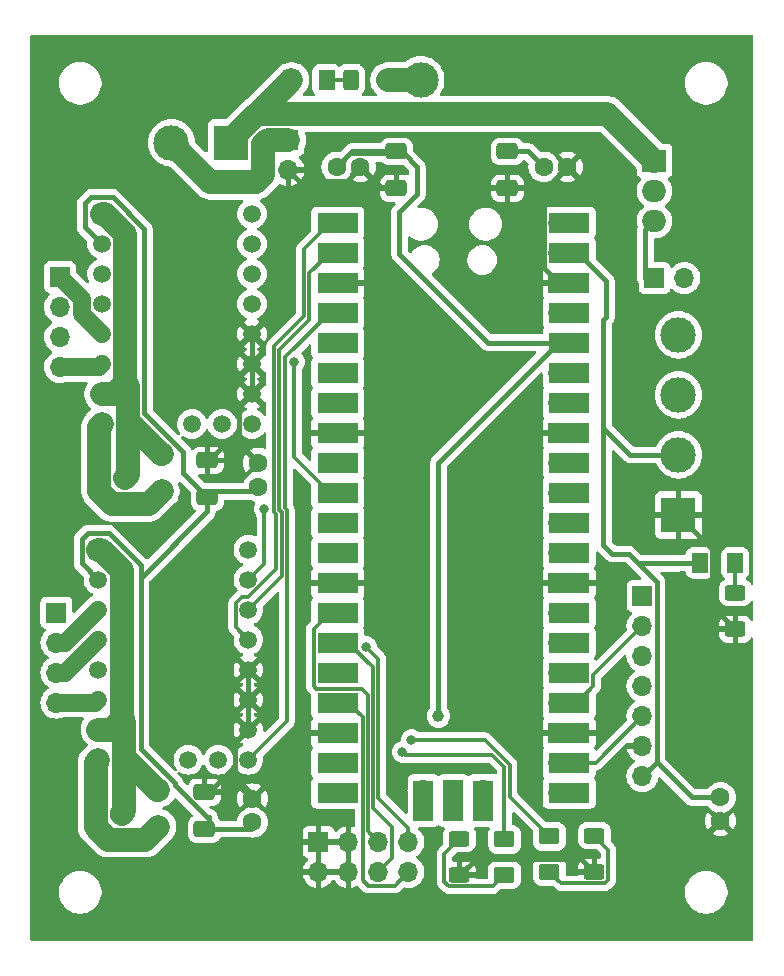
<source format=gbr>
%TF.GenerationSoftware,KiCad,Pcbnew,8.0.5-8.0.5-0~ubuntu24.04.1*%
%TF.CreationDate,2024-10-03T18:51:15+02:00*%
%TF.ProjectId,motor-driver-breakout-v2,6d6f746f-722d-4647-9269-7665722d6272,rev?*%
%TF.SameCoordinates,Original*%
%TF.FileFunction,Copper,L1,Top*%
%TF.FilePolarity,Positive*%
%FSLAX46Y46*%
G04 Gerber Fmt 4.6, Leading zero omitted, Abs format (unit mm)*
G04 Created by KiCad (PCBNEW 8.0.5-8.0.5-0~ubuntu24.04.1) date 2024-10-03 18:51:15*
%MOMM*%
%LPD*%
G01*
G04 APERTURE LIST*
G04 Aperture macros list*
%AMRoundRect*
0 Rectangle with rounded corners*
0 $1 Rounding radius*
0 $2 $3 $4 $5 $6 $7 $8 $9 X,Y pos of 4 corners*
0 Add a 4 corners polygon primitive as box body*
4,1,4,$2,$3,$4,$5,$6,$7,$8,$9,$2,$3,0*
0 Add four circle primitives for the rounded corners*
1,1,$1+$1,$2,$3*
1,1,$1+$1,$4,$5*
1,1,$1+$1,$6,$7*
1,1,$1+$1,$8,$9*
0 Add four rect primitives between the rounded corners*
20,1,$1+$1,$2,$3,$4,$5,0*
20,1,$1+$1,$4,$5,$6,$7,0*
20,1,$1+$1,$6,$7,$8,$9,0*
20,1,$1+$1,$8,$9,$2,$3,0*%
G04 Aperture macros list end*
%TA.AperFunction,ComponentPad*%
%ADD10R,1.700000X1.700000*%
%TD*%
%TA.AperFunction,ComponentPad*%
%ADD11O,1.700000X1.700000*%
%TD*%
%TA.AperFunction,ComponentPad*%
%ADD12C,1.600000*%
%TD*%
%TA.AperFunction,ComponentPad*%
%ADD13C,1.508000*%
%TD*%
%TA.AperFunction,ComponentPad*%
%ADD14R,1.508000X1.508000*%
%TD*%
%TA.AperFunction,SMDPad,CuDef*%
%ADD15RoundRect,0.250000X0.650000X-0.412500X0.650000X0.412500X-0.650000X0.412500X-0.650000X-0.412500X0*%
%TD*%
%TA.AperFunction,ComponentPad*%
%ADD16R,2.000000X1.905000*%
%TD*%
%TA.AperFunction,ComponentPad*%
%ADD17O,2.000000X1.905000*%
%TD*%
%TA.AperFunction,SMDPad,CuDef*%
%ADD18RoundRect,0.250000X0.625000X-0.400000X0.625000X0.400000X-0.625000X0.400000X-0.625000X-0.400000X0*%
%TD*%
%TA.AperFunction,SMDPad,CuDef*%
%ADD19RoundRect,0.250000X-0.650000X0.412500X-0.650000X-0.412500X0.650000X-0.412500X0.650000X0.412500X0*%
%TD*%
%TA.AperFunction,SMDPad,CuDef*%
%ADD20RoundRect,0.250001X0.624999X-0.462499X0.624999X0.462499X-0.624999X0.462499X-0.624999X-0.462499X0*%
%TD*%
%TA.AperFunction,SMDPad,CuDef*%
%ADD21RoundRect,0.250000X0.400000X0.625000X-0.400000X0.625000X-0.400000X-0.625000X0.400000X-0.625000X0*%
%TD*%
%TA.AperFunction,ComponentPad*%
%ADD22R,3.000000X3.000000*%
%TD*%
%TA.AperFunction,ComponentPad*%
%ADD23C,3.000000*%
%TD*%
%TA.AperFunction,SMDPad,CuDef*%
%ADD24RoundRect,0.250001X0.462499X0.624999X-0.462499X0.624999X-0.462499X-0.624999X0.462499X-0.624999X0*%
%TD*%
%TA.AperFunction,SMDPad,CuDef*%
%ADD25R,1.700000X3.500000*%
%TD*%
%TA.AperFunction,SMDPad,CuDef*%
%ADD26R,3.500000X1.700000*%
%TD*%
%TA.AperFunction,ViaPad*%
%ADD27C,1.000000*%
%TD*%
%TA.AperFunction,ViaPad*%
%ADD28C,0.800000*%
%TD*%
%TA.AperFunction,ViaPad*%
%ADD29C,3.000000*%
%TD*%
%TA.AperFunction,Conductor*%
%ADD30C,0.400000*%
%TD*%
%TA.AperFunction,Conductor*%
%ADD31C,1.500000*%
%TD*%
%TA.AperFunction,Conductor*%
%ADD32C,0.300000*%
%TD*%
%TA.AperFunction,Conductor*%
%ADD33C,2.000000*%
%TD*%
G04 APERTURE END LIST*
D10*
%TO.P,J7,1,Pin_1*%
%TO.N,GND1*%
X58166000Y-94234000D03*
D11*
%TO.P,J7,2,Pin_2*%
X58166000Y-96774000D03*
%TO.P,J7,3,Pin_3*%
X60706000Y-94234000D03*
%TO.P,J7,4,Pin_4*%
X60706000Y-96774000D03*
%TO.P,J7,5,Pin_5*%
%TO.N,/LIMIT1*%
X63246000Y-94234000D03*
%TO.P,J7,6,Pin_6*%
%TO.N,/LIMIT2*%
X63246000Y-96774000D03*
%TO.P,J7,7,Pin_7*%
%TO.N,/LIMIT3*%
X65786000Y-94234000D03*
%TO.P,J7,8,Pin_8*%
%TO.N,/LIMIT4*%
X65786000Y-96774000D03*
%TD*%
D12*
%TO.P,C3,1*%
%TO.N,+5V*%
X77248000Y-37084000D03*
%TO.P,C3,2*%
%TO.N,GND1*%
X79248000Y-37084000D03*
%TD*%
D13*
%TO.P,U1,17,INDEX*%
%TO.N,unconnected-(U1-INDEX-Pad17)*%
X47156000Y-87270272D03*
%TO.P,U1,18,DIAG*%
%TO.N,unconnected-(U1-DIAG-Pad18)*%
X49696000Y-87270272D03*
%TO.P,U1,8,VM*%
%TO.N,+12V*%
X39536000Y-87270272D03*
%TO.P,U1,7,GND*%
%TO.N,GND*%
X39536000Y-84730272D03*
%TO.P,U1,6,M2B*%
%TO.N,Net-(J1-Pin_4)*%
X39536000Y-82190272D03*
%TO.P,U1,5,M2A*%
%TO.N,Net-(J1-Pin_1)*%
X39536000Y-79650272D03*
%TO.P,U1,4,M1A*%
%TO.N,Net-(J1-Pin_3)*%
X39536000Y-77110272D03*
%TO.P,U1,3,M1B*%
%TO.N,Net-(J1-Pin_2)*%
X39536000Y-74570272D03*
%TO.P,U1,2,VIO*%
%TO.N,+3.3V*%
X39536000Y-72030272D03*
D14*
%TO.P,U1,1,GND*%
%TO.N,GND*%
X39536000Y-69490272D03*
D13*
%TO.P,U1,16,~{EN}*%
%TO.N,/EN1*%
X52236000Y-87270272D03*
%TO.P,U1,15,MS1*%
%TO.N,GND1*%
X52236000Y-84730272D03*
%TO.P,U1,14,MS2*%
X52236000Y-82190272D03*
%TO.P,U1,13,SPRD*%
X52236000Y-79650272D03*
%TO.P,U1,12,UART*%
%TO.N,/RX1*%
X52236000Y-77110272D03*
%TO.P,U1,11,PDN*%
%TO.N,/TX1*%
X52236000Y-74570272D03*
%TO.P,U1,10,STEP*%
%TO.N,/STEP1*%
X52236000Y-72030272D03*
%TO.P,U1,9,DIR*%
%TO.N,/DIR1*%
X52236000Y-69490272D03*
%TD*%
D10*
%TO.P,M1,1,Pin_1*%
%TO.N,Net-(J1-Pin_1)*%
X35980000Y-74824272D03*
D11*
%TO.P,M1,2,Pin_2*%
%TO.N,Net-(J1-Pin_2)*%
X35980000Y-77364272D03*
%TO.P,M1,3,Pin_3*%
%TO.N,Net-(J1-Pin_3)*%
X35980000Y-79904272D03*
%TO.P,M1,4,Pin_4*%
%TO.N,Net-(J1-Pin_4)*%
X35980000Y-82444272D03*
%TD*%
D15*
%TO.P,C12,1*%
%TO.N,+12V*%
X44616000Y-92935272D03*
%TO.P,C12,2*%
%TO.N,GND*%
X44616000Y-89810272D03*
%TD*%
D12*
%TO.P,C11,1*%
%TO.N,+12V*%
X39298000Y-91842272D03*
%TO.P,C11,2*%
%TO.N,GND*%
X41298000Y-91842272D03*
%TD*%
D15*
%TO.P,C10,1*%
%TO.N,+3.3V*%
X48514000Y-93150772D03*
%TO.P,C10,2*%
%TO.N,GND1*%
X48514000Y-90025772D03*
%TD*%
D12*
%TO.P,C9,1*%
%TO.N,+3.3V*%
X52578000Y-92572272D03*
%TO.P,C9,2*%
%TO.N,GND1*%
X52578000Y-90572272D03*
%TD*%
D16*
%TO.P,U5,1,IN*%
%TO.N,+12V*%
X86614000Y-36576000D03*
D17*
%TO.P,U5,2,GND*%
%TO.N,GND*%
X86614000Y-39116000D03*
%TO.P,U5,3,OUT*%
%TO.N,Net-(JP1-A)*%
X86614000Y-41656000D03*
%TD*%
D18*
%TO.P,R7,1*%
%TO.N,GND1*%
X93472000Y-76226000D03*
%TO.P,R7,2*%
%TO.N,Net-(D3-K)*%
X93472000Y-73126000D03*
%TD*%
D11*
%TO.P,J6,7,Pin_7*%
%TO.N,+5V*%
X85598000Y-88646000D03*
%TO.P,J6,6,Pin_6*%
%TO.N,GND1*%
X85598000Y-86106000D03*
%TO.P,J6,5,Pin_5*%
%TO.N,/CS*%
X85598000Y-83566000D03*
%TO.P,J6,4,Pin_4*%
%TO.N,/MISO_V5*%
X85598000Y-81026000D03*
%TO.P,J6,3,Pin_3*%
%TO.N,/MOSI*%
X85598000Y-78486000D03*
%TO.P,J6,2,Pin_2*%
%TO.N,/SCLK*%
X85598000Y-75946000D03*
D10*
%TO.P,J6,1,Pin_1*%
%TO.N,/INT_V5*%
X85598000Y-73406000D03*
%TD*%
D12*
%TO.P,C7,1*%
%TO.N,+5V*%
X92202000Y-90456000D03*
%TO.P,C7,2*%
%TO.N,GND1*%
X92202000Y-92456000D03*
%TD*%
D15*
%TO.P,C14,1*%
%TO.N,+3.3V*%
X48768000Y-65062500D03*
%TO.P,C14,2*%
%TO.N,GND1*%
X48768000Y-61937500D03*
%TD*%
D13*
%TO.P,U2,18,DIAG*%
%TO.N,unconnected-(U2-DIAG-Pad18)*%
X49994000Y-58844272D03*
%TO.P,U2,17,INDEX*%
%TO.N,unconnected-(U2-INDEX-Pad17)*%
X47454000Y-58844272D03*
%TO.P,U2,16,~{EN}*%
%TO.N,/EN2*%
X52534000Y-58844272D03*
%TO.P,U2,15,MS1*%
%TO.N,GND1*%
X52534000Y-56304272D03*
%TO.P,U2,14,MS2*%
X52534000Y-53764272D03*
%TO.P,U2,13,SPRD*%
X52534000Y-51224272D03*
%TO.P,U2,12,UART*%
%TO.N,/RX2*%
X52534000Y-48684272D03*
%TO.P,U2,11,PDN*%
%TO.N,/TX2*%
X52534000Y-46144272D03*
%TO.P,U2,10,STEP*%
%TO.N,/STEP2*%
X52534000Y-43604272D03*
%TO.P,U2,9,DIR*%
%TO.N,/DIR2*%
X52534000Y-41064272D03*
%TO.P,U2,8,VM*%
%TO.N,+12V*%
X39834000Y-58844272D03*
%TO.P,U2,7,GND*%
%TO.N,GND*%
X39834000Y-56304272D03*
%TO.P,U2,6,M2B*%
%TO.N,Net-(J2-Pin_4)*%
X39834000Y-53764272D03*
%TO.P,U2,5,M2A*%
%TO.N,Net-(J2-Pin_1)*%
X39834000Y-51224272D03*
%TO.P,U2,4,M1A*%
%TO.N,Net-(J2-Pin_3)*%
X39834000Y-48684272D03*
%TO.P,U2,3,M1B*%
%TO.N,Net-(J2-Pin_2)*%
X39834000Y-46144272D03*
%TO.P,U2,2,VIO*%
%TO.N,+3.3V*%
X39834000Y-43604272D03*
D14*
%TO.P,U2,1,GND*%
%TO.N,GND*%
X39834000Y-41064272D03*
%TD*%
D19*
%TO.P,C4,1*%
%TO.N,+5V*%
X74168000Y-35775500D03*
%TO.P,C4,2*%
%TO.N,GND1*%
X74168000Y-38900500D03*
%TD*%
D10*
%TO.P,JP1,1,A*%
%TO.N,Net-(JP1-A)*%
X86614000Y-46482000D03*
D11*
%TO.P,JP1,2,B*%
%TO.N,+5V*%
X89154000Y-46482000D03*
%TD*%
D10*
%TO.P,JP2,1,A*%
%TO.N,GND*%
X55626000Y-34793000D03*
D11*
%TO.P,JP2,2,B*%
%TO.N,GND1*%
X55626000Y-37333000D03*
%TD*%
D19*
%TO.P,C6,1*%
%TO.N,+3.3V*%
X64770000Y-35775500D03*
%TO.P,C6,2*%
%TO.N,GND1*%
X64770000Y-38900500D03*
%TD*%
D10*
%TO.P,M0,1,Pin_1*%
%TO.N,Net-(J2-Pin_1)*%
X36278000Y-46398272D03*
D11*
%TO.P,M0,2,Pin_2*%
%TO.N,Net-(J2-Pin_2)*%
X36278000Y-48938272D03*
%TO.P,M0,3,Pin_3*%
%TO.N,Net-(J2-Pin_3)*%
X36278000Y-51478272D03*
%TO.P,M0,4,Pin_4*%
%TO.N,Net-(J2-Pin_4)*%
X36278000Y-54018272D03*
%TD*%
D12*
%TO.P,C15,2*%
%TO.N,GND*%
X41596000Y-63416272D03*
%TO.P,C15,1*%
%TO.N,+12V*%
X39596000Y-63416272D03*
%TD*%
D15*
%TO.P,C16,1*%
%TO.N,+12V*%
X44914000Y-64509272D03*
%TO.P,C16,2*%
%TO.N,GND*%
X44914000Y-61384272D03*
%TD*%
D18*
%TO.P,R1,2*%
%TO.N,Net-(D1-K)*%
X70104000Y-93954000D03*
%TO.P,R1,1*%
%TO.N,GND1*%
X70104000Y-97054000D03*
%TD*%
D20*
%TO.P,D1,2,A*%
%TO.N,Net-(D1-A)*%
X73914000Y-94016500D03*
%TO.P,D1,1,K*%
%TO.N,Net-(D1-K)*%
X73914000Y-96991500D03*
%TD*%
D21*
%TO.P,R8,1*%
%TO.N,GND*%
X64034000Y-29718000D03*
%TO.P,R8,2*%
%TO.N,Net-(D4-K)*%
X60934000Y-29718000D03*
%TD*%
D20*
%TO.P,D2,1,K*%
%TO.N,Net-(D2-K)*%
X77724000Y-96737500D03*
%TO.P,D2,2,A*%
%TO.N,Net-(D2-A)*%
X77724000Y-93762500D03*
%TD*%
D12*
%TO.P,C13,1*%
%TO.N,+3.3V*%
X53086000Y-64146272D03*
%TO.P,C13,2*%
%TO.N,GND1*%
X53086000Y-62146272D03*
%TD*%
D22*
%TO.P,J4,1,Pin_1*%
%TO.N,GND1*%
X88646000Y-66548000D03*
D23*
%TO.P,J4,2,Pin_2*%
%TO.N,+5V*%
X88646000Y-61468000D03*
%TO.P,J4,3,Pin_3*%
%TO.N,+3.3V*%
X88646000Y-56388000D03*
%TO.P,J4,4,Pin_4*%
%TO.N,unconnected-(J4-Pin_4-Pad4)*%
X88646000Y-51308000D03*
%TD*%
D24*
%TO.P,D3,2,A*%
%TO.N,+5V*%
X90460500Y-70612000D03*
%TO.P,D3,1,K*%
%TO.N,Net-(D3-K)*%
X93435500Y-70612000D03*
%TD*%
D22*
%TO.P,J5,1,Pin_1*%
%TO.N,+12V*%
X50800000Y-35052000D03*
D23*
%TO.P,J5,2,Pin_2*%
%TO.N,GND*%
X45720000Y-35052000D03*
%TD*%
D18*
%TO.P,R2,1*%
%TO.N,GND1*%
X81534000Y-96800000D03*
%TO.P,R2,2*%
%TO.N,Net-(D2-K)*%
X81534000Y-93700000D03*
%TD*%
D12*
%TO.P,C5,1*%
%TO.N,+3.3V*%
X59722000Y-37084000D03*
%TO.P,C5,2*%
%TO.N,GND1*%
X61722000Y-37084000D03*
%TD*%
D25*
%TO.P,U3,43,SWDIO*%
%TO.N,unconnected-(U3-SWDIO-Pad43)_1*%
X72136000Y-90728000D03*
D11*
%TO.N,unconnected-(U3-SWDIO-Pad43)*%
X72136000Y-89828000D03*
D25*
%TO.P,U3,42,GND*%
%TO.N,unconnected-(U3-GND-Pad42)*%
X69596000Y-90728000D03*
D10*
%TO.N,unconnected-(U3-GND-Pad42)_1*%
X69596000Y-89828000D03*
D25*
%TO.P,U3,41,SWCLK*%
%TO.N,unconnected-(U3-SWCLK-Pad41)*%
X67056000Y-90728000D03*
D11*
%TO.N,unconnected-(U3-SWCLK-Pad41)_1*%
X67056000Y-89828000D03*
D26*
%TO.P,U3,40,VBUS*%
%TO.N,unconnected-(U3-VBUS-Pad40)_1*%
X79386000Y-41798000D03*
D11*
%TO.N,unconnected-(U3-VBUS-Pad40)*%
X78486000Y-41798000D03*
D26*
%TO.P,U3,39,VSYS*%
%TO.N,+5V*%
X79386000Y-44338000D03*
D11*
X78486000Y-44338000D03*
D26*
%TO.P,U3,38,GND*%
%TO.N,GND1*%
X79386000Y-46878000D03*
D10*
X78486000Y-46878000D03*
D26*
%TO.P,U3,37,3V3_EN*%
%TO.N,unconnected-(U3-3V3_EN-Pad37)*%
X79386000Y-49418000D03*
D11*
%TO.N,unconnected-(U3-3V3_EN-Pad37)_1*%
X78486000Y-49418000D03*
D26*
%TO.P,U3,36,3V3*%
%TO.N,+3.3V*%
X79386000Y-51958000D03*
D11*
X78486000Y-51958000D03*
D26*
%TO.P,U3,35,ADC_VREF*%
%TO.N,unconnected-(U3-ADC_VREF-Pad35)*%
X79386000Y-54498000D03*
D11*
%TO.N,unconnected-(U3-ADC_VREF-Pad35)_1*%
X78486000Y-54498000D03*
D26*
%TO.P,U3,34,GPIO28_ADC2*%
%TO.N,unconnected-(U3-GPIO28_ADC2-Pad34)*%
X79386000Y-57038000D03*
D11*
%TO.N,unconnected-(U3-GPIO28_ADC2-Pad34)_1*%
X78486000Y-57038000D03*
D26*
%TO.P,U3,33,AGND*%
%TO.N,GND1*%
X79386000Y-59578000D03*
D10*
X78486000Y-59578000D03*
D26*
%TO.P,U3,32,GPIO27_ADC1*%
%TO.N,unconnected-(U3-GPIO27_ADC1-Pad32)_1*%
X79386000Y-62118000D03*
D11*
%TO.N,unconnected-(U3-GPIO27_ADC1-Pad32)*%
X78486000Y-62118000D03*
D26*
%TO.P,U3,31,GPIO26_ADC0*%
%TO.N,unconnected-(U3-GPIO26_ADC0-Pad31)*%
X79386000Y-64658000D03*
D11*
%TO.N,unconnected-(U3-GPIO26_ADC0-Pad31)_1*%
X78486000Y-64658000D03*
D26*
%TO.P,U3,30,RUN*%
%TO.N,unconnected-(U3-RUN-Pad30)_1*%
X79386000Y-67198000D03*
D11*
%TO.N,unconnected-(U3-RUN-Pad30)*%
X78486000Y-67198000D03*
D26*
%TO.P,U3,29,GPIO22*%
%TO.N,unconnected-(U3-GPIO22-Pad29)*%
X79386000Y-69738000D03*
D11*
%TO.N,unconnected-(U3-GPIO22-Pad29)_1*%
X78486000Y-69738000D03*
D26*
%TO.P,U3,28,GND*%
%TO.N,GND1*%
X79386000Y-72278000D03*
D10*
X78486000Y-72278000D03*
D26*
%TO.P,U3,27,GPIO21*%
%TO.N,unconnected-(U3-GPIO21-Pad27)_1*%
X79386000Y-74818000D03*
D11*
%TO.N,unconnected-(U3-GPIO21-Pad27)*%
X78486000Y-74818000D03*
D26*
%TO.P,U3,26,GPIO20*%
%TO.N,/INT*%
X79386000Y-77358000D03*
D11*
X78486000Y-77358000D03*
D26*
%TO.P,U3,25,GPIO19*%
%TO.N,/MOSI*%
X79386000Y-79898000D03*
D11*
X78486000Y-79898000D03*
D26*
%TO.P,U3,24,GPIO18*%
%TO.N,/SCLK*%
X79386000Y-82438000D03*
D11*
X78486000Y-82438000D03*
D26*
%TO.P,U3,23,GND*%
%TO.N,GND1*%
X79386000Y-84978000D03*
D10*
X78486000Y-84978000D03*
D26*
%TO.P,U3,22,GPIO17*%
%TO.N,/CS*%
X79386000Y-87518000D03*
D11*
X78486000Y-87518000D03*
D26*
%TO.P,U3,21,GPIO16*%
%TO.N,/MISO*%
X79386000Y-90058000D03*
D11*
X78486000Y-90058000D03*
D26*
%TO.P,U3,20,GPIO15*%
%TO.N,Net-(D2-A)*%
X59806000Y-90058000D03*
D11*
X60706000Y-90058000D03*
D26*
%TO.P,U3,19,GPIO14*%
%TO.N,Net-(D1-A)*%
X59806000Y-87518000D03*
D11*
X60706000Y-87518000D03*
D26*
%TO.P,U3,18,GND*%
%TO.N,GND1*%
X59806000Y-84978000D03*
D10*
X60706000Y-84978000D03*
D26*
%TO.P,U3,17,GPIO13*%
%TO.N,/LIMIT4*%
X59806000Y-82438000D03*
D11*
X60706000Y-82438000D03*
D26*
%TO.P,U3,16,GPIO12*%
%TO.N,/LIMIT3*%
X59806000Y-79898000D03*
D11*
X60706000Y-79898000D03*
D26*
%TO.P,U3,15,GPIO11*%
%TO.N,/LIMIT2*%
X59806000Y-77358000D03*
D11*
X60706000Y-77358000D03*
D26*
%TO.P,U3,14,GPIO10*%
%TO.N,/LIMIT1*%
X59806000Y-74818000D03*
D11*
X60706000Y-74818000D03*
D26*
%TO.P,U3,13,GND*%
%TO.N,GND1*%
X59806000Y-72278000D03*
D10*
X60706000Y-72278000D03*
D26*
%TO.P,U3,12,GPIO9*%
%TO.N,/DIR2*%
X59806000Y-69738000D03*
D11*
X60706000Y-69738000D03*
D26*
%TO.P,U3,11,GPIO8*%
%TO.N,/DIR1*%
X59806000Y-67198000D03*
D11*
X60706000Y-67198000D03*
D26*
%TO.P,U3,10,GPIO7*%
%TO.N,/STEP2*%
X59806000Y-64658000D03*
D11*
X60706000Y-64658000D03*
D26*
%TO.P,U3,9,GPIO6*%
%TO.N,/STEP1*%
X59806000Y-62118000D03*
D11*
X60706000Y-62118000D03*
D26*
%TO.P,U3,8,GND*%
%TO.N,GND1*%
X59806000Y-59578000D03*
D10*
X60706000Y-59578000D03*
D26*
%TO.P,U3,7,GPIO5*%
%TO.N,/TX2*%
X59806000Y-57038000D03*
D11*
X60706000Y-57038000D03*
D26*
%TO.P,U3,6,GPIO4*%
%TO.N,/RX2*%
X59806000Y-54498000D03*
D11*
X60706000Y-54498000D03*
D26*
%TO.P,U3,5,GPIO3*%
%TO.N,/EN2*%
X59806000Y-51958000D03*
D11*
X60706000Y-51958000D03*
D26*
%TO.P,U3,4,GPIO2*%
%TO.N,/EN1*%
X59806000Y-49418000D03*
D11*
X60706000Y-49418000D03*
D26*
%TO.P,U3,3,GND*%
%TO.N,GND1*%
X59806000Y-46878000D03*
D10*
X60706000Y-46878000D03*
D26*
%TO.P,U3,2,GPIO1*%
%TO.N,/TX1*%
X59806000Y-44338000D03*
D11*
X60706000Y-44338000D03*
D26*
%TO.P,U3,1,GPIO0*%
%TO.N,/RX1*%
X59806000Y-41798000D03*
D11*
X60706000Y-41798000D03*
%TD*%
D24*
%TO.P,D4,1,K*%
%TO.N,Net-(D4-K)*%
X58855000Y-29718000D03*
%TO.P,D4,2,A*%
%TO.N,+12V*%
X55880000Y-29718000D03*
%TD*%
D27*
%TO.N,+3.3V*%
X68326000Y-83566000D03*
D28*
%TO.N,/STEP2*%
X56134000Y-53594000D03*
%TO.N,/STEP1*%
X53594000Y-66040000D03*
%TO.N,Net-(D1-A)*%
X65278000Y-86614000D03*
%TO.N,/LIMIT3*%
X62230000Y-77724000D03*
%TO.N,Net-(D2-A)*%
X66040000Y-85598000D03*
D29*
%TO.N,GND*%
X66828004Y-29718000D03*
D27*
%TO.N,GND1*%
X81534000Y-96800000D03*
%TD*%
D30*
%TO.N,+3.3V*%
X48768000Y-65062500D02*
X46736000Y-63030500D01*
X43434000Y-57915606D02*
X43434000Y-42356272D01*
X46736000Y-63030500D02*
X46736000Y-61217606D01*
X43434000Y-42356272D02*
X40742000Y-39664272D01*
X46736000Y-61217606D02*
X43434000Y-57915606D01*
X40742000Y-39664272D02*
X38926000Y-39664272D01*
X38926000Y-39664272D02*
X38434000Y-40156272D01*
X38434000Y-40156272D02*
X38434000Y-42204272D01*
X38434000Y-42204272D02*
X39834000Y-43604272D01*
D31*
%TO.N,Net-(J1-Pin_2)*%
X35980000Y-77364272D02*
X36742000Y-77364272D01*
X36742000Y-77364272D02*
X39536000Y-74570272D01*
%TO.N,Net-(J1-Pin_3)*%
X39536000Y-77110272D02*
X36742000Y-79904272D01*
X36742000Y-79904272D02*
X35980000Y-79904272D01*
%TO.N,Net-(J2-Pin_1)*%
X36278000Y-46398272D02*
X36283585Y-46398272D01*
X36283585Y-46398272D02*
X38130000Y-48244687D01*
X38130000Y-48244687D02*
X38130000Y-49520272D01*
X38130000Y-49520272D02*
X39834000Y-51224272D01*
D32*
%TO.N,/RX1*%
X52236000Y-77110272D02*
X51182000Y-76056272D01*
X51182000Y-76056272D02*
X51182000Y-74040000D01*
X51182000Y-74040000D02*
X51705728Y-73516272D01*
X51705728Y-73516272D02*
X52240582Y-73516272D01*
X54598000Y-71158854D02*
X54598000Y-66491339D01*
X52240582Y-73516272D02*
X54598000Y-71158854D01*
X54598000Y-66491339D02*
X54414000Y-66307339D01*
X54414000Y-66307339D02*
X54414000Y-52266000D01*
X59146000Y-41798000D02*
X60706000Y-41798000D01*
X54414000Y-52266000D02*
X56954000Y-49726000D01*
X56954000Y-43990000D02*
X59146000Y-41798000D01*
X56954000Y-49726000D02*
X56954000Y-43990000D01*
%TO.N,/TX1*%
X60706000Y-44338000D02*
X59146000Y-44338000D01*
X59146000Y-44338000D02*
X57404000Y-46080000D01*
X57404000Y-46080000D02*
X57404000Y-50038000D01*
X57404000Y-50038000D02*
X54864000Y-52578000D01*
X54864000Y-52578000D02*
X54864000Y-66120943D01*
X54864000Y-66120943D02*
X55048000Y-66304943D01*
X55048000Y-66304943D02*
X55048000Y-71758272D01*
X55048000Y-71758272D02*
X52236000Y-74570272D01*
%TO.N,Net-(D1-A)*%
X72898000Y-86868000D02*
X65532000Y-86868000D01*
X65532000Y-86868000D02*
X65278000Y-86614000D01*
X73914000Y-87884000D02*
X72898000Y-86868000D01*
X73914000Y-94016500D02*
X73914000Y-87884000D01*
%TO.N,Net-(D2-A)*%
X72264396Y-85598000D02*
X66040000Y-85598000D01*
X77724000Y-93762500D02*
X74364000Y-90402500D01*
X74364000Y-87697604D02*
X72264396Y-85598000D01*
X74364000Y-90402500D02*
X74364000Y-87697604D01*
%TO.N,/LIMIT1*%
X61848000Y-81280000D02*
X57988000Y-81280000D01*
%TO.N,/LIMIT3*%
X65786000Y-93031919D02*
X63246000Y-90491919D01*
%TO.N,/LIMIT1*%
X57756000Y-81048000D02*
X57756000Y-76208000D01*
%TO.N,/LIMIT2*%
X62796000Y-91364000D02*
X62796000Y-79448000D01*
X64396000Y-92964000D02*
X62796000Y-91364000D01*
%TO.N,/LIMIT1*%
X57756000Y-76208000D02*
X59146000Y-74818000D01*
%TO.N,/LIMIT4*%
X65786000Y-96774000D02*
X64636000Y-97924000D01*
%TO.N,/LIMIT2*%
X63246000Y-96774000D02*
X64396000Y-95624000D01*
X64396000Y-95624000D02*
X64396000Y-92964000D01*
%TO.N,/LIMIT3*%
X63246000Y-78740000D02*
X62230000Y-77724000D01*
X65786000Y-94234000D02*
X65786000Y-93031919D01*
%TO.N,/LIMIT2*%
X62796000Y-79448000D02*
X60706000Y-77358000D01*
%TO.N,/LIMIT1*%
X62346000Y-81778000D02*
X61848000Y-81280000D01*
%TO.N,/LIMIT3*%
X63246000Y-90491919D02*
X63246000Y-78740000D01*
%TO.N,/LIMIT1*%
X62346000Y-93334000D02*
X62346000Y-81778000D01*
%TO.N,/LIMIT4*%
X61896000Y-97456000D02*
X61896000Y-83628000D01*
%TO.N,/LIMIT1*%
X57988000Y-81280000D02*
X57756000Y-81048000D01*
%TO.N,/LIMIT4*%
X62364000Y-97924000D02*
X61896000Y-97456000D01*
%TO.N,/LIMIT1*%
X59146000Y-74818000D02*
X60706000Y-74818000D01*
X63246000Y-94234000D02*
X62346000Y-93334000D01*
%TO.N,/LIMIT4*%
X64636000Y-97924000D02*
X62364000Y-97924000D01*
X61896000Y-83628000D02*
X60706000Y-82438000D01*
%TO.N,/STEP1*%
X53594000Y-70672272D02*
X53594000Y-66040000D01*
%TO.N,/EN1*%
X60706000Y-49418000D02*
X59146000Y-49418000D01*
%TO.N,/STEP1*%
X52236000Y-72030272D02*
X53594000Y-70672272D01*
%TO.N,/EN1*%
X55498000Y-84008272D02*
X52236000Y-87270272D01*
X55498000Y-66118547D02*
X55498000Y-84008272D01*
X55372000Y-53192000D02*
X55372000Y-65992547D01*
X55372000Y-65992547D02*
X55498000Y-66118547D01*
X59146000Y-49418000D02*
X55372000Y-53192000D01*
D30*
%TO.N,+3.3V*%
X48934000Y-92139606D02*
X48705606Y-92139606D01*
X46016000Y-89450000D02*
X46016000Y-89221606D01*
X48705606Y-92139606D02*
X46016000Y-89450000D01*
X46016000Y-89221606D02*
X43136000Y-86341606D01*
%TO.N,GND1*%
X53086000Y-62146272D02*
X51430000Y-60490272D01*
X51430000Y-60490272D02*
X51430000Y-59401772D01*
%TO.N,+3.3V*%
X48768000Y-64554500D02*
X52677772Y-64554500D01*
X52677772Y-64554500D02*
X53086000Y-64146272D01*
X43136000Y-71882000D02*
X48768000Y-66250000D01*
X48768000Y-66250000D02*
X48768000Y-64554500D01*
X43136000Y-71882000D02*
X43136000Y-70782272D01*
X43136000Y-86341606D02*
X43136000Y-71882000D01*
X52998000Y-92572272D02*
X52419500Y-93150772D01*
X52419500Y-93150772D02*
X48934000Y-93150772D01*
X38628000Y-68090272D02*
X38136000Y-68582272D01*
X48934000Y-93150772D02*
X48934000Y-92139606D01*
X43136000Y-70782272D02*
X40444000Y-68090272D01*
X40444000Y-68090272D02*
X38628000Y-68090272D01*
X38136000Y-68582272D02*
X38136000Y-70630272D01*
X38136000Y-70630272D02*
X39536000Y-72030272D01*
X78486000Y-51958000D02*
X68326000Y-62118000D01*
X68326000Y-62118000D02*
X68326000Y-83566000D01*
%TO.N,GND1*%
X93446000Y-76226000D02*
X93472000Y-76226000D01*
X91523000Y-69425000D02*
X88646000Y-66548000D01*
X93472000Y-76226000D02*
X91523000Y-74277000D01*
X91523000Y-74277000D02*
X91523000Y-69425000D01*
%TO.N,+5V*%
X88646000Y-70648500D02*
X88682500Y-70612000D01*
X88682500Y-70612000D02*
X90460500Y-70612000D01*
D32*
%TO.N,Net-(D3-K)*%
X93435500Y-70612000D02*
X93435500Y-73115500D01*
X93435500Y-73115500D02*
X93472000Y-73152000D01*
D30*
%TO.N,+5V*%
X86798000Y-87446000D02*
X89808000Y-90456000D01*
X89808000Y-90456000D02*
X92202000Y-90456000D01*
X88646000Y-70648500D02*
X85240500Y-70648500D01*
X85240500Y-70648500D02*
X84442000Y-69850000D01*
D32*
%TO.N,Net-(D4-K)*%
X60934000Y-29718000D02*
X58855000Y-29718000D01*
D33*
%TO.N,GND*%
X66828000Y-29718000D02*
X64034000Y-29718000D01*
%TO.N,+12V*%
X55880000Y-29718000D02*
X53005000Y-32593000D01*
X53005000Y-32593000D02*
X52941730Y-32593000D01*
%TO.N,GND*%
X55626000Y-34793000D02*
X53853000Y-34793000D01*
X53853000Y-34793000D02*
X53500000Y-35146000D01*
X53500000Y-35146000D02*
X53500000Y-37752000D01*
X53500000Y-37752000D02*
X52898000Y-38354000D01*
X52898000Y-38354000D02*
X49022000Y-38354000D01*
X49022000Y-38354000D02*
X45720000Y-35052000D01*
%TO.N,+12V*%
X82631000Y-32593000D02*
X86614000Y-36576000D01*
X50800000Y-34734730D02*
X52941730Y-32593000D01*
X50800000Y-35052000D02*
X50800000Y-34734730D01*
D30*
%TO.N,GND1*%
X56527000Y-38234000D02*
X60572000Y-38234000D01*
X55626000Y-37333000D02*
X56527000Y-38234000D01*
X60572000Y-38234000D02*
X61722000Y-37084000D01*
%TO.N,+5V*%
X82296000Y-69088000D02*
X82296000Y-59182000D01*
X82296000Y-59182000D02*
X82296000Y-50038000D01*
X88646000Y-61468000D02*
X84582000Y-61468000D01*
X84582000Y-61468000D02*
X82296000Y-59182000D01*
D32*
%TO.N,Net-(D2-K)*%
X81534000Y-93700000D02*
X82709000Y-94875000D01*
X82709000Y-94875000D02*
X82709000Y-97434744D01*
X82709000Y-97434744D02*
X82393744Y-97750000D01*
X82393744Y-97750000D02*
X78736500Y-97750000D01*
X78736500Y-97750000D02*
X77724000Y-96737500D01*
%TO.N,Net-(D1-K)*%
X73914000Y-96991500D02*
X72901500Y-98004000D01*
X72901500Y-98004000D02*
X69244256Y-98004000D01*
X68834000Y-97593744D02*
X68834000Y-95224000D01*
X69244256Y-98004000D02*
X68834000Y-97593744D01*
X68834000Y-95224000D02*
X70104000Y-93954000D01*
D30*
%TO.N,GND1*%
X81534000Y-96800000D02*
X80409000Y-95675000D01*
X71483000Y-95675000D02*
X70104000Y-97054000D01*
X80409000Y-95675000D02*
X71483000Y-95675000D01*
%TO.N,+5V*%
X85598000Y-88646000D02*
X86798000Y-87446000D01*
X86798000Y-87446000D02*
X86798000Y-72206000D01*
X86798000Y-72206000D02*
X84442000Y-69850000D01*
X84442000Y-69850000D02*
X83058000Y-69850000D01*
X83058000Y-69850000D02*
X82296000Y-69088000D01*
X82296000Y-50038000D02*
X82550000Y-49784000D01*
X82550000Y-46742000D02*
X80146000Y-44338000D01*
X82550000Y-49784000D02*
X82550000Y-46742000D01*
X80146000Y-44338000D02*
X78486000Y-44338000D01*
%TO.N,Net-(JP1-A)*%
X85847000Y-46482000D02*
X85847000Y-42423000D01*
X85847000Y-42423000D02*
X86614000Y-41656000D01*
D32*
%TO.N,/SCLK*%
X85598000Y-75946000D02*
X81436000Y-80108000D01*
X81436000Y-80108000D02*
X81436000Y-81048000D01*
X81436000Y-81048000D02*
X80046000Y-82438000D01*
X80046000Y-82438000D02*
X78486000Y-82438000D01*
%TO.N,/CS*%
X85598000Y-83566000D02*
X81646000Y-87518000D01*
X81646000Y-87518000D02*
X78486000Y-87518000D01*
D30*
%TO.N,+3.3V*%
X59722000Y-37084000D02*
X60872000Y-35934000D01*
X72544654Y-51958000D02*
X78486000Y-51958000D01*
X60872000Y-35934000D02*
X65398000Y-35934000D01*
X65398000Y-35934000D02*
X66548000Y-37084000D01*
X66548000Y-37084000D02*
X66548000Y-39370000D01*
X66548000Y-39370000D02*
X65024000Y-40894000D01*
X65024000Y-40894000D02*
X65024000Y-44437346D01*
X65024000Y-44437346D02*
X72544654Y-51958000D01*
X64770000Y-35775500D02*
X61030500Y-35775500D01*
X61030500Y-35775500D02*
X59722000Y-37084000D01*
%TO.N,GND1*%
X77286000Y-39046000D02*
X77286000Y-40386000D01*
X77286000Y-40386000D02*
X77286000Y-45678000D01*
X74168000Y-38900500D02*
X75800500Y-38900500D01*
X75800500Y-38900500D02*
X77286000Y-40386000D01*
X79248000Y-37084000D02*
X77286000Y-39046000D01*
X77286000Y-45678000D02*
X78486000Y-46878000D01*
%TO.N,+5V*%
X74168000Y-35775500D02*
X75939500Y-35775500D01*
X75939500Y-35775500D02*
X77248000Y-37084000D01*
%TO.N,GND1*%
X65024000Y-38900500D02*
X63538500Y-38900500D01*
X63538500Y-38900500D02*
X61722000Y-37084000D01*
D32*
%TO.N,/STEP2*%
X56134000Y-53594000D02*
X56134000Y-61646000D01*
X56134000Y-61646000D02*
X59146000Y-64658000D01*
X59146000Y-64658000D02*
X60706000Y-64658000D01*
D33*
%TO.N,GND*%
X44530000Y-89810272D02*
X41736000Y-87016272D01*
%TO.N,+12V*%
X39298000Y-87508272D02*
X39536000Y-87270272D01*
X43509000Y-94042272D02*
X40366630Y-94042272D01*
D30*
%TO.N,GND1*%
X48934000Y-90025772D02*
X51132000Y-87827772D01*
D33*
%TO.N,GND*%
X41490000Y-83842589D02*
X41736000Y-84088589D01*
%TO.N,+12V*%
X39298000Y-91842272D02*
X39298000Y-87508272D01*
%TO.N,GND*%
X39759374Y-69490272D02*
X39536000Y-69490272D01*
X41490000Y-83842589D02*
X41490000Y-71220898D01*
D30*
%TO.N,GND1*%
X51132000Y-88706272D02*
X51132000Y-87827772D01*
X51132000Y-87827772D02*
X51132000Y-85834272D01*
D33*
%TO.N,GND*%
X44616000Y-89810272D02*
X44530000Y-89810272D01*
D31*
%TO.N,Net-(J1-Pin_4)*%
X35980000Y-82444272D02*
X39282000Y-82444272D01*
D33*
%TO.N,GND*%
X41736000Y-84088589D02*
X41736000Y-87016272D01*
X41736000Y-87016272D02*
X41736000Y-91604272D01*
D30*
%TO.N,GND1*%
X52236000Y-84730272D02*
X52236000Y-79650272D01*
D33*
%TO.N,+12V*%
X44616000Y-92935272D02*
X43509000Y-94042272D01*
%TO.N,GND*%
X39536000Y-84730272D02*
X40602317Y-84730272D01*
X40602317Y-84730272D02*
X41490000Y-83842589D01*
%TO.N,+12V*%
X39298000Y-92973642D02*
X39298000Y-91842272D01*
%TO.N,GND*%
X41490000Y-71220898D02*
X39759374Y-69490272D01*
D30*
%TO.N,GND1*%
X51132000Y-85834272D02*
X52236000Y-84730272D01*
D33*
%TO.N,GND*%
X41736000Y-91604272D02*
X41498000Y-91842272D01*
%TO.N,+12V*%
X40366630Y-94042272D02*
X39298000Y-92973642D01*
D31*
%TO.N,Net-(J1-Pin_4)*%
X39282000Y-82444272D02*
X39536000Y-82190272D01*
D30*
%TO.N,GND1*%
X52998000Y-90572272D02*
X51132000Y-88706272D01*
D31*
%TO.N,Net-(J2-Pin_4)*%
X36278000Y-54018272D02*
X39580000Y-54018272D01*
X39580000Y-54018272D02*
X39834000Y-53764272D01*
D30*
%TO.N,GND1*%
X52534000Y-56304272D02*
X52534000Y-51224272D01*
X49232000Y-61599772D02*
X51430000Y-59401772D01*
X51430000Y-59401772D02*
X51430000Y-57408272D01*
X51430000Y-57408272D02*
X52534000Y-56304272D01*
D33*
%TO.N,+12V*%
X44914000Y-64509272D02*
X43807000Y-65616272D01*
X43807000Y-65616272D02*
X40664630Y-65616272D01*
X40664630Y-65616272D02*
X39596000Y-64547642D01*
X39596000Y-64547642D02*
X39596000Y-63416272D01*
%TO.N,GND*%
X42034000Y-55662589D02*
X42034000Y-58590272D01*
X42034000Y-58590272D02*
X42034000Y-63178272D01*
X44914000Y-61384272D02*
X44828000Y-61384272D01*
X44828000Y-61384272D02*
X42034000Y-58590272D01*
X41788000Y-55416589D02*
X41788000Y-42794898D01*
X40057374Y-41064272D02*
X39834000Y-41064272D01*
X39834000Y-56304272D02*
X40900317Y-56304272D01*
X41788000Y-55416589D02*
X42034000Y-55662589D01*
X40900317Y-56304272D02*
X41788000Y-55416589D01*
X41788000Y-42794898D02*
X40057374Y-41064272D01*
X42034000Y-63178272D02*
X41796000Y-63416272D01*
%TO.N,+12V*%
X39596000Y-59082272D02*
X39834000Y-58844272D01*
X39596000Y-63416272D02*
X39596000Y-59082272D01*
X52941730Y-32593000D02*
X82631000Y-32593000D01*
%TD*%
%TA.AperFunction,Conductor*%
%TO.N,GND1*%
G36*
X60240075Y-96581007D02*
G01*
X60206000Y-96708174D01*
X60206000Y-96839826D01*
X60240075Y-96966993D01*
X60272988Y-97024000D01*
X58599012Y-97024000D01*
X58631925Y-96966993D01*
X58666000Y-96839826D01*
X58666000Y-96708174D01*
X58631925Y-96581007D01*
X58599012Y-96524000D01*
X60272988Y-96524000D01*
X60240075Y-96581007D01*
G37*
%TD.AperFunction*%
%TA.AperFunction,Conductor*%
G36*
X58416000Y-96340988D02*
G01*
X58358993Y-96308075D01*
X58231826Y-96274000D01*
X58100174Y-96274000D01*
X57973007Y-96308075D01*
X57916000Y-96340988D01*
X57916000Y-94667012D01*
X57973007Y-94699925D01*
X58100174Y-94734000D01*
X58231826Y-94734000D01*
X58358993Y-94699925D01*
X58416000Y-94667012D01*
X58416000Y-96340988D01*
G37*
%TD.AperFunction*%
%TA.AperFunction,Conductor*%
G36*
X60956000Y-96340988D02*
G01*
X60898993Y-96308075D01*
X60771826Y-96274000D01*
X60640174Y-96274000D01*
X60513007Y-96308075D01*
X60456000Y-96340988D01*
X60456000Y-94667012D01*
X60513007Y-94699925D01*
X60640174Y-94734000D01*
X60771826Y-94734000D01*
X60898993Y-94699925D01*
X60956000Y-94667012D01*
X60956000Y-96340988D01*
G37*
%TD.AperFunction*%
%TA.AperFunction,Conductor*%
G36*
X60240075Y-94041007D02*
G01*
X60206000Y-94168174D01*
X60206000Y-94299826D01*
X60240075Y-94426993D01*
X60272988Y-94484000D01*
X58599012Y-94484000D01*
X58631925Y-94426993D01*
X58666000Y-94299826D01*
X58666000Y-94168174D01*
X58631925Y-94041007D01*
X58599012Y-93984000D01*
X60272988Y-93984000D01*
X60240075Y-94041007D01*
G37*
%TD.AperFunction*%
%TA.AperFunction,Conductor*%
G36*
X52428516Y-65274244D02*
G01*
X52428580Y-65274134D01*
X52429033Y-65274395D01*
X52430018Y-65274685D01*
X52433003Y-65276687D01*
X52433261Y-65276836D01*
X52433266Y-65276840D01*
X52639504Y-65373011D01*
X52743023Y-65400748D01*
X52802682Y-65437112D01*
X52833212Y-65499959D01*
X52824918Y-65569335D01*
X52818317Y-65582522D01*
X52766820Y-65671718D01*
X52766818Y-65671722D01*
X52708327Y-65851740D01*
X52708326Y-65851744D01*
X52688540Y-66040000D01*
X52708326Y-66228256D01*
X52708327Y-66228259D01*
X52766818Y-66408277D01*
X52766821Y-66408284D01*
X52861466Y-66572215D01*
X52911649Y-66627948D01*
X52941880Y-66690940D01*
X52943500Y-66710921D01*
X52943500Y-68241356D01*
X52923815Y-68308395D01*
X52871011Y-68354150D01*
X52801853Y-68364094D01*
X52767096Y-68353738D01*
X52666708Y-68306927D01*
X52666706Y-68306926D01*
X52666703Y-68306925D01*
X52515885Y-68266512D01*
X52454675Y-68250111D01*
X52454668Y-68250110D01*
X52236002Y-68230980D01*
X52235998Y-68230980D01*
X52017331Y-68250110D01*
X52017324Y-68250111D01*
X51894902Y-68282914D01*
X51805297Y-68306925D01*
X51805295Y-68306925D01*
X51805291Y-68306927D01*
X51606357Y-68399691D01*
X51606349Y-68399695D01*
X51426547Y-68525594D01*
X51426541Y-68525599D01*
X51271327Y-68680813D01*
X51271322Y-68680819D01*
X51145423Y-68860621D01*
X51145419Y-68860629D01*
X51052655Y-69059563D01*
X51052653Y-69059567D01*
X51052653Y-69059569D01*
X51033830Y-69129815D01*
X50995839Y-69271596D01*
X50995838Y-69271603D01*
X50976708Y-69490269D01*
X50976708Y-69490274D01*
X50993693Y-69684423D01*
X50995839Y-69708946D01*
X51052653Y-69920975D01*
X51052654Y-69920978D01*
X51052655Y-69920980D01*
X51145419Y-70119914D01*
X51145423Y-70119922D01*
X51271322Y-70299724D01*
X51271327Y-70299730D01*
X51426541Y-70454944D01*
X51426547Y-70454949D01*
X51606349Y-70580848D01*
X51606351Y-70580849D01*
X51606354Y-70580851D01*
X51619153Y-70586819D01*
X51750120Y-70647890D01*
X51802560Y-70694062D01*
X51821712Y-70761255D01*
X51801496Y-70828137D01*
X51750120Y-70872654D01*
X51606357Y-70939691D01*
X51606349Y-70939695D01*
X51426547Y-71065594D01*
X51426541Y-71065599D01*
X51271327Y-71220813D01*
X51271322Y-71220819D01*
X51145423Y-71400621D01*
X51145419Y-71400629D01*
X51052655Y-71599563D01*
X50995839Y-71811596D01*
X50995838Y-71811603D01*
X50976708Y-72030269D01*
X50976708Y-72030274D01*
X50992506Y-72210857D01*
X50995839Y-72248946D01*
X51052653Y-72460975D01*
X51052654Y-72460978D01*
X51052655Y-72460980D01*
X51145419Y-72659914D01*
X51145423Y-72659922D01*
X51271322Y-72839724D01*
X51271327Y-72839730D01*
X51279144Y-72847547D01*
X51312629Y-72908870D01*
X51307645Y-72978562D01*
X51279144Y-73022909D01*
X50676727Y-73625325D01*
X50676724Y-73625328D01*
X50628277Y-73697836D01*
X50605535Y-73731871D01*
X50556499Y-73850255D01*
X50556497Y-73850261D01*
X50531500Y-73975928D01*
X50531500Y-76120343D01*
X50549126Y-76208953D01*
X50552048Y-76223640D01*
X50555613Y-76241566D01*
X50556499Y-76246017D01*
X50579199Y-76300819D01*
X50605535Y-76364399D01*
X50669498Y-76460128D01*
X50676726Y-76470945D01*
X50676727Y-76470946D01*
X50966674Y-76760892D01*
X51000159Y-76822215D01*
X50998768Y-76880664D01*
X50995840Y-76891588D01*
X50995839Y-76891599D01*
X50976708Y-77110269D01*
X50976708Y-77110274D01*
X50994212Y-77310358D01*
X50995839Y-77328946D01*
X51052653Y-77540975D01*
X51052654Y-77540978D01*
X51052655Y-77540980D01*
X51145419Y-77739914D01*
X51145423Y-77739922D01*
X51271322Y-77919724D01*
X51271327Y-77919730D01*
X51426541Y-78074944D01*
X51426547Y-78074949D01*
X51606349Y-78200848D01*
X51606351Y-78200849D01*
X51606354Y-78200851D01*
X51681018Y-78235667D01*
X51750710Y-78268165D01*
X51803150Y-78314337D01*
X51822302Y-78381530D01*
X51802086Y-78448412D01*
X51750712Y-78492929D01*
X51606603Y-78560129D01*
X51543556Y-78604275D01*
X51543555Y-78604275D01*
X52106590Y-79167309D01*
X52043007Y-79184347D01*
X51928993Y-79250173D01*
X51835901Y-79343265D01*
X51770075Y-79457279D01*
X51753037Y-79520861D01*
X51190003Y-78957827D01*
X51190003Y-78957828D01*
X51145856Y-79020876D01*
X51145855Y-79020878D01*
X51053124Y-79219738D01*
X51053121Y-79219747D01*
X50996335Y-79431679D01*
X50996333Y-79431689D01*
X50977210Y-79650271D01*
X50977210Y-79650272D01*
X50996333Y-79868854D01*
X50996335Y-79868864D01*
X51053121Y-80080796D01*
X51053125Y-80080805D01*
X51145854Y-80279664D01*
X51190003Y-80342715D01*
X51753037Y-79779681D01*
X51770075Y-79843265D01*
X51835901Y-79957279D01*
X51928993Y-80050371D01*
X52043007Y-80116197D01*
X52106590Y-80133234D01*
X51543555Y-80696268D01*
X51606601Y-80740414D01*
X51606605Y-80740416D01*
X51751302Y-80807890D01*
X51803741Y-80854062D01*
X51822893Y-80921256D01*
X51802677Y-80988137D01*
X51751302Y-81032654D01*
X51606606Y-81100127D01*
X51606604Y-81100128D01*
X51543556Y-81144275D01*
X51543555Y-81144275D01*
X52106590Y-81707309D01*
X52043007Y-81724347D01*
X51928993Y-81790173D01*
X51835901Y-81883265D01*
X51770075Y-81997279D01*
X51753037Y-82060861D01*
X51190003Y-81497827D01*
X51190003Y-81497828D01*
X51145856Y-81560876D01*
X51145855Y-81560878D01*
X51053124Y-81759738D01*
X51053121Y-81759747D01*
X50996335Y-81971679D01*
X50996333Y-81971689D01*
X50977210Y-82190271D01*
X50977210Y-82190272D01*
X50996333Y-82408854D01*
X50996335Y-82408864D01*
X51053121Y-82620796D01*
X51053125Y-82620805D01*
X51145854Y-82819664D01*
X51190003Y-82882715D01*
X51753037Y-82319681D01*
X51770075Y-82383265D01*
X51835901Y-82497279D01*
X51928993Y-82590371D01*
X52043007Y-82656197D01*
X52106590Y-82673234D01*
X51543555Y-83236268D01*
X51606601Y-83280414D01*
X51606605Y-83280416D01*
X51751302Y-83347890D01*
X51803741Y-83394062D01*
X51822893Y-83461256D01*
X51802677Y-83528137D01*
X51751302Y-83572654D01*
X51606606Y-83640127D01*
X51606604Y-83640128D01*
X51543556Y-83684275D01*
X51543555Y-83684275D01*
X52106590Y-84247309D01*
X52043007Y-84264347D01*
X51928993Y-84330173D01*
X51835901Y-84423265D01*
X51770075Y-84537279D01*
X51753037Y-84600861D01*
X51190003Y-84037827D01*
X51190003Y-84037828D01*
X51145856Y-84100876D01*
X51145855Y-84100878D01*
X51053124Y-84299738D01*
X51053121Y-84299747D01*
X50996335Y-84511679D01*
X50996333Y-84511689D01*
X50977210Y-84730271D01*
X50977210Y-84730272D01*
X50996333Y-84948854D01*
X50996335Y-84948864D01*
X51053121Y-85160796D01*
X51053125Y-85160805D01*
X51145854Y-85359664D01*
X51190003Y-85422715D01*
X51753037Y-84859681D01*
X51770075Y-84923265D01*
X51835901Y-85037279D01*
X51928993Y-85130371D01*
X52043007Y-85196197D01*
X52106590Y-85213234D01*
X51543555Y-85776268D01*
X51606601Y-85820414D01*
X51606605Y-85820416D01*
X51750711Y-85887614D01*
X51803150Y-85933786D01*
X51822302Y-86000980D01*
X51802086Y-86067861D01*
X51750711Y-86112378D01*
X51606353Y-86179693D01*
X51606349Y-86179695D01*
X51426547Y-86305594D01*
X51426541Y-86305599D01*
X51271327Y-86460813D01*
X51271322Y-86460819D01*
X51145423Y-86640621D01*
X51145419Y-86640629D01*
X51078382Y-86784392D01*
X51032210Y-86836832D01*
X50965017Y-86855984D01*
X50898135Y-86835768D01*
X50853618Y-86784392D01*
X50824449Y-86721839D01*
X50786579Y-86640626D01*
X50786577Y-86640623D01*
X50786576Y-86640621D01*
X50660677Y-86460819D01*
X50660672Y-86460813D01*
X50505458Y-86305599D01*
X50505452Y-86305594D01*
X50325650Y-86179695D01*
X50325642Y-86179691D01*
X50126708Y-86086927D01*
X50126706Y-86086926D01*
X50126703Y-86086925D01*
X49952229Y-86040174D01*
X49914675Y-86030111D01*
X49914668Y-86030110D01*
X49696002Y-86010980D01*
X49695998Y-86010980D01*
X49477331Y-86030110D01*
X49477324Y-86030111D01*
X49354902Y-86062914D01*
X49265297Y-86086925D01*
X49265295Y-86086925D01*
X49265291Y-86086927D01*
X49066357Y-86179691D01*
X49066349Y-86179695D01*
X48886547Y-86305594D01*
X48886541Y-86305599D01*
X48731327Y-86460813D01*
X48731322Y-86460819D01*
X48605423Y-86640621D01*
X48605419Y-86640629D01*
X48538382Y-86784392D01*
X48492210Y-86836832D01*
X48425017Y-86855984D01*
X48358135Y-86835768D01*
X48313618Y-86784392D01*
X48284449Y-86721839D01*
X48246579Y-86640626D01*
X48246577Y-86640623D01*
X48246576Y-86640621D01*
X48120677Y-86460819D01*
X48120672Y-86460813D01*
X47965458Y-86305599D01*
X47965452Y-86305594D01*
X47785650Y-86179695D01*
X47785642Y-86179691D01*
X47586708Y-86086927D01*
X47586706Y-86086926D01*
X47586703Y-86086925D01*
X47412229Y-86040174D01*
X47374675Y-86030111D01*
X47374668Y-86030110D01*
X47156002Y-86010980D01*
X47155998Y-86010980D01*
X46937331Y-86030110D01*
X46937324Y-86030111D01*
X46814902Y-86062914D01*
X46725297Y-86086925D01*
X46725295Y-86086925D01*
X46725291Y-86086927D01*
X46526357Y-86179691D01*
X46526349Y-86179695D01*
X46346547Y-86305594D01*
X46346541Y-86305599D01*
X46191327Y-86460813D01*
X46191322Y-86460819D01*
X46065423Y-86640621D01*
X46065419Y-86640629D01*
X45972655Y-86839563D01*
X45915839Y-87051596D01*
X45915838Y-87051603D01*
X45896708Y-87270269D01*
X45896708Y-87270274D01*
X45915838Y-87488940D01*
X45915839Y-87488947D01*
X45922686Y-87514500D01*
X45972653Y-87700975D01*
X45972654Y-87700978D01*
X45972655Y-87700980D01*
X45974424Y-87704774D01*
X46065421Y-87899918D01*
X46113212Y-87968171D01*
X46141074Y-88007961D01*
X46163401Y-88074168D01*
X46146391Y-88141935D01*
X46095443Y-88189748D01*
X46026733Y-88202426D01*
X45962076Y-88175944D01*
X45951818Y-88166766D01*
X43872819Y-86087767D01*
X43839334Y-86026444D01*
X43836500Y-86000086D01*
X43836500Y-72223519D01*
X43856185Y-72156480D01*
X43872819Y-72135838D01*
X49312112Y-66696545D01*
X49312114Y-66696543D01*
X49388775Y-66581811D01*
X49392750Y-66572216D01*
X49441578Y-66454332D01*
X49441580Y-66454328D01*
X49468500Y-66318994D01*
X49469646Y-66313235D01*
X49502031Y-66251324D01*
X49562747Y-66216750D01*
X49565312Y-66216173D01*
X49570789Y-66214999D01*
X49570797Y-66214999D01*
X49737334Y-66159814D01*
X49886656Y-66067712D01*
X50010712Y-65943656D01*
X50102814Y-65794334D01*
X50157999Y-65627797D01*
X50168500Y-65525009D01*
X50168500Y-65379000D01*
X50188185Y-65311961D01*
X50240989Y-65266206D01*
X50292500Y-65255000D01*
X52362979Y-65255000D01*
X52428516Y-65274244D01*
G37*
%TD.AperFunction*%
%TA.AperFunction,Conductor*%
G36*
X54766834Y-73061897D02*
G01*
X54822767Y-73103769D01*
X54847184Y-73169233D01*
X54847500Y-73178079D01*
X54847500Y-83687463D01*
X54827815Y-83754502D01*
X54811181Y-83775144D01*
X53701055Y-84885269D01*
X53639732Y-84918754D01*
X53570040Y-84913770D01*
X53514107Y-84871898D01*
X53489690Y-84806434D01*
X53489846Y-84786780D01*
X53494790Y-84730272D01*
X53494790Y-84730271D01*
X53475666Y-84511689D01*
X53475664Y-84511679D01*
X53418878Y-84299747D01*
X53418874Y-84299738D01*
X53326144Y-84100877D01*
X53326142Y-84100873D01*
X53281996Y-84037827D01*
X52718962Y-84600861D01*
X52701925Y-84537279D01*
X52636099Y-84423265D01*
X52543007Y-84330173D01*
X52428993Y-84264347D01*
X52365409Y-84247309D01*
X52928443Y-83684275D01*
X52865392Y-83640126D01*
X52720697Y-83572654D01*
X52668258Y-83526482D01*
X52649106Y-83459288D01*
X52669322Y-83392407D01*
X52720697Y-83347890D01*
X52865392Y-83280417D01*
X52928443Y-83236267D01*
X52365410Y-82673234D01*
X52428993Y-82656197D01*
X52543007Y-82590371D01*
X52636099Y-82497279D01*
X52701925Y-82383265D01*
X52718962Y-82319681D01*
X53281995Y-82882714D01*
X53326145Y-82819664D01*
X53418874Y-82620805D01*
X53418878Y-82620796D01*
X53475664Y-82408864D01*
X53475666Y-82408854D01*
X53494790Y-82190272D01*
X53494790Y-82190271D01*
X53475666Y-81971689D01*
X53475664Y-81971679D01*
X53418878Y-81759747D01*
X53418874Y-81759738D01*
X53326144Y-81560877D01*
X53326142Y-81560873D01*
X53281996Y-81497827D01*
X52718962Y-82060861D01*
X52701925Y-81997279D01*
X52636099Y-81883265D01*
X52543007Y-81790173D01*
X52428993Y-81724347D01*
X52365409Y-81707309D01*
X52928443Y-81144275D01*
X52865392Y-81100126D01*
X52720697Y-81032654D01*
X52668258Y-80986482D01*
X52649106Y-80919288D01*
X52669322Y-80852407D01*
X52720697Y-80807890D01*
X52865392Y-80740417D01*
X52928443Y-80696267D01*
X52365410Y-80133234D01*
X52428993Y-80116197D01*
X52543007Y-80050371D01*
X52636099Y-79957279D01*
X52701925Y-79843265D01*
X52718962Y-79779681D01*
X53281995Y-80342714D01*
X53326145Y-80279664D01*
X53418874Y-80080805D01*
X53418878Y-80080796D01*
X53475664Y-79868864D01*
X53475666Y-79868854D01*
X53494790Y-79650272D01*
X53494790Y-79650271D01*
X53475666Y-79431689D01*
X53475664Y-79431679D01*
X53418878Y-79219747D01*
X53418874Y-79219738D01*
X53326144Y-79020877D01*
X53326142Y-79020873D01*
X53281996Y-78957827D01*
X52718962Y-79520861D01*
X52701925Y-79457279D01*
X52636099Y-79343265D01*
X52543007Y-79250173D01*
X52428993Y-79184347D01*
X52365409Y-79167309D01*
X52928443Y-78604275D01*
X52865392Y-78560126D01*
X52721288Y-78492929D01*
X52668849Y-78446756D01*
X52649697Y-78379563D01*
X52669913Y-78312682D01*
X52721288Y-78268165D01*
X52865646Y-78200851D01*
X53045457Y-78074946D01*
X53200674Y-77919729D01*
X53326579Y-77739918D01*
X53419347Y-77540975D01*
X53476161Y-77328946D01*
X53493665Y-77128868D01*
X53495292Y-77110274D01*
X53495292Y-77110269D01*
X53485403Y-76997239D01*
X53476161Y-76891598D01*
X53419347Y-76679569D01*
X53326579Y-76480626D01*
X53326577Y-76480623D01*
X53326576Y-76480621D01*
X53200677Y-76300819D01*
X53200672Y-76300813D01*
X53045458Y-76145599D01*
X53045452Y-76145594D01*
X52865650Y-76019695D01*
X52865642Y-76019691D01*
X52721879Y-75952654D01*
X52669439Y-75906482D01*
X52650287Y-75839289D01*
X52670502Y-75772408D01*
X52721879Y-75727890D01*
X52734193Y-75722148D01*
X52865646Y-75660851D01*
X53045457Y-75534946D01*
X53200674Y-75379729D01*
X53326579Y-75199918D01*
X53419347Y-75000975D01*
X53476161Y-74788946D01*
X53495292Y-74570272D01*
X53488998Y-74498335D01*
X53476161Y-74351599D01*
X53476161Y-74351598D01*
X53473232Y-74340667D01*
X53474892Y-74270820D01*
X53505323Y-74220893D01*
X54635820Y-73090396D01*
X54697142Y-73056913D01*
X54766834Y-73061897D01*
G37*
%TD.AperFunction*%
%TA.AperFunction,Conductor*%
G36*
X51331864Y-59278774D02*
G01*
X51376381Y-59330150D01*
X51409181Y-59400489D01*
X51443419Y-59473914D01*
X51443423Y-59473922D01*
X51569322Y-59653724D01*
X51569327Y-59653730D01*
X51724541Y-59808944D01*
X51724547Y-59808949D01*
X51904349Y-59934848D01*
X51904351Y-59934849D01*
X51904354Y-59934851D01*
X52103297Y-60027619D01*
X52315326Y-60084433D01*
X52471521Y-60098098D01*
X52533998Y-60103564D01*
X52534000Y-60103564D01*
X52534002Y-60103564D01*
X52588668Y-60098781D01*
X52752674Y-60084433D01*
X52964703Y-60027619D01*
X53163646Y-59934851D01*
X53343457Y-59808946D01*
X53498674Y-59653729D01*
X53537925Y-59597673D01*
X53592502Y-59554048D01*
X53662000Y-59546854D01*
X53724355Y-59578377D01*
X53759769Y-59638606D01*
X53763500Y-59668796D01*
X53763500Y-60833162D01*
X53743815Y-60900201D01*
X53691011Y-60945956D01*
X53621853Y-60955900D01*
X53587097Y-60945545D01*
X53532326Y-60920006D01*
X53532317Y-60920002D01*
X53312610Y-60861132D01*
X53312599Y-60861130D01*
X53086002Y-60841306D01*
X53085998Y-60841306D01*
X52859400Y-60861130D01*
X52859389Y-60861132D01*
X52639682Y-60920002D01*
X52639673Y-60920006D01*
X52433516Y-61016138D01*
X52433512Y-61016140D01*
X52360526Y-61067245D01*
X52360526Y-61067246D01*
X53039553Y-61746272D01*
X53033339Y-61746272D01*
X52931606Y-61773531D01*
X52840394Y-61826192D01*
X52765920Y-61900666D01*
X52713259Y-61991878D01*
X52686000Y-62093611D01*
X52686000Y-62099824D01*
X52006974Y-61420798D01*
X52006973Y-61420798D01*
X51955868Y-61493784D01*
X51955866Y-61493788D01*
X51859734Y-61699945D01*
X51859730Y-61699954D01*
X51800860Y-61919661D01*
X51800858Y-61919672D01*
X51781034Y-62146269D01*
X51781034Y-62146274D01*
X51800858Y-62372871D01*
X51800860Y-62372882D01*
X51859730Y-62592589D01*
X51859735Y-62592603D01*
X51955863Y-62798750D01*
X52006974Y-62871744D01*
X52686000Y-62192718D01*
X52686000Y-62198933D01*
X52713259Y-62300666D01*
X52765920Y-62391878D01*
X52840394Y-62466352D01*
X52931606Y-62519013D01*
X53033339Y-62546272D01*
X53039551Y-62546272D01*
X52699590Y-62886233D01*
X52644012Y-62918324D01*
X52639508Y-62919531D01*
X52639503Y-62919532D01*
X52433267Y-63015703D01*
X52433265Y-63015704D01*
X52246858Y-63146226D01*
X52085954Y-63307130D01*
X51955432Y-63493537D01*
X51955431Y-63493539D01*
X51859261Y-63699774D01*
X51859258Y-63699783D01*
X51842563Y-63762093D01*
X51806198Y-63821754D01*
X51743351Y-63852283D01*
X51722788Y-63854000D01*
X48699007Y-63854000D01*
X48639855Y-63865765D01*
X48570264Y-63859536D01*
X48527985Y-63831828D01*
X48007837Y-63311680D01*
X47974352Y-63250357D01*
X47979336Y-63180665D01*
X48021208Y-63124732D01*
X48086672Y-63100315D01*
X48095518Y-63099999D01*
X48517999Y-63099999D01*
X49018000Y-63099999D01*
X49467972Y-63099999D01*
X49467986Y-63099998D01*
X49570697Y-63089505D01*
X49737119Y-63034358D01*
X49737124Y-63034356D01*
X49886345Y-62942315D01*
X50010315Y-62818345D01*
X50102356Y-62669124D01*
X50102358Y-62669119D01*
X50157505Y-62502697D01*
X50157506Y-62502690D01*
X50167999Y-62399986D01*
X50168000Y-62399973D01*
X50168000Y-62187500D01*
X49018000Y-62187500D01*
X49018000Y-63099999D01*
X48517999Y-63099999D01*
X48518000Y-63099998D01*
X48518000Y-61687500D01*
X49018000Y-61687500D01*
X50167999Y-61687500D01*
X50167999Y-61475028D01*
X50167998Y-61475013D01*
X50157505Y-61372302D01*
X50102358Y-61205880D01*
X50102356Y-61205875D01*
X50010315Y-61056654D01*
X49886345Y-60932684D01*
X49737124Y-60840643D01*
X49737119Y-60840641D01*
X49570697Y-60785494D01*
X49570690Y-60785493D01*
X49467986Y-60775000D01*
X49018000Y-60775000D01*
X49018000Y-61687500D01*
X48518000Y-61687500D01*
X48518000Y-60775000D01*
X48068028Y-60775000D01*
X48068012Y-60775001D01*
X47965302Y-60785494D01*
X47798880Y-60840641D01*
X47798875Y-60840643D01*
X47649657Y-60932682D01*
X47587515Y-60994824D01*
X47526191Y-61028308D01*
X47456500Y-61023323D01*
X47400566Y-60981452D01*
X47385273Y-60954595D01*
X47363886Y-60902962D01*
X47356775Y-60885795D01*
X47280114Y-60771063D01*
X47280112Y-60771060D01*
X46557505Y-60048453D01*
X46524020Y-59987130D01*
X46529004Y-59917438D01*
X46570876Y-59861505D01*
X46636340Y-59837088D01*
X46704613Y-59851940D01*
X46716300Y-59859190D01*
X46824354Y-59934851D01*
X47023297Y-60027619D01*
X47235326Y-60084433D01*
X47391521Y-60098098D01*
X47453998Y-60103564D01*
X47454000Y-60103564D01*
X47454002Y-60103564D01*
X47508668Y-60098781D01*
X47672674Y-60084433D01*
X47884703Y-60027619D01*
X48083646Y-59934851D01*
X48263457Y-59808946D01*
X48418674Y-59653729D01*
X48544579Y-59473918D01*
X48611618Y-59330150D01*
X48657790Y-59277711D01*
X48724983Y-59258559D01*
X48791864Y-59278774D01*
X48836381Y-59330150D01*
X48869181Y-59400489D01*
X48903419Y-59473914D01*
X48903423Y-59473922D01*
X49029322Y-59653724D01*
X49029327Y-59653730D01*
X49184541Y-59808944D01*
X49184547Y-59808949D01*
X49364349Y-59934848D01*
X49364351Y-59934849D01*
X49364354Y-59934851D01*
X49563297Y-60027619D01*
X49775326Y-60084433D01*
X49931521Y-60098098D01*
X49993998Y-60103564D01*
X49994000Y-60103564D01*
X49994002Y-60103564D01*
X50048668Y-60098781D01*
X50212674Y-60084433D01*
X50424703Y-60027619D01*
X50623646Y-59934851D01*
X50803457Y-59808946D01*
X50958674Y-59653729D01*
X51084579Y-59473918D01*
X51151618Y-59330150D01*
X51197790Y-59277711D01*
X51264983Y-59258559D01*
X51331864Y-59278774D01*
G37*
%TD.AperFunction*%
%TA.AperFunction,Conductor*%
G36*
X57474834Y-52111624D02*
G01*
X57530767Y-52153496D01*
X57555184Y-52218960D01*
X57555500Y-52227806D01*
X57555500Y-52855870D01*
X57555501Y-52855876D01*
X57561908Y-52915483D01*
X57612202Y-53050328D01*
X57612203Y-53050330D01*
X57631485Y-53076087D01*
X57684472Y-53146869D01*
X57689578Y-53153689D01*
X57713995Y-53219153D01*
X57699144Y-53287426D01*
X57689578Y-53302311D01*
X57612203Y-53405669D01*
X57612202Y-53405671D01*
X57561908Y-53540517D01*
X57555501Y-53600116D01*
X57555501Y-53600123D01*
X57555500Y-53600135D01*
X57555500Y-55395870D01*
X57555501Y-55395876D01*
X57561908Y-55455483D01*
X57612202Y-55590328D01*
X57612203Y-55590330D01*
X57631485Y-55616087D01*
X57675494Y-55674876D01*
X57689578Y-55693689D01*
X57713995Y-55759153D01*
X57699144Y-55827426D01*
X57689578Y-55842311D01*
X57612203Y-55945669D01*
X57612202Y-55945671D01*
X57561908Y-56080517D01*
X57555501Y-56140116D01*
X57555501Y-56140123D01*
X57555500Y-56140135D01*
X57555500Y-57935870D01*
X57555501Y-57935876D01*
X57561908Y-57995483D01*
X57612202Y-58130328D01*
X57612206Y-58130335D01*
X57689889Y-58234105D01*
X57714307Y-58299569D01*
X57699456Y-58367842D01*
X57689890Y-58382727D01*
X57612647Y-58485910D01*
X57612645Y-58485913D01*
X57562403Y-58620620D01*
X57562401Y-58620627D01*
X57556000Y-58680155D01*
X57556000Y-59328000D01*
X60261440Y-59328000D01*
X60230755Y-59381147D01*
X60196000Y-59510857D01*
X60196000Y-59645143D01*
X60230755Y-59774853D01*
X60261440Y-59828000D01*
X57556000Y-59828000D01*
X57556000Y-60475844D01*
X57562401Y-60535372D01*
X57562403Y-60535379D01*
X57612645Y-60670086D01*
X57612646Y-60670088D01*
X57689890Y-60773272D01*
X57714307Y-60838736D01*
X57699456Y-60907009D01*
X57689890Y-60921894D01*
X57612204Y-61025669D01*
X57612202Y-61025671D01*
X57561908Y-61160517D01*
X57555501Y-61220116D01*
X57555501Y-61220123D01*
X57555500Y-61220135D01*
X57555500Y-61848192D01*
X57535815Y-61915231D01*
X57483011Y-61960986D01*
X57413853Y-61970930D01*
X57350297Y-61941905D01*
X57343819Y-61935873D01*
X56820819Y-61412873D01*
X56787334Y-61351550D01*
X56784500Y-61325192D01*
X56784500Y-54264921D01*
X56804185Y-54197882D01*
X56816351Y-54181948D01*
X56866533Y-54126216D01*
X56961179Y-53962284D01*
X57019674Y-53782256D01*
X57039460Y-53594000D01*
X57019674Y-53405744D01*
X56961179Y-53225716D01*
X56866533Y-53061784D01*
X56739871Y-52921112D01*
X56739870Y-52921111D01*
X56735522Y-52916282D01*
X56737537Y-52914467D01*
X56707173Y-52865191D01*
X56708496Y-52795334D01*
X56739107Y-52744837D01*
X57343821Y-52140123D01*
X57405142Y-52106640D01*
X57474834Y-52111624D01*
G37*
%TD.AperFunction*%
%TA.AperFunction,Conductor*%
G36*
X53579995Y-56996714D02*
G01*
X53628693Y-56992454D01*
X53697193Y-57006221D01*
X53747376Y-57054836D01*
X53763500Y-57115982D01*
X53763500Y-58019747D01*
X53743815Y-58086786D01*
X53691011Y-58132541D01*
X53621853Y-58142485D01*
X53558297Y-58113460D01*
X53537925Y-58090871D01*
X53526969Y-58075224D01*
X53498674Y-58034815D01*
X53343457Y-57879598D01*
X53343455Y-57879597D01*
X53343452Y-57879594D01*
X53163650Y-57753695D01*
X53163646Y-57753693D01*
X53019288Y-57686378D01*
X52966849Y-57640206D01*
X52947697Y-57573012D01*
X52967913Y-57506131D01*
X53019289Y-57461614D01*
X53163390Y-57394418D01*
X53226443Y-57350267D01*
X52663410Y-56787234D01*
X52726993Y-56770197D01*
X52841007Y-56704371D01*
X52934099Y-56611279D01*
X52999925Y-56497265D01*
X53016962Y-56433681D01*
X53579995Y-56996714D01*
G37*
%TD.AperFunction*%
%TA.AperFunction,Conductor*%
G36*
X53579995Y-54456714D02*
G01*
X53628693Y-54452454D01*
X53697193Y-54466221D01*
X53747376Y-54514836D01*
X53763500Y-54575982D01*
X53763500Y-55492559D01*
X53743815Y-55559598D01*
X53691011Y-55605353D01*
X53628695Y-55616087D01*
X53579996Y-55611827D01*
X53016962Y-56174861D01*
X52999925Y-56111279D01*
X52934099Y-55997265D01*
X52841007Y-55904173D01*
X52726993Y-55838347D01*
X52663409Y-55821309D01*
X53226443Y-55258275D01*
X53163392Y-55214126D01*
X53018697Y-55146654D01*
X52966258Y-55100482D01*
X52947106Y-55033288D01*
X52967322Y-54966407D01*
X53018697Y-54921890D01*
X53163392Y-54854417D01*
X53226443Y-54810267D01*
X52663410Y-54247234D01*
X52726993Y-54230197D01*
X52841007Y-54164371D01*
X52934099Y-54071279D01*
X52999925Y-53957265D01*
X53016962Y-53893681D01*
X53579995Y-54456714D01*
G37*
%TD.AperFunction*%
%TA.AperFunction,Conductor*%
G36*
X60230755Y-46681147D02*
G01*
X60196000Y-46810857D01*
X60196000Y-46945143D01*
X60230755Y-47074853D01*
X60261440Y-47128000D01*
X59680000Y-47128000D01*
X59612961Y-47108315D01*
X59567206Y-47055511D01*
X59556000Y-47004000D01*
X59556000Y-46752000D01*
X59575685Y-46684961D01*
X59628489Y-46639206D01*
X59680000Y-46628000D01*
X60261440Y-46628000D01*
X60230755Y-46681147D01*
G37*
%TD.AperFunction*%
%TA.AperFunction,Conductor*%
G36*
X84164052Y-78402406D02*
G01*
X84219985Y-78444278D01*
X84244246Y-78507780D01*
X84262936Y-78721403D01*
X84262938Y-78721413D01*
X84324094Y-78949655D01*
X84324096Y-78949659D01*
X84324097Y-78949663D01*
X84362897Y-79032869D01*
X84423965Y-79163830D01*
X84423967Y-79163834D01*
X84559501Y-79357395D01*
X84559506Y-79357402D01*
X84726597Y-79524493D01*
X84726603Y-79524498D01*
X84912158Y-79654425D01*
X84955783Y-79709002D01*
X84962977Y-79778500D01*
X84931454Y-79840855D01*
X84912158Y-79857575D01*
X84726597Y-79987505D01*
X84559505Y-80154597D01*
X84423965Y-80348169D01*
X84423964Y-80348171D01*
X84324098Y-80562335D01*
X84324094Y-80562344D01*
X84262938Y-80790586D01*
X84262936Y-80790596D01*
X84242341Y-81025999D01*
X84242341Y-81026000D01*
X84262936Y-81261403D01*
X84262938Y-81261413D01*
X84324094Y-81489655D01*
X84324096Y-81489659D01*
X84324097Y-81489663D01*
X84362897Y-81572869D01*
X84423965Y-81703830D01*
X84423967Y-81703834D01*
X84559501Y-81897395D01*
X84559506Y-81897402D01*
X84726597Y-82064493D01*
X84726603Y-82064498D01*
X84912158Y-82194425D01*
X84955783Y-82249002D01*
X84962977Y-82318500D01*
X84931454Y-82380855D01*
X84912158Y-82397575D01*
X84726597Y-82527505D01*
X84559505Y-82694597D01*
X84423965Y-82888169D01*
X84423964Y-82888171D01*
X84324098Y-83102335D01*
X84324094Y-83102344D01*
X84262938Y-83330586D01*
X84262936Y-83330596D01*
X84242341Y-83565999D01*
X84242341Y-83566000D01*
X84262936Y-83801403D01*
X84262939Y-83801416D01*
X84282384Y-83873989D01*
X84280721Y-83943839D01*
X84250290Y-83993762D01*
X81781045Y-86463007D01*
X81719722Y-86496492D01*
X81650030Y-86491508D01*
X81594097Y-86449636D01*
X81584981Y-86432943D01*
X81584047Y-86433454D01*
X81579795Y-86425668D01*
X81570317Y-86413007D01*
X81502109Y-86321893D01*
X81477692Y-86256430D01*
X81492543Y-86188157D01*
X81502110Y-86173271D01*
X81579352Y-86070089D01*
X81579354Y-86070086D01*
X81629596Y-85935379D01*
X81629598Y-85935372D01*
X81635999Y-85875844D01*
X81636000Y-85875827D01*
X81636000Y-85228000D01*
X78930560Y-85228000D01*
X78961245Y-85174853D01*
X78996000Y-85045143D01*
X78996000Y-84910857D01*
X78961245Y-84781147D01*
X78930560Y-84728000D01*
X81636000Y-84728000D01*
X81636000Y-84080172D01*
X81635999Y-84080155D01*
X81629598Y-84020627D01*
X81629596Y-84020620D01*
X81579354Y-83885913D01*
X81579352Y-83885910D01*
X81502110Y-83782729D01*
X81477692Y-83717265D01*
X81492543Y-83648992D01*
X81502105Y-83634111D01*
X81579796Y-83530331D01*
X81630091Y-83395483D01*
X81636500Y-83335873D01*
X81636499Y-81818807D01*
X81656184Y-81751769D01*
X81672813Y-81731131D01*
X81941277Y-81462669D01*
X82012465Y-81356127D01*
X82061501Y-81237744D01*
X82065840Y-81215931D01*
X82074709Y-81171347D01*
X82086500Y-81112071D01*
X82086500Y-80428807D01*
X82106185Y-80361768D01*
X82122814Y-80341131D01*
X84033039Y-78430905D01*
X84094360Y-78397422D01*
X84164052Y-78402406D01*
G37*
%TD.AperFunction*%
%TA.AperFunction,Conductor*%
G36*
X81841702Y-69624806D02*
G01*
X81848180Y-69630838D01*
X82611454Y-70394112D01*
X82726192Y-70470777D01*
X82853667Y-70523578D01*
X82853672Y-70523580D01*
X82853676Y-70523580D01*
X82853677Y-70523581D01*
X82989003Y-70550500D01*
X82989006Y-70550500D01*
X82989007Y-70550500D01*
X84100481Y-70550500D01*
X84167520Y-70570185D01*
X84188162Y-70586819D01*
X85445162Y-71843819D01*
X85478647Y-71905142D01*
X85473663Y-71974834D01*
X85431791Y-72030767D01*
X85366327Y-72055184D01*
X85357481Y-72055500D01*
X84700129Y-72055500D01*
X84700123Y-72055501D01*
X84640516Y-72061908D01*
X84505671Y-72112202D01*
X84505664Y-72112206D01*
X84390455Y-72198452D01*
X84390452Y-72198455D01*
X84304206Y-72313664D01*
X84304202Y-72313671D01*
X84253908Y-72448517D01*
X84247501Y-72508116D01*
X84247500Y-72508135D01*
X84247500Y-74303870D01*
X84247501Y-74303876D01*
X84253908Y-74363483D01*
X84304202Y-74498328D01*
X84304206Y-74498335D01*
X84390452Y-74613544D01*
X84390455Y-74613547D01*
X84505664Y-74699793D01*
X84505671Y-74699797D01*
X84637081Y-74748810D01*
X84693015Y-74790681D01*
X84717432Y-74856145D01*
X84702580Y-74924418D01*
X84681430Y-74952673D01*
X84559503Y-75074600D01*
X84423965Y-75268169D01*
X84423964Y-75268171D01*
X84324098Y-75482335D01*
X84324094Y-75482344D01*
X84262938Y-75710586D01*
X84262936Y-75710596D01*
X84242341Y-75945999D01*
X84242341Y-75946000D01*
X84262936Y-76181403D01*
X84262939Y-76181416D01*
X84282384Y-76253989D01*
X84280721Y-76323839D01*
X84250290Y-76373762D01*
X81781045Y-78843007D01*
X81719722Y-78876492D01*
X81650030Y-78871508D01*
X81594097Y-78829636D01*
X81584981Y-78812943D01*
X81584047Y-78813454D01*
X81579795Y-78805668D01*
X81527527Y-78735847D01*
X81502421Y-78702309D01*
X81478004Y-78636848D01*
X81492855Y-78568575D01*
X81502416Y-78553696D01*
X81579796Y-78450331D01*
X81630091Y-78315483D01*
X81636500Y-78255873D01*
X81636499Y-76460128D01*
X81630091Y-76400517D01*
X81619061Y-76370945D01*
X81579797Y-76265671D01*
X81579795Y-76265668D01*
X81571052Y-76253989D01*
X81502421Y-76162309D01*
X81478004Y-76096848D01*
X81492855Y-76028575D01*
X81502416Y-76013696D01*
X81579796Y-75910331D01*
X81630091Y-75775483D01*
X81636500Y-75715873D01*
X81636499Y-73920128D01*
X81630091Y-73860517D01*
X81622483Y-73840120D01*
X81579797Y-73725671D01*
X81579795Y-73725668D01*
X81544709Y-73678799D01*
X81502109Y-73621893D01*
X81477692Y-73556430D01*
X81492543Y-73488157D01*
X81502110Y-73473271D01*
X81579352Y-73370089D01*
X81579354Y-73370086D01*
X81629596Y-73235379D01*
X81629598Y-73235372D01*
X81635999Y-73175844D01*
X81636000Y-73175827D01*
X81636000Y-72528000D01*
X78930560Y-72528000D01*
X78961245Y-72474853D01*
X78996000Y-72345143D01*
X78996000Y-72210857D01*
X78961245Y-72081147D01*
X78930560Y-72028000D01*
X81636000Y-72028000D01*
X81636000Y-71380172D01*
X81635999Y-71380155D01*
X81629598Y-71320627D01*
X81629596Y-71320620D01*
X81579354Y-71185913D01*
X81579352Y-71185910D01*
X81502110Y-71082729D01*
X81477692Y-71017265D01*
X81492543Y-70948992D01*
X81502105Y-70934111D01*
X81579796Y-70830331D01*
X81630091Y-70695483D01*
X81636500Y-70635873D01*
X81636499Y-69718517D01*
X81656183Y-69651480D01*
X81708987Y-69605725D01*
X81778146Y-69595781D01*
X81841702Y-69624806D01*
G37*
%TD.AperFunction*%
%TA.AperFunction,Conductor*%
G36*
X79579039Y-59347685D02*
G01*
X79624794Y-59400489D01*
X79636000Y-59452000D01*
X79636000Y-59704000D01*
X79616315Y-59771039D01*
X79563511Y-59816794D01*
X79512000Y-59828000D01*
X78930560Y-59828000D01*
X78961245Y-59774853D01*
X78996000Y-59645143D01*
X78996000Y-59510857D01*
X78961245Y-59381147D01*
X78930560Y-59328000D01*
X79512000Y-59328000D01*
X79579039Y-59347685D01*
G37*
%TD.AperFunction*%
%TA.AperFunction,Conductor*%
G36*
X79579039Y-46647685D02*
G01*
X79624794Y-46700489D01*
X79636000Y-46752000D01*
X79636000Y-47004000D01*
X79616315Y-47071039D01*
X79563511Y-47116794D01*
X79512000Y-47128000D01*
X78930560Y-47128000D01*
X78961245Y-47074853D01*
X78996000Y-46945143D01*
X78996000Y-46810857D01*
X78961245Y-46681147D01*
X78930560Y-46628000D01*
X79512000Y-46628000D01*
X79579039Y-46647685D01*
G37*
%TD.AperFunction*%
%TA.AperFunction,Conductor*%
G36*
X94939039Y-25927685D02*
G01*
X94984794Y-25980489D01*
X94996000Y-26032000D01*
X94996000Y-72316678D01*
X94976315Y-72383717D01*
X94923511Y-72429472D01*
X94854353Y-72439416D01*
X94790797Y-72410391D01*
X94766461Y-72381775D01*
X94689712Y-72257344D01*
X94565656Y-72133288D01*
X94449930Y-72061908D01*
X94416336Y-72041187D01*
X94416326Y-72041183D01*
X94411003Y-72039419D01*
X94353560Y-71999644D01*
X94326739Y-71935127D01*
X94339057Y-71866352D01*
X94362331Y-71834033D01*
X94366649Y-71829714D01*
X94366655Y-71829711D01*
X94490711Y-71705655D01*
X94582814Y-71556334D01*
X94637999Y-71389797D01*
X94648500Y-71287008D01*
X94648500Y-69936992D01*
X94637999Y-69834203D01*
X94582814Y-69667666D01*
X94572830Y-69651480D01*
X94490713Y-69518348D01*
X94490710Y-69518344D01*
X94366655Y-69394289D01*
X94366651Y-69394286D01*
X94217337Y-69302187D01*
X94217335Y-69302186D01*
X94125020Y-69271596D01*
X94050797Y-69247001D01*
X94050795Y-69247000D01*
X93948015Y-69236500D01*
X93948008Y-69236500D01*
X92922992Y-69236500D01*
X92922984Y-69236500D01*
X92820204Y-69247000D01*
X92820203Y-69247001D01*
X92653664Y-69302186D01*
X92653662Y-69302187D01*
X92504348Y-69394286D01*
X92504344Y-69394289D01*
X92380289Y-69518344D01*
X92380286Y-69518348D01*
X92288187Y-69667662D01*
X92288186Y-69667664D01*
X92233001Y-69834203D01*
X92233000Y-69834204D01*
X92222500Y-69936984D01*
X92222500Y-71287015D01*
X92233000Y-71389795D01*
X92233001Y-71389797D01*
X92246212Y-71429666D01*
X92288186Y-71556335D01*
X92288187Y-71556337D01*
X92380286Y-71705651D01*
X92380289Y-71705655D01*
X92504345Y-71829711D01*
X92516328Y-71837102D01*
X92563051Y-71889049D01*
X92574274Y-71958011D01*
X92546430Y-72022094D01*
X92516327Y-72048178D01*
X92378347Y-72133285D01*
X92378343Y-72133288D01*
X92254289Y-72257342D01*
X92162187Y-72406663D01*
X92162185Y-72406668D01*
X92148318Y-72448517D01*
X92107001Y-72573203D01*
X92107001Y-72573204D01*
X92107000Y-72573204D01*
X92096500Y-72675983D01*
X92096500Y-73576001D01*
X92096501Y-73576019D01*
X92107000Y-73678792D01*
X92107001Y-73678799D01*
X92142973Y-73787354D01*
X92162186Y-73845334D01*
X92254288Y-73994656D01*
X92378344Y-74118712D01*
X92527666Y-74210814D01*
X92694203Y-74265999D01*
X92796991Y-74276500D01*
X94147008Y-74276499D01*
X94249797Y-74265999D01*
X94416334Y-74210814D01*
X94565656Y-74118712D01*
X94689712Y-73994656D01*
X94766461Y-73870224D01*
X94818409Y-73823500D01*
X94887371Y-73812277D01*
X94951453Y-73840120D01*
X94990310Y-73898189D01*
X94996000Y-73935321D01*
X94996000Y-75417629D01*
X94976315Y-75484668D01*
X94923511Y-75530423D01*
X94854353Y-75540367D01*
X94790797Y-75511342D01*
X94766462Y-75482726D01*
X94689319Y-75357659D01*
X94689316Y-75357655D01*
X94565345Y-75233684D01*
X94416124Y-75141643D01*
X94416119Y-75141641D01*
X94249697Y-75086494D01*
X94249690Y-75086493D01*
X94146986Y-75076000D01*
X93722000Y-75076000D01*
X93722000Y-77375999D01*
X94146972Y-77375999D01*
X94146986Y-77375998D01*
X94249697Y-77365505D01*
X94416119Y-77310358D01*
X94416124Y-77310356D01*
X94565345Y-77218315D01*
X94689315Y-77094345D01*
X94766461Y-76969273D01*
X94818409Y-76922549D01*
X94887372Y-76911326D01*
X94951454Y-76939170D01*
X94990310Y-76997239D01*
X94996000Y-77034370D01*
X94996000Y-102492000D01*
X94976315Y-102559039D01*
X94923511Y-102604794D01*
X94872000Y-102616000D01*
X33906000Y-102616000D01*
X33838961Y-102596315D01*
X33793206Y-102543511D01*
X33782000Y-102492000D01*
X33782000Y-98381995D01*
X36199500Y-98381995D01*
X36199500Y-98618004D01*
X36199501Y-98618020D01*
X36230306Y-98852010D01*
X36291394Y-99079993D01*
X36381714Y-99298045D01*
X36381719Y-99298056D01*
X36452677Y-99420957D01*
X36499727Y-99502450D01*
X36499729Y-99502453D01*
X36499730Y-99502454D01*
X36643406Y-99689697D01*
X36643412Y-99689704D01*
X36810295Y-99856587D01*
X36810301Y-99856592D01*
X36997550Y-100000273D01*
X37128918Y-100076118D01*
X37201943Y-100118280D01*
X37201948Y-100118282D01*
X37201951Y-100118284D01*
X37420007Y-100208606D01*
X37647986Y-100269693D01*
X37881989Y-100300500D01*
X37881996Y-100300500D01*
X38118004Y-100300500D01*
X38118011Y-100300500D01*
X38352014Y-100269693D01*
X38579993Y-100208606D01*
X38798049Y-100118284D01*
X39002450Y-100000273D01*
X39189699Y-99856592D01*
X39356592Y-99689699D01*
X39500273Y-99502450D01*
X39618284Y-99298049D01*
X39708606Y-99079993D01*
X39769693Y-98852014D01*
X39800500Y-98618011D01*
X39800500Y-98381989D01*
X39769693Y-98147986D01*
X39708606Y-97920007D01*
X39618284Y-97701951D01*
X39618282Y-97701948D01*
X39618280Y-97701943D01*
X39563346Y-97606796D01*
X39500273Y-97497550D01*
X39356592Y-97310301D01*
X39356587Y-97310295D01*
X39189704Y-97143412D01*
X39189697Y-97143406D01*
X39002454Y-96999730D01*
X39002453Y-96999729D01*
X39002450Y-96999727D01*
X38920957Y-96952677D01*
X38798056Y-96881719D01*
X38798045Y-96881714D01*
X38579993Y-96791394D01*
X38352010Y-96730306D01*
X38118020Y-96699501D01*
X38118017Y-96699500D01*
X38118011Y-96699500D01*
X37881989Y-96699500D01*
X37881983Y-96699500D01*
X37881979Y-96699501D01*
X37647989Y-96730306D01*
X37420006Y-96791394D01*
X37201954Y-96881714D01*
X37201943Y-96881719D01*
X36997545Y-96999730D01*
X36810302Y-97143406D01*
X36810295Y-97143412D01*
X36643412Y-97310295D01*
X36643406Y-97310302D01*
X36499730Y-97497545D01*
X36499727Y-97497549D01*
X36499727Y-97497550D01*
X36495994Y-97504015D01*
X36381719Y-97701943D01*
X36381714Y-97701954D01*
X36291394Y-97920006D01*
X36230306Y-98147989D01*
X36199501Y-98381979D01*
X36199500Y-98381995D01*
X33782000Y-98381995D01*
X33782000Y-77364271D01*
X34624341Y-77364271D01*
X34624341Y-77364272D01*
X34644936Y-77599675D01*
X34644938Y-77599685D01*
X34706094Y-77827927D01*
X34706096Y-77827931D01*
X34706097Y-77827935D01*
X34748902Y-77919730D01*
X34805965Y-78042102D01*
X34805967Y-78042106D01*
X34941501Y-78235667D01*
X34941506Y-78235674D01*
X35108597Y-78402765D01*
X35108603Y-78402770D01*
X35294158Y-78532697D01*
X35337783Y-78587274D01*
X35344977Y-78656772D01*
X35313454Y-78719127D01*
X35294158Y-78735847D01*
X35108597Y-78865777D01*
X34941505Y-79032869D01*
X34805965Y-79226441D01*
X34805964Y-79226443D01*
X34744897Y-79357402D01*
X34710257Y-79431689D01*
X34706098Y-79440607D01*
X34706094Y-79440616D01*
X34644938Y-79668858D01*
X34644936Y-79668868D01*
X34624341Y-79904271D01*
X34624341Y-79904272D01*
X34644936Y-80139675D01*
X34644938Y-80139685D01*
X34706094Y-80367927D01*
X34706096Y-80367931D01*
X34706097Y-80367935D01*
X34796748Y-80562337D01*
X34805965Y-80582102D01*
X34805967Y-80582106D01*
X34941501Y-80775667D01*
X34941506Y-80775674D01*
X35108597Y-80942765D01*
X35108603Y-80942770D01*
X35294158Y-81072697D01*
X35337783Y-81127274D01*
X35344977Y-81196772D01*
X35313454Y-81259127D01*
X35294158Y-81275847D01*
X35108597Y-81405777D01*
X34941505Y-81572869D01*
X34805965Y-81766441D01*
X34805964Y-81766443D01*
X34744897Y-81897402D01*
X34710257Y-81971689D01*
X34706098Y-81980607D01*
X34706094Y-81980616D01*
X34644938Y-82208858D01*
X34644936Y-82208868D01*
X34624341Y-82444271D01*
X34624341Y-82444272D01*
X34644936Y-82679675D01*
X34644938Y-82679685D01*
X34706094Y-82907927D01*
X34706096Y-82907931D01*
X34706097Y-82907935D01*
X34796748Y-83102337D01*
X34805965Y-83122102D01*
X34805967Y-83122106D01*
X34847392Y-83181266D01*
X34941505Y-83315673D01*
X35108599Y-83482767D01*
X35176533Y-83530335D01*
X35302165Y-83618304D01*
X35302167Y-83618305D01*
X35302170Y-83618307D01*
X35516337Y-83718175D01*
X35744592Y-83779335D01*
X35932918Y-83795811D01*
X35979999Y-83799931D01*
X35980000Y-83799931D01*
X35980001Y-83799931D01*
X36019234Y-83796498D01*
X36215408Y-83779335D01*
X36443663Y-83718175D01*
X36451683Y-83714434D01*
X36468937Y-83706390D01*
X36521341Y-83694772D01*
X38190251Y-83694772D01*
X38257290Y-83714457D01*
X38303045Y-83767261D01*
X38312989Y-83836419D01*
X38290569Y-83891658D01*
X38252657Y-83943838D01*
X38145433Y-84154275D01*
X38072446Y-84378903D01*
X38035500Y-84612174D01*
X38035500Y-84848369D01*
X38072446Y-85081640D01*
X38145433Y-85306268D01*
X38238031Y-85488000D01*
X38252657Y-85516705D01*
X38391483Y-85707782D01*
X38558490Y-85874789D01*
X38593126Y-85899954D01*
X38635791Y-85955283D01*
X38641770Y-86024897D01*
X38609164Y-86086692D01*
X38593127Y-86100588D01*
X38558490Y-86125753D01*
X38558487Y-86125756D01*
X38153485Y-86530759D01*
X38153484Y-86530760D01*
X38014655Y-86721839D01*
X37914444Y-86918519D01*
X37914441Y-86918525D01*
X37907434Y-86932274D01*
X37907434Y-86932275D01*
X37834446Y-87156903D01*
X37797500Y-87390174D01*
X37797500Y-93091739D01*
X37834446Y-93325010D01*
X37907433Y-93549638D01*
X37985493Y-93702839D01*
X38014657Y-93760076D01*
X38153483Y-93951152D01*
X39389120Y-95186789D01*
X39580196Y-95325615D01*
X39679622Y-95376275D01*
X39790633Y-95432838D01*
X39790635Y-95432838D01*
X39790638Y-95432840D01*
X39911042Y-95471961D01*
X40015261Y-95505825D01*
X40248533Y-95542772D01*
X40248538Y-95542772D01*
X43627097Y-95542772D01*
X43860368Y-95505825D01*
X43865985Y-95504000D01*
X44084992Y-95432840D01*
X44295434Y-95325615D01*
X44486510Y-95186789D01*
X45720758Y-93952539D01*
X45731538Y-93942948D01*
X45734647Y-93940489D01*
X45734656Y-93940484D01*
X45858712Y-93816428D01*
X45950814Y-93667106D01*
X45991851Y-93543263D01*
X45999068Y-93525984D01*
X46006568Y-93511265D01*
X46079552Y-93286641D01*
X46098587Y-93166456D01*
X46116499Y-93053369D01*
X46116499Y-92817175D01*
X46095004Y-92681470D01*
X46079552Y-92583904D01*
X46006568Y-92359280D01*
X45999068Y-92344561D01*
X45991847Y-92327270D01*
X45983343Y-92301606D01*
X45950814Y-92203438D01*
X45858712Y-92054116D01*
X45734656Y-91930060D01*
X45731516Y-91927577D01*
X45720750Y-91917995D01*
X45593512Y-91790757D01*
X45593510Y-91790755D01*
X45402433Y-91651929D01*
X45191992Y-91544703D01*
X45191989Y-91544702D01*
X45025794Y-91490703D01*
X44968119Y-91451266D01*
X44940920Y-91386907D01*
X44952834Y-91318061D01*
X45000079Y-91266585D01*
X45025792Y-91254841D01*
X45191992Y-91200840D01*
X45402433Y-91093615D01*
X45593510Y-90954789D01*
X45720762Y-90827535D01*
X45731544Y-90817943D01*
X45734646Y-90815489D01*
X45734656Y-90815484D01*
X45858712Y-90691428D01*
X45932058Y-90572514D01*
X45984002Y-90525792D01*
X46052964Y-90514569D01*
X46117047Y-90542412D01*
X46125275Y-90549932D01*
X47485812Y-91910469D01*
X47519297Y-91971792D01*
X47514313Y-92041484D01*
X47472441Y-92097417D01*
X47463228Y-92103688D01*
X47395347Y-92145557D01*
X47395343Y-92145560D01*
X47271289Y-92269614D01*
X47179187Y-92418935D01*
X47179186Y-92418938D01*
X47124001Y-92585475D01*
X47124001Y-92585476D01*
X47124000Y-92585476D01*
X47113500Y-92688255D01*
X47113500Y-93613273D01*
X47113501Y-93613291D01*
X47124000Y-93716068D01*
X47124001Y-93716071D01*
X47179185Y-93882603D01*
X47179187Y-93882608D01*
X47206564Y-93926993D01*
X47271288Y-94031928D01*
X47395344Y-94155984D01*
X47544666Y-94248086D01*
X47711203Y-94303271D01*
X47813991Y-94313772D01*
X49214008Y-94313771D01*
X49316797Y-94303271D01*
X49483334Y-94248086D01*
X49632656Y-94155984D01*
X49756712Y-94031928D01*
X49831809Y-93910174D01*
X49883757Y-93863451D01*
X49937348Y-93851272D01*
X52310221Y-93851272D01*
X52342313Y-93855496D01*
X52351308Y-93857907D01*
X52513230Y-93872073D01*
X52577998Y-93877740D01*
X52578000Y-93877740D01*
X52578002Y-93877740D01*
X52634673Y-93872781D01*
X52804692Y-93857907D01*
X53024496Y-93799011D01*
X53230734Y-93702840D01*
X53417139Y-93572319D01*
X53578047Y-93411411D01*
X53708568Y-93225006D01*
X53804739Y-93018768D01*
X53863635Y-92798964D01*
X53883468Y-92572272D01*
X53882394Y-92560001D01*
X53873296Y-92456002D01*
X53863635Y-92345580D01*
X53804739Y-92125776D01*
X53708568Y-91919538D01*
X53578047Y-91733133D01*
X53578045Y-91733130D01*
X53417141Y-91572226D01*
X53230734Y-91441704D01*
X53230732Y-91441703D01*
X53024497Y-91345533D01*
X53019992Y-91344326D01*
X52964408Y-91312233D01*
X52624448Y-90972272D01*
X52630661Y-90972272D01*
X52732394Y-90945013D01*
X52823606Y-90892352D01*
X52898080Y-90817878D01*
X52950741Y-90726666D01*
X52978000Y-90624933D01*
X52978000Y-90618719D01*
X53657024Y-91297743D01*
X53708136Y-91224750D01*
X53804264Y-91018603D01*
X53804269Y-91018589D01*
X53863139Y-90798882D01*
X53863141Y-90798871D01*
X53882966Y-90572274D01*
X53882966Y-90572269D01*
X53863141Y-90345672D01*
X53863139Y-90345661D01*
X53804269Y-90125954D01*
X53804264Y-90125940D01*
X53708136Y-89919793D01*
X53708132Y-89919785D01*
X53657025Y-89846798D01*
X52978000Y-90525823D01*
X52978000Y-90519611D01*
X52950741Y-90417878D01*
X52898080Y-90326666D01*
X52823606Y-90252192D01*
X52732394Y-90199531D01*
X52630661Y-90172272D01*
X52624448Y-90172272D01*
X53303472Y-89493246D01*
X53230478Y-89442135D01*
X53024331Y-89346007D01*
X53024317Y-89346002D01*
X52804610Y-89287132D01*
X52804599Y-89287130D01*
X52578002Y-89267306D01*
X52577998Y-89267306D01*
X52351400Y-89287130D01*
X52351389Y-89287132D01*
X52131682Y-89346002D01*
X52131673Y-89346006D01*
X51925516Y-89442138D01*
X51925512Y-89442140D01*
X51852526Y-89493245D01*
X51852526Y-89493246D01*
X52531553Y-90172272D01*
X52525339Y-90172272D01*
X52423606Y-90199531D01*
X52332394Y-90252192D01*
X52257920Y-90326666D01*
X52205259Y-90417878D01*
X52178000Y-90519611D01*
X52178000Y-90525824D01*
X51498974Y-89846798D01*
X51498973Y-89846798D01*
X51447868Y-89919784D01*
X51447866Y-89919788D01*
X51351734Y-90125945D01*
X51351730Y-90125954D01*
X51292860Y-90345661D01*
X51292858Y-90345672D01*
X51273034Y-90572269D01*
X51273034Y-90572274D01*
X51292858Y-90798871D01*
X51292860Y-90798882D01*
X51351730Y-91018589D01*
X51351735Y-91018603D01*
X51447863Y-91224750D01*
X51498974Y-91297744D01*
X52178000Y-90618718D01*
X52178000Y-90624933D01*
X52205259Y-90726666D01*
X52257920Y-90817878D01*
X52332394Y-90892352D01*
X52423606Y-90945013D01*
X52525339Y-90972272D01*
X52531553Y-90972272D01*
X52191590Y-91312233D01*
X52136012Y-91344324D01*
X52131508Y-91345531D01*
X52131503Y-91345532D01*
X51925267Y-91441703D01*
X51925265Y-91441704D01*
X51738858Y-91572226D01*
X51577954Y-91733130D01*
X51447432Y-91919537D01*
X51447431Y-91919539D01*
X51351261Y-92125774D01*
X51351258Y-92125783D01*
X51292365Y-92345579D01*
X51291974Y-92347799D01*
X51291530Y-92348692D01*
X51290964Y-92350809D01*
X51290538Y-92350695D01*
X51260950Y-92410403D01*
X51201004Y-92446296D01*
X51169857Y-92450272D01*
X49937348Y-92450272D01*
X49870309Y-92430587D01*
X49831809Y-92391369D01*
X49756712Y-92269616D01*
X49670819Y-92183723D01*
X49637334Y-92122400D01*
X49634500Y-92096042D01*
X49634500Y-92070610D01*
X49607581Y-91935283D01*
X49607580Y-91935282D01*
X49607580Y-91935278D01*
X49597304Y-91910469D01*
X49554778Y-91807801D01*
X49554771Y-91807788D01*
X49478114Y-91693064D01*
X49478111Y-91693060D01*
X49380545Y-91595494D01*
X49380541Y-91595491D01*
X49265817Y-91518834D01*
X49265804Y-91518827D01*
X49138332Y-91466027D01*
X49138322Y-91466024D01*
X49030858Y-91444648D01*
X48968947Y-91412263D01*
X48967369Y-91410712D01*
X48956609Y-91399952D01*
X48923124Y-91338629D01*
X48928108Y-91268937D01*
X48969980Y-91213004D01*
X49035444Y-91188587D01*
X49044290Y-91188271D01*
X49213972Y-91188271D01*
X49213986Y-91188270D01*
X49316697Y-91177777D01*
X49483119Y-91122630D01*
X49483124Y-91122628D01*
X49632345Y-91030587D01*
X49756315Y-90906617D01*
X49848356Y-90757396D01*
X49848358Y-90757391D01*
X49903505Y-90590969D01*
X49903506Y-90590962D01*
X49913999Y-90488258D01*
X49914000Y-90488245D01*
X49914000Y-90275772D01*
X48388000Y-90275772D01*
X48320961Y-90256087D01*
X48275206Y-90203283D01*
X48264000Y-90151772D01*
X48264000Y-89775772D01*
X48764000Y-89775772D01*
X49913999Y-89775772D01*
X49913999Y-89563300D01*
X49913998Y-89563285D01*
X49903505Y-89460574D01*
X49848358Y-89294152D01*
X49848356Y-89294147D01*
X49756315Y-89144926D01*
X49632345Y-89020956D01*
X49483124Y-88928915D01*
X49483119Y-88928913D01*
X49316697Y-88873766D01*
X49316690Y-88873765D01*
X49213986Y-88863272D01*
X48764000Y-88863272D01*
X48764000Y-89775772D01*
X48264000Y-89775772D01*
X48264000Y-88863272D01*
X47814028Y-88863272D01*
X47814012Y-88863273D01*
X47711302Y-88873766D01*
X47544880Y-88928913D01*
X47544875Y-88928915D01*
X47395654Y-89020956D01*
X47271684Y-89144926D01*
X47179643Y-89294147D01*
X47179642Y-89294150D01*
X47161032Y-89350312D01*
X47121259Y-89407756D01*
X47056743Y-89434579D01*
X46987967Y-89422264D01*
X46955645Y-89398988D01*
X46744893Y-89188236D01*
X46711408Y-89126913D01*
X46710957Y-89124748D01*
X46706137Y-89100517D01*
X46689580Y-89017278D01*
X46668203Y-88965668D01*
X46636777Y-88889798D01*
X46560112Y-88775060D01*
X46259506Y-88474454D01*
X46226021Y-88413131D01*
X46231005Y-88343439D01*
X46272877Y-88287506D01*
X46338341Y-88263089D01*
X46406614Y-88277941D01*
X46418304Y-88285194D01*
X46526354Y-88360851D01*
X46725297Y-88453619D01*
X46937326Y-88510433D01*
X47093521Y-88524098D01*
X47155998Y-88529564D01*
X47156000Y-88529564D01*
X47156002Y-88529564D01*
X47210668Y-88524781D01*
X47374674Y-88510433D01*
X47586703Y-88453619D01*
X47785646Y-88360851D01*
X47965457Y-88234946D01*
X48120674Y-88079729D01*
X48246579Y-87899918D01*
X48313618Y-87756150D01*
X48359790Y-87703711D01*
X48426983Y-87684559D01*
X48493864Y-87704774D01*
X48538382Y-87756151D01*
X48605419Y-87899914D01*
X48605423Y-87899922D01*
X48731322Y-88079724D01*
X48731327Y-88079730D01*
X48886541Y-88234944D01*
X48886547Y-88234949D01*
X49066349Y-88360848D01*
X49066351Y-88360849D01*
X49066354Y-88360851D01*
X49265297Y-88453619D01*
X49477326Y-88510433D01*
X49633521Y-88524098D01*
X49695998Y-88529564D01*
X49696000Y-88529564D01*
X49696002Y-88529564D01*
X49750668Y-88524781D01*
X49914674Y-88510433D01*
X50126703Y-88453619D01*
X50325646Y-88360851D01*
X50505457Y-88234946D01*
X50660674Y-88079729D01*
X50786579Y-87899918D01*
X50853618Y-87756150D01*
X50899790Y-87703711D01*
X50966983Y-87684559D01*
X51033864Y-87704774D01*
X51078382Y-87756151D01*
X51145419Y-87899914D01*
X51145423Y-87899922D01*
X51271322Y-88079724D01*
X51271327Y-88079730D01*
X51426541Y-88234944D01*
X51426547Y-88234949D01*
X51606349Y-88360848D01*
X51606351Y-88360849D01*
X51606354Y-88360851D01*
X51805297Y-88453619D01*
X52017326Y-88510433D01*
X52173521Y-88524098D01*
X52235998Y-88529564D01*
X52236000Y-88529564D01*
X52236002Y-88529564D01*
X52290668Y-88524781D01*
X52454674Y-88510433D01*
X52666703Y-88453619D01*
X52865646Y-88360851D01*
X53045457Y-88234946D01*
X53200674Y-88079729D01*
X53326579Y-87899918D01*
X53419347Y-87700975D01*
X53476161Y-87488946D01*
X53494185Y-87282928D01*
X53495292Y-87270274D01*
X53495292Y-87270269D01*
X53476161Y-87051599D01*
X53476160Y-87051596D01*
X53473232Y-87040667D01*
X53474892Y-86970820D01*
X53505323Y-86920893D01*
X56003277Y-84422941D01*
X56074466Y-84316398D01*
X56106285Y-84239580D01*
X56123501Y-84198016D01*
X56138118Y-84124532D01*
X56148500Y-84072343D01*
X56148500Y-66054475D01*
X56123502Y-65928808D01*
X56123501Y-65928807D01*
X56123501Y-65928803D01*
X56074465Y-65810420D01*
X56074464Y-65810418D01*
X56043397Y-65763921D01*
X56022520Y-65697243D01*
X56022500Y-65695032D01*
X56022500Y-62753808D01*
X56042185Y-62686769D01*
X56094989Y-62641014D01*
X56164147Y-62631070D01*
X56227703Y-62660095D01*
X56234181Y-62666127D01*
X57519181Y-63951127D01*
X57552666Y-64012450D01*
X57555500Y-64038808D01*
X57555500Y-65555870D01*
X57555501Y-65555876D01*
X57561908Y-65615483D01*
X57612202Y-65750328D01*
X57612203Y-65750330D01*
X57689578Y-65853689D01*
X57713995Y-65919153D01*
X57699144Y-65987426D01*
X57689578Y-66002311D01*
X57612203Y-66105669D01*
X57612202Y-66105671D01*
X57561908Y-66240517D01*
X57555501Y-66300116D01*
X57555501Y-66300123D01*
X57555500Y-66300135D01*
X57555500Y-68095870D01*
X57555501Y-68095876D01*
X57561908Y-68155483D01*
X57612202Y-68290328D01*
X57612203Y-68290330D01*
X57689578Y-68393689D01*
X57713995Y-68459153D01*
X57699144Y-68527426D01*
X57689578Y-68542311D01*
X57612203Y-68645669D01*
X57612202Y-68645671D01*
X57561908Y-68780517D01*
X57556141Y-68834162D01*
X57555501Y-68840123D01*
X57555500Y-68840135D01*
X57555500Y-70635870D01*
X57555501Y-70635876D01*
X57561908Y-70695483D01*
X57612202Y-70830328D01*
X57612206Y-70830335D01*
X57689889Y-70934105D01*
X57714307Y-70999569D01*
X57699456Y-71067842D01*
X57689890Y-71082727D01*
X57612647Y-71185910D01*
X57612645Y-71185913D01*
X57562403Y-71320620D01*
X57562401Y-71320627D01*
X57556000Y-71380155D01*
X57556000Y-72028000D01*
X60261440Y-72028000D01*
X60230755Y-72081147D01*
X60196000Y-72210857D01*
X60196000Y-72345143D01*
X60230755Y-72474853D01*
X60261440Y-72528000D01*
X57556000Y-72528000D01*
X57556000Y-73175844D01*
X57562401Y-73235372D01*
X57562403Y-73235379D01*
X57612645Y-73370086D01*
X57612646Y-73370088D01*
X57689890Y-73473272D01*
X57714307Y-73538736D01*
X57699456Y-73607009D01*
X57689890Y-73621894D01*
X57612204Y-73725669D01*
X57612202Y-73725671D01*
X57561908Y-73860517D01*
X57555501Y-73920116D01*
X57555501Y-73920123D01*
X57555500Y-73920135D01*
X57555500Y-75437191D01*
X57535815Y-75504230D01*
X57519181Y-75524872D01*
X57250725Y-75793328D01*
X57250722Y-75793332D01*
X57201814Y-75866529D01*
X57179535Y-75899871D01*
X57130499Y-76018255D01*
X57130497Y-76018261D01*
X57105500Y-76143928D01*
X57105500Y-81112071D01*
X57117291Y-81171347D01*
X57126160Y-81215931D01*
X57128447Y-81227426D01*
X57130499Y-81237744D01*
X57179534Y-81356125D01*
X57250726Y-81462673D01*
X57250727Y-81462674D01*
X57519181Y-81731127D01*
X57552666Y-81792450D01*
X57555500Y-81818808D01*
X57555500Y-83335870D01*
X57555501Y-83335876D01*
X57561908Y-83395483D01*
X57612202Y-83530328D01*
X57612206Y-83530335D01*
X57689889Y-83634105D01*
X57714307Y-83699569D01*
X57699456Y-83767842D01*
X57689890Y-83782727D01*
X57612647Y-83885910D01*
X57612645Y-83885913D01*
X57562403Y-84020620D01*
X57562401Y-84020627D01*
X57556000Y-84080155D01*
X57556000Y-84728000D01*
X59932000Y-84728000D01*
X59999039Y-84747685D01*
X60044794Y-84800489D01*
X60056000Y-84852000D01*
X60056000Y-85104000D01*
X60036315Y-85171039D01*
X59983511Y-85216794D01*
X59932000Y-85228000D01*
X57556000Y-85228000D01*
X57556000Y-85875844D01*
X57562401Y-85935372D01*
X57562403Y-85935379D01*
X57612645Y-86070086D01*
X57612646Y-86070088D01*
X57689890Y-86173272D01*
X57714307Y-86238736D01*
X57699456Y-86307009D01*
X57689890Y-86321894D01*
X57612204Y-86425669D01*
X57612202Y-86425671D01*
X57561908Y-86560517D01*
X57555501Y-86620116D01*
X57555500Y-86620135D01*
X57555500Y-88415870D01*
X57555501Y-88415876D01*
X57561908Y-88475483D01*
X57612202Y-88610328D01*
X57612203Y-88610330D01*
X57689578Y-88713689D01*
X57713995Y-88779153D01*
X57699144Y-88847426D01*
X57689578Y-88862309D01*
X57688858Y-88863273D01*
X57612203Y-88965669D01*
X57612202Y-88965671D01*
X57561908Y-89100517D01*
X57555501Y-89160116D01*
X57555501Y-89160123D01*
X57555500Y-89160135D01*
X57555500Y-90955870D01*
X57555501Y-90955876D01*
X57561908Y-91015483D01*
X57612202Y-91150328D01*
X57612206Y-91150335D01*
X57698452Y-91265544D01*
X57698455Y-91265547D01*
X57813664Y-91351793D01*
X57813671Y-91351797D01*
X57948517Y-91402091D01*
X57948516Y-91402091D01*
X57955444Y-91402835D01*
X58008127Y-91408500D01*
X60641611Y-91408499D01*
X60652419Y-91408971D01*
X60705999Y-91413659D01*
X60706000Y-91413659D01*
X60706001Y-91413659D01*
X60759580Y-91408971D01*
X60770388Y-91408499D01*
X61121500Y-91408499D01*
X61188539Y-91428184D01*
X61234294Y-91480988D01*
X61245500Y-91532499D01*
X61245500Y-92819335D01*
X61225815Y-92886374D01*
X61173011Y-92932129D01*
X61103853Y-92942073D01*
X61089406Y-92939110D01*
X60956000Y-92903364D01*
X60956000Y-93800988D01*
X60898993Y-93768075D01*
X60771826Y-93734000D01*
X60640174Y-93734000D01*
X60513007Y-93768075D01*
X60456000Y-93800988D01*
X60456000Y-92903364D01*
X60455999Y-92903364D01*
X60242513Y-92960567D01*
X60242507Y-92960570D01*
X60028422Y-93060399D01*
X60028420Y-93060400D01*
X59834926Y-93195886D01*
X59712477Y-93318335D01*
X59651154Y-93351819D01*
X59581462Y-93346835D01*
X59525529Y-93304963D01*
X59508614Y-93273986D01*
X59459354Y-93141913D01*
X59459350Y-93141906D01*
X59373190Y-93026812D01*
X59373187Y-93026809D01*
X59258093Y-92940649D01*
X59258086Y-92940645D01*
X59123379Y-92890403D01*
X59123372Y-92890401D01*
X59063844Y-92884000D01*
X58416000Y-92884000D01*
X58416000Y-93800988D01*
X58358993Y-93768075D01*
X58231826Y-93734000D01*
X58100174Y-93734000D01*
X57973007Y-93768075D01*
X57916000Y-93800988D01*
X57916000Y-92884000D01*
X57268155Y-92884000D01*
X57208627Y-92890401D01*
X57208620Y-92890403D01*
X57073913Y-92940645D01*
X57073906Y-92940649D01*
X56958812Y-93026809D01*
X56958809Y-93026812D01*
X56872649Y-93141906D01*
X56872645Y-93141913D01*
X56822403Y-93276620D01*
X56822401Y-93276627D01*
X56816000Y-93336155D01*
X56816000Y-93984000D01*
X57732988Y-93984000D01*
X57700075Y-94041007D01*
X57666000Y-94168174D01*
X57666000Y-94299826D01*
X57700075Y-94426993D01*
X57732988Y-94484000D01*
X56816000Y-94484000D01*
X56816000Y-95131844D01*
X56822401Y-95191372D01*
X56822403Y-95191379D01*
X56872645Y-95326086D01*
X56872649Y-95326093D01*
X56958809Y-95441187D01*
X56958812Y-95441190D01*
X57073906Y-95527350D01*
X57073913Y-95527354D01*
X57205986Y-95576614D01*
X57261920Y-95618485D01*
X57286337Y-95683949D01*
X57271486Y-95752222D01*
X57250335Y-95780477D01*
X57127886Y-95902926D01*
X56992400Y-96096420D01*
X56992399Y-96096422D01*
X56892570Y-96310507D01*
X56892567Y-96310513D01*
X56835364Y-96523999D01*
X56835364Y-96524000D01*
X57732988Y-96524000D01*
X57700075Y-96581007D01*
X57666000Y-96708174D01*
X57666000Y-96839826D01*
X57700075Y-96966993D01*
X57732988Y-97024000D01*
X56835364Y-97024000D01*
X56892567Y-97237486D01*
X56892570Y-97237492D01*
X56992399Y-97451578D01*
X57127894Y-97645082D01*
X57294917Y-97812105D01*
X57488421Y-97947600D01*
X57702507Y-98047429D01*
X57702516Y-98047433D01*
X57916000Y-98104634D01*
X57916000Y-97207012D01*
X57973007Y-97239925D01*
X58100174Y-97274000D01*
X58231826Y-97274000D01*
X58358993Y-97239925D01*
X58416000Y-97207012D01*
X58416000Y-98104633D01*
X58629483Y-98047433D01*
X58629492Y-98047429D01*
X58843578Y-97947600D01*
X59037082Y-97812105D01*
X59204105Y-97645082D01*
X59334425Y-97458968D01*
X59389002Y-97415344D01*
X59458501Y-97408151D01*
X59520855Y-97439673D01*
X59537575Y-97458968D01*
X59667894Y-97645082D01*
X59834917Y-97812105D01*
X60028421Y-97947600D01*
X60242507Y-98047429D01*
X60242516Y-98047433D01*
X60456000Y-98104634D01*
X60456000Y-97207012D01*
X60513007Y-97239925D01*
X60640174Y-97274000D01*
X60771826Y-97274000D01*
X60898993Y-97239925D01*
X60956000Y-97207012D01*
X60956000Y-98104634D01*
X61169483Y-98047433D01*
X61169492Y-98047429D01*
X61362226Y-97957557D01*
X61431304Y-97947065D01*
X61495088Y-97975585D01*
X61502312Y-97982258D01*
X61949325Y-98429272D01*
X61949326Y-98429273D01*
X61949329Y-98429275D01*
X61949331Y-98429277D01*
X62055873Y-98500465D01*
X62174256Y-98549501D01*
X62174260Y-98549501D01*
X62174261Y-98549502D01*
X62299928Y-98574500D01*
X62299931Y-98574500D01*
X64700071Y-98574500D01*
X64784615Y-98557682D01*
X64825744Y-98549501D01*
X64944127Y-98500465D01*
X65050669Y-98429277D01*
X65358239Y-98121705D01*
X65419558Y-98088223D01*
X65478006Y-98089613D01*
X65550592Y-98109063D01*
X65738918Y-98125539D01*
X65785999Y-98129659D01*
X65786000Y-98129659D01*
X65786001Y-98129659D01*
X65825234Y-98126226D01*
X66021408Y-98109063D01*
X66249663Y-98047903D01*
X66463830Y-97948035D01*
X66657401Y-97812495D01*
X66824495Y-97645401D01*
X66960035Y-97451830D01*
X67059903Y-97237663D01*
X67121063Y-97009408D01*
X67141659Y-96774000D01*
X67121063Y-96538592D01*
X67059903Y-96310337D01*
X66960035Y-96096171D01*
X66949329Y-96080880D01*
X66824494Y-95902597D01*
X66657402Y-95735506D01*
X66657396Y-95735501D01*
X66471842Y-95605575D01*
X66428217Y-95550998D01*
X66421023Y-95481500D01*
X66452546Y-95419145D01*
X66471842Y-95402425D01*
X66580865Y-95326086D01*
X66657401Y-95272495D01*
X66824495Y-95105401D01*
X66960035Y-94911830D01*
X67059903Y-94697663D01*
X67121063Y-94469408D01*
X67141659Y-94234000D01*
X67121063Y-93998592D01*
X67059903Y-93770337D01*
X66960035Y-93556171D01*
X66951005Y-93543274D01*
X66824494Y-93362597D01*
X66653573Y-93191677D01*
X66654968Y-93190281D01*
X66621062Y-93139315D01*
X66619954Y-93069454D01*
X66656792Y-93010085D01*
X66719880Y-92980056D01*
X66739470Y-92978499D01*
X67953871Y-92978499D01*
X67953872Y-92978499D01*
X68013483Y-92972091D01*
X68148331Y-92921796D01*
X68251690Y-92844421D01*
X68317152Y-92820004D01*
X68385425Y-92834855D01*
X68400303Y-92844416D01*
X68503668Y-92921795D01*
X68503671Y-92921797D01*
X68531373Y-92932129D01*
X68638517Y-92972091D01*
X68698127Y-92978500D01*
X68730015Y-92978499D01*
X68797052Y-92998182D01*
X68842809Y-93050984D01*
X68852754Y-93120143D01*
X68835555Y-93167595D01*
X68794189Y-93234659D01*
X68794185Y-93234668D01*
X68780284Y-93276620D01*
X68739001Y-93401203D01*
X68739001Y-93401204D01*
X68739000Y-93401204D01*
X68728500Y-93503983D01*
X68728500Y-94358190D01*
X68708815Y-94425229D01*
X68692181Y-94445871D01*
X68328724Y-94809328D01*
X68261581Y-94909817D01*
X68257537Y-94915868D01*
X68257536Y-94915871D01*
X68208499Y-95034255D01*
X68208497Y-95034261D01*
X68183500Y-95159928D01*
X68183500Y-95159931D01*
X68183500Y-97657813D01*
X68192278Y-97701943D01*
X68192280Y-97701950D01*
X68192280Y-97701952D01*
X68208497Y-97783480D01*
X68208499Y-97783488D01*
X68235806Y-97849414D01*
X68257535Y-97901871D01*
X68311247Y-97982258D01*
X68328726Y-98008417D01*
X68829581Y-98509272D01*
X68829588Y-98509278D01*
X68927198Y-98574498D01*
X68936130Y-98580466D01*
X69005477Y-98609189D01*
X69054512Y-98629501D01*
X69054515Y-98629501D01*
X69054516Y-98629502D01*
X69180184Y-98654500D01*
X69180187Y-98654500D01*
X72965571Y-98654500D01*
X73050115Y-98637682D01*
X73091244Y-98629501D01*
X73209627Y-98580465D01*
X73218555Y-98574500D01*
X73218558Y-98574498D01*
X73255970Y-98549500D01*
X73316169Y-98509277D01*
X73584627Y-98240819D01*
X73645950Y-98207334D01*
X73672308Y-98204500D01*
X74589003Y-98204500D01*
X74589008Y-98204500D01*
X74691797Y-98193999D01*
X74858334Y-98138814D01*
X75007655Y-98046711D01*
X75131711Y-97922655D01*
X75223814Y-97773334D01*
X75278999Y-97606797D01*
X75289500Y-97504008D01*
X75289500Y-96478992D01*
X75278999Y-96376203D01*
X75228890Y-96224984D01*
X76348500Y-96224984D01*
X76348500Y-97250015D01*
X76359000Y-97352795D01*
X76359001Y-97352796D01*
X76414186Y-97519335D01*
X76414187Y-97519337D01*
X76506286Y-97668651D01*
X76506289Y-97668655D01*
X76630344Y-97792710D01*
X76630348Y-97792713D01*
X76779662Y-97884812D01*
X76779664Y-97884813D01*
X76779666Y-97884814D01*
X76946203Y-97939999D01*
X77048992Y-97950500D01*
X77965692Y-97950500D01*
X78032731Y-97970185D01*
X78053373Y-97986819D01*
X78321824Y-98255271D01*
X78321831Y-98255277D01*
X78428371Y-98326464D01*
X78428370Y-98326464D01*
X78463044Y-98340826D01*
X78546756Y-98375501D01*
X78546760Y-98375501D01*
X78546761Y-98375502D01*
X78672428Y-98400500D01*
X78672431Y-98400500D01*
X82457815Y-98400500D01*
X82550841Y-98381995D01*
X89199500Y-98381995D01*
X89199500Y-98618004D01*
X89199501Y-98618020D01*
X89230306Y-98852010D01*
X89291394Y-99079993D01*
X89381714Y-99298045D01*
X89381719Y-99298056D01*
X89452677Y-99420957D01*
X89499727Y-99502450D01*
X89499729Y-99502453D01*
X89499730Y-99502454D01*
X89643406Y-99689697D01*
X89643412Y-99689704D01*
X89810295Y-99856587D01*
X89810301Y-99856592D01*
X89997550Y-100000273D01*
X90128918Y-100076118D01*
X90201943Y-100118280D01*
X90201948Y-100118282D01*
X90201951Y-100118284D01*
X90420007Y-100208606D01*
X90647986Y-100269693D01*
X90881989Y-100300500D01*
X90881996Y-100300500D01*
X91118004Y-100300500D01*
X91118011Y-100300500D01*
X91352014Y-100269693D01*
X91579993Y-100208606D01*
X91798049Y-100118284D01*
X92002450Y-100000273D01*
X92189699Y-99856592D01*
X92356592Y-99689699D01*
X92500273Y-99502450D01*
X92618284Y-99298049D01*
X92708606Y-99079993D01*
X92769693Y-98852014D01*
X92800500Y-98618011D01*
X92800500Y-98381989D01*
X92769693Y-98147986D01*
X92708606Y-97920007D01*
X92618284Y-97701951D01*
X92618282Y-97701948D01*
X92618280Y-97701943D01*
X92563346Y-97606796D01*
X92500273Y-97497550D01*
X92356592Y-97310301D01*
X92356587Y-97310295D01*
X92189704Y-97143412D01*
X92189697Y-97143406D01*
X92002454Y-96999730D01*
X92002453Y-96999729D01*
X92002450Y-96999727D01*
X91920957Y-96952677D01*
X91798056Y-96881719D01*
X91798045Y-96881714D01*
X91579993Y-96791394D01*
X91352010Y-96730306D01*
X91118020Y-96699501D01*
X91118017Y-96699500D01*
X91118011Y-96699500D01*
X90881989Y-96699500D01*
X90881983Y-96699500D01*
X90881979Y-96699501D01*
X90647989Y-96730306D01*
X90420006Y-96791394D01*
X90201954Y-96881714D01*
X90201943Y-96881719D01*
X89997545Y-96999730D01*
X89810302Y-97143406D01*
X89810295Y-97143412D01*
X89643412Y-97310295D01*
X89643406Y-97310302D01*
X89499730Y-97497545D01*
X89499727Y-97497549D01*
X89499727Y-97497550D01*
X89495994Y-97504015D01*
X89381719Y-97701943D01*
X89381714Y-97701954D01*
X89291394Y-97920006D01*
X89230306Y-98147989D01*
X89199501Y-98381979D01*
X89199500Y-98381995D01*
X82550841Y-98381995D01*
X82583488Y-98375501D01*
X82701871Y-98326465D01*
X82808413Y-98255277D01*
X83214276Y-97849414D01*
X83258331Y-97783480D01*
X83285464Y-97742873D01*
X83302414Y-97701952D01*
X83334501Y-97624488D01*
X83341494Y-97589331D01*
X83359500Y-97498813D01*
X83359500Y-94810931D01*
X83359500Y-94810928D01*
X83334502Y-94685261D01*
X83334501Y-94685260D01*
X83334501Y-94685256D01*
X83285465Y-94566873D01*
X83285465Y-94566872D01*
X83270406Y-94544336D01*
X83270404Y-94544332D01*
X83214278Y-94460332D01*
X83214272Y-94460325D01*
X82945818Y-94191872D01*
X82912333Y-94130549D01*
X82909499Y-94104199D01*
X82909499Y-93249992D01*
X82907933Y-93234666D01*
X82898999Y-93147203D01*
X82898998Y-93147200D01*
X82867905Y-93053369D01*
X82843814Y-92980666D01*
X82751712Y-92831344D01*
X82627656Y-92707288D01*
X82478334Y-92615186D01*
X82311797Y-92560001D01*
X82311795Y-92560000D01*
X82209010Y-92549500D01*
X80858998Y-92549500D01*
X80858981Y-92549501D01*
X80756203Y-92560000D01*
X80756200Y-92560001D01*
X80589668Y-92615185D01*
X80589663Y-92615187D01*
X80440342Y-92707289D01*
X80316289Y-92831342D01*
X80224187Y-92980663D01*
X80224185Y-92980668D01*
X80200096Y-93053364D01*
X80169001Y-93147203D01*
X80169001Y-93147204D01*
X80169000Y-93147204D01*
X80158500Y-93249983D01*
X80158500Y-94150001D01*
X80158501Y-94150019D01*
X80169000Y-94252796D01*
X80169001Y-94252799D01*
X80210422Y-94377797D01*
X80224186Y-94419334D01*
X80316288Y-94568656D01*
X80440344Y-94692712D01*
X80589666Y-94784814D01*
X80756203Y-94839999D01*
X80858991Y-94850500D01*
X81713191Y-94850499D01*
X81780230Y-94870183D01*
X81800872Y-94886818D01*
X82022181Y-95108127D01*
X82055666Y-95169450D01*
X82058500Y-95195808D01*
X82058500Y-95526000D01*
X82038815Y-95593039D01*
X81986011Y-95638794D01*
X81934500Y-95650000D01*
X81784000Y-95650000D01*
X81784000Y-96926000D01*
X81764315Y-96993039D01*
X81711511Y-97038794D01*
X81660000Y-97050000D01*
X80159001Y-97050000D01*
X80145820Y-97063181D01*
X80084497Y-97096666D01*
X80058139Y-97099500D01*
X79223500Y-97099500D01*
X79156461Y-97079815D01*
X79110706Y-97027011D01*
X79099500Y-96975500D01*
X79099500Y-96350013D01*
X80159000Y-96350013D01*
X80159000Y-96550000D01*
X81284000Y-96550000D01*
X81284000Y-95650000D01*
X80859028Y-95650000D01*
X80859012Y-95650001D01*
X80756302Y-95660494D01*
X80589880Y-95715641D01*
X80589875Y-95715643D01*
X80440654Y-95807684D01*
X80316684Y-95931654D01*
X80224643Y-96080875D01*
X80224641Y-96080880D01*
X80169494Y-96247302D01*
X80169493Y-96247309D01*
X80159000Y-96350013D01*
X79099500Y-96350013D01*
X79099500Y-96224997D01*
X79099499Y-96224984D01*
X79088999Y-96122204D01*
X79088999Y-96122203D01*
X79033814Y-95955666D01*
X79021860Y-95936286D01*
X78941713Y-95806348D01*
X78941710Y-95806344D01*
X78817655Y-95682289D01*
X78817651Y-95682286D01*
X78668337Y-95590187D01*
X78668335Y-95590186D01*
X78577031Y-95559931D01*
X78501797Y-95535001D01*
X78501795Y-95535000D01*
X78399015Y-95524500D01*
X78399008Y-95524500D01*
X77048992Y-95524500D01*
X77048984Y-95524500D01*
X76946204Y-95535000D01*
X76946203Y-95535001D01*
X76779664Y-95590186D01*
X76779662Y-95590187D01*
X76630348Y-95682286D01*
X76630344Y-95682289D01*
X76506289Y-95806344D01*
X76506286Y-95806348D01*
X76414187Y-95955662D01*
X76414186Y-95955664D01*
X76359001Y-96122203D01*
X76359000Y-96122204D01*
X76348500Y-96224984D01*
X75228890Y-96224984D01*
X75223814Y-96209666D01*
X75209003Y-96185654D01*
X75131713Y-96060348D01*
X75131710Y-96060344D01*
X75007655Y-95936289D01*
X75007651Y-95936286D01*
X74858337Y-95844187D01*
X74858335Y-95844186D01*
X74748178Y-95807684D01*
X74691797Y-95789001D01*
X74691795Y-95789000D01*
X74589015Y-95778500D01*
X74589008Y-95778500D01*
X73238992Y-95778500D01*
X73238984Y-95778500D01*
X73136204Y-95789000D01*
X73136203Y-95789001D01*
X72969664Y-95844186D01*
X72969662Y-95844187D01*
X72820348Y-95936286D01*
X72820344Y-95936289D01*
X72696289Y-96060344D01*
X72696286Y-96060348D01*
X72604187Y-96209662D01*
X72604186Y-96209664D01*
X72549001Y-96376203D01*
X72549000Y-96376204D01*
X72538500Y-96478984D01*
X72538500Y-97229500D01*
X72518815Y-97296539D01*
X72466011Y-97342294D01*
X72414500Y-97353500D01*
X71579862Y-97353500D01*
X71512823Y-97333815D01*
X71492181Y-97317181D01*
X71479000Y-97304000D01*
X69978000Y-97304000D01*
X69910961Y-97284315D01*
X69865206Y-97231511D01*
X69854000Y-97180000D01*
X69854000Y-96804000D01*
X70354000Y-96804000D01*
X71478999Y-96804000D01*
X71478999Y-96604028D01*
X71478998Y-96604013D01*
X71468505Y-96501302D01*
X71413358Y-96334880D01*
X71413356Y-96334875D01*
X71321315Y-96185654D01*
X71197345Y-96061684D01*
X71048124Y-95969643D01*
X71048119Y-95969641D01*
X70881697Y-95914494D01*
X70881690Y-95914493D01*
X70778986Y-95904000D01*
X70354000Y-95904000D01*
X70354000Y-96804000D01*
X69854000Y-96804000D01*
X69854000Y-95904000D01*
X69608500Y-95904000D01*
X69541461Y-95884315D01*
X69495706Y-95831511D01*
X69484500Y-95780000D01*
X69484500Y-95544806D01*
X69504185Y-95477767D01*
X69520815Y-95457129D01*
X69837126Y-95140817D01*
X69898449Y-95107333D01*
X69924807Y-95104499D01*
X70779002Y-95104499D01*
X70779008Y-95104499D01*
X70881797Y-95093999D01*
X71048334Y-95038814D01*
X71197656Y-94946712D01*
X71321712Y-94822656D01*
X71413814Y-94673334D01*
X71468999Y-94506797D01*
X71479500Y-94404009D01*
X71479499Y-93503992D01*
X71468999Y-93401203D01*
X71413814Y-93234666D01*
X71407856Y-93225006D01*
X71372445Y-93167595D01*
X71354005Y-93100203D01*
X71374928Y-93033539D01*
X71428570Y-92988770D01*
X71477979Y-92978499D01*
X72540016Y-92978499D01*
X72607055Y-92998184D01*
X72652810Y-93050988D01*
X72662754Y-93120146D01*
X72645555Y-93167595D01*
X72604186Y-93234664D01*
X72549001Y-93401203D01*
X72549000Y-93401204D01*
X72538500Y-93503984D01*
X72538500Y-94529015D01*
X72549000Y-94631795D01*
X72549001Y-94631797D01*
X72569499Y-94693655D01*
X72604186Y-94798335D01*
X72604187Y-94798337D01*
X72696286Y-94947651D01*
X72696289Y-94947655D01*
X72820344Y-95071710D01*
X72820348Y-95071713D01*
X72969662Y-95163812D01*
X72969664Y-95163813D01*
X72969666Y-95163814D01*
X73136203Y-95218999D01*
X73238992Y-95229500D01*
X73238997Y-95229500D01*
X74589003Y-95229500D01*
X74589008Y-95229500D01*
X74691797Y-95218999D01*
X74858334Y-95163814D01*
X75007655Y-95071711D01*
X75131711Y-94947655D01*
X75223814Y-94798334D01*
X75278999Y-94631797D01*
X75289500Y-94529008D01*
X75289500Y-93503992D01*
X75278999Y-93401203D01*
X75223814Y-93234666D01*
X75217854Y-93225004D01*
X75131713Y-93085348D01*
X75131710Y-93085344D01*
X75007655Y-92961289D01*
X75007651Y-92961286D01*
X74858337Y-92869187D01*
X74858335Y-92869186D01*
X74754730Y-92834855D01*
X74691797Y-92814001D01*
X74688103Y-92813623D01*
X74675894Y-92812376D01*
X74611203Y-92785978D01*
X74571053Y-92728796D01*
X74564500Y-92689018D01*
X74564500Y-91822308D01*
X74584185Y-91755269D01*
X74636989Y-91709514D01*
X74706147Y-91699570D01*
X74769703Y-91728595D01*
X74776181Y-91734627D01*
X76312181Y-93270627D01*
X76345666Y-93331950D01*
X76348500Y-93358308D01*
X76348500Y-94275015D01*
X76359000Y-94377795D01*
X76359001Y-94377797D01*
X76409105Y-94529002D01*
X76414186Y-94544334D01*
X76506286Y-94693651D01*
X76506289Y-94693655D01*
X76630344Y-94817710D01*
X76630348Y-94817713D01*
X76779662Y-94909812D01*
X76779664Y-94909813D01*
X76779666Y-94909814D01*
X76946203Y-94964999D01*
X77048992Y-94975500D01*
X77048997Y-94975500D01*
X78399003Y-94975500D01*
X78399008Y-94975500D01*
X78501797Y-94964999D01*
X78668334Y-94909814D01*
X78817655Y-94817711D01*
X78941711Y-94693655D01*
X79033814Y-94544334D01*
X79088999Y-94377797D01*
X79099500Y-94275008D01*
X79099500Y-93249992D01*
X79088999Y-93147203D01*
X79033814Y-92980666D01*
X79033813Y-92980664D01*
X79033812Y-92980662D01*
X78941713Y-92831348D01*
X78941710Y-92831344D01*
X78817655Y-92707289D01*
X78817651Y-92707286D01*
X78668337Y-92615187D01*
X78668335Y-92615186D01*
X78538822Y-92572270D01*
X78501797Y-92560001D01*
X78501795Y-92560000D01*
X78399015Y-92549500D01*
X78399008Y-92549500D01*
X77482308Y-92549500D01*
X77415269Y-92529815D01*
X77394627Y-92513181D01*
X75050819Y-90169373D01*
X75017334Y-90108050D01*
X75014500Y-90081692D01*
X75014500Y-87633532D01*
X74989502Y-87507865D01*
X74989501Y-87507864D01*
X74989501Y-87507860D01*
X74940465Y-87389477D01*
X74925875Y-87367641D01*
X74925874Y-87367639D01*
X74869277Y-87282935D01*
X74869271Y-87282928D01*
X72679069Y-85092726D01*
X72665748Y-85083825D01*
X72572523Y-85021535D01*
X72454140Y-84972499D01*
X72454134Y-84972497D01*
X72328467Y-84947500D01*
X72328465Y-84947500D01*
X66716975Y-84947500D01*
X66649936Y-84927815D01*
X66644090Y-84923818D01*
X66492734Y-84813851D01*
X66492729Y-84813848D01*
X66319807Y-84736857D01*
X66319802Y-84736855D01*
X66174001Y-84705865D01*
X66134646Y-84697500D01*
X65945354Y-84697500D01*
X65912897Y-84704398D01*
X65760197Y-84736855D01*
X65760192Y-84736857D01*
X65587270Y-84813848D01*
X65587265Y-84813851D01*
X65434129Y-84925111D01*
X65307466Y-85065785D01*
X65212821Y-85229715D01*
X65212818Y-85229722D01*
X65154327Y-85409740D01*
X65154326Y-85409744D01*
X65134540Y-85598000D01*
X65134540Y-85598002D01*
X65135810Y-85610089D01*
X65123239Y-85678819D01*
X65075505Y-85729841D01*
X65038273Y-85744337D01*
X65006146Y-85751166D01*
X64998197Y-85752856D01*
X64998196Y-85752856D01*
X64998193Y-85752857D01*
X64998192Y-85752857D01*
X64825270Y-85829848D01*
X64825265Y-85829851D01*
X64672129Y-85941111D01*
X64545466Y-86081785D01*
X64450821Y-86245715D01*
X64450818Y-86245722D01*
X64392327Y-86425740D01*
X64392326Y-86425744D01*
X64372540Y-86614000D01*
X64392326Y-86802256D01*
X64392327Y-86802259D01*
X64450818Y-86982277D01*
X64450821Y-86982284D01*
X64545467Y-87146216D01*
X64657165Y-87270269D01*
X64672129Y-87286888D01*
X64825265Y-87398148D01*
X64825270Y-87398151D01*
X64998192Y-87475142D01*
X64998197Y-87475144D01*
X65183354Y-87514500D01*
X65183355Y-87514500D01*
X65372642Y-87514500D01*
X65372646Y-87514500D01*
X65384035Y-87512078D01*
X65434008Y-87511752D01*
X65467930Y-87518500D01*
X65467931Y-87518500D01*
X72577192Y-87518500D01*
X72644231Y-87538185D01*
X72664873Y-87554819D01*
X73227181Y-88117127D01*
X73260666Y-88178450D01*
X73263500Y-88204808D01*
X73263500Y-88368727D01*
X73243815Y-88435766D01*
X73191011Y-88481521D01*
X73121853Y-88491465D01*
X73096176Y-88484912D01*
X73093489Y-88483910D01*
X73093483Y-88483908D01*
X73033883Y-88477501D01*
X73033881Y-88477500D01*
X73033873Y-88477500D01*
X73033865Y-88477500D01*
X72200383Y-88477500D01*
X72189576Y-88477028D01*
X72136002Y-88472341D01*
X72135999Y-88472341D01*
X72111846Y-88474454D01*
X72082421Y-88477028D01*
X72071616Y-88477500D01*
X71238129Y-88477500D01*
X71238123Y-88477501D01*
X71178516Y-88483908D01*
X71043671Y-88534202D01*
X71043669Y-88534203D01*
X70940311Y-88611578D01*
X70874847Y-88635995D01*
X70806574Y-88621144D01*
X70791689Y-88611578D01*
X70688330Y-88534203D01*
X70688328Y-88534202D01*
X70553482Y-88483908D01*
X70553483Y-88483908D01*
X70493883Y-88477501D01*
X70493881Y-88477500D01*
X70493873Y-88477500D01*
X70493864Y-88477500D01*
X68698129Y-88477500D01*
X68698123Y-88477501D01*
X68638516Y-88483908D01*
X68503671Y-88534202D01*
X68503669Y-88534203D01*
X68400311Y-88611578D01*
X68334847Y-88635995D01*
X68266574Y-88621144D01*
X68251689Y-88611578D01*
X68148330Y-88534203D01*
X68148328Y-88534202D01*
X68013482Y-88483908D01*
X68013483Y-88483908D01*
X67953883Y-88477501D01*
X67953881Y-88477500D01*
X67953873Y-88477500D01*
X67953865Y-88477500D01*
X67120383Y-88477500D01*
X67109576Y-88477028D01*
X67056002Y-88472341D01*
X67055999Y-88472341D01*
X67031846Y-88474454D01*
X67002421Y-88477028D01*
X66991616Y-88477500D01*
X66158129Y-88477500D01*
X66158123Y-88477501D01*
X66098516Y-88483908D01*
X65963671Y-88534202D01*
X65963664Y-88534206D01*
X65848455Y-88620452D01*
X65848452Y-88620455D01*
X65762206Y-88735664D01*
X65762202Y-88735671D01*
X65711908Y-88870517D01*
X65705501Y-88930116D01*
X65705500Y-88930135D01*
X65705500Y-89763618D01*
X65705028Y-89774425D01*
X65700341Y-89827997D01*
X65700341Y-89828001D01*
X65705028Y-89881574D01*
X65705500Y-89892381D01*
X65705500Y-91732111D01*
X65685815Y-91799150D01*
X65633011Y-91844905D01*
X65563853Y-91854849D01*
X65500297Y-91825824D01*
X65493819Y-91819792D01*
X63932819Y-90258792D01*
X63899334Y-90197469D01*
X63896500Y-90171111D01*
X63896500Y-78675928D01*
X63871502Y-78550261D01*
X63871501Y-78550260D01*
X63871501Y-78550256D01*
X63822465Y-78431873D01*
X63799089Y-78396888D01*
X63799089Y-78396887D01*
X63751275Y-78325328D01*
X63751272Y-78325325D01*
X63164808Y-77738862D01*
X63131323Y-77677539D01*
X63129168Y-77664141D01*
X63122393Y-77599680D01*
X63115674Y-77535744D01*
X63057179Y-77355716D01*
X62962533Y-77191784D01*
X62835871Y-77051112D01*
X62812828Y-77034370D01*
X62682734Y-76939851D01*
X62682729Y-76939848D01*
X62509807Y-76862857D01*
X62509802Y-76862855D01*
X62364001Y-76831865D01*
X62324646Y-76823500D01*
X62180499Y-76823500D01*
X62113460Y-76803815D01*
X62067705Y-76751011D01*
X62056499Y-76699500D01*
X62056499Y-76460129D01*
X62056498Y-76460123D01*
X62056497Y-76460116D01*
X62050091Y-76400517D01*
X62039061Y-76370945D01*
X61999797Y-76265671D01*
X61999795Y-76265668D01*
X61991052Y-76253989D01*
X61922421Y-76162309D01*
X61898004Y-76096848D01*
X61912855Y-76028575D01*
X61922416Y-76013696D01*
X61999796Y-75910331D01*
X62050091Y-75775483D01*
X62056500Y-75715873D01*
X62056499Y-74882383D01*
X62056971Y-74871576D01*
X62061659Y-74818000D01*
X62061659Y-74817999D01*
X62056971Y-74764421D01*
X62056499Y-74753613D01*
X62056499Y-73920129D01*
X62056498Y-73920123D01*
X62056497Y-73920116D01*
X62050091Y-73860517D01*
X62042483Y-73840120D01*
X61999797Y-73725671D01*
X61999795Y-73725668D01*
X61964709Y-73678799D01*
X61922109Y-73621893D01*
X61897692Y-73556430D01*
X61912543Y-73488157D01*
X61922110Y-73473271D01*
X61999352Y-73370089D01*
X61999354Y-73370086D01*
X62049596Y-73235379D01*
X62049598Y-73235372D01*
X62055999Y-73175844D01*
X62056000Y-73175827D01*
X62056000Y-72528000D01*
X61150560Y-72528000D01*
X61181245Y-72474853D01*
X61216000Y-72345143D01*
X61216000Y-72210857D01*
X61181245Y-72081147D01*
X61150560Y-72028000D01*
X62056000Y-72028000D01*
X62056000Y-71380172D01*
X62055999Y-71380155D01*
X62049598Y-71320627D01*
X62049596Y-71320620D01*
X61999354Y-71185913D01*
X61999352Y-71185910D01*
X61922110Y-71082729D01*
X61897692Y-71017265D01*
X61912543Y-70948992D01*
X61922105Y-70934111D01*
X61999796Y-70830331D01*
X62050091Y-70695483D01*
X62056500Y-70635873D01*
X62056499Y-69802383D01*
X62056971Y-69791576D01*
X62061659Y-69738000D01*
X62061659Y-69737999D01*
X62056971Y-69684421D01*
X62056499Y-69673613D01*
X62056499Y-68840129D01*
X62056498Y-68840123D01*
X62056497Y-68840116D01*
X62050091Y-68780517D01*
X62047227Y-68772839D01*
X61999797Y-68645671D01*
X61999795Y-68645668D01*
X61922421Y-68542309D01*
X61898004Y-68476848D01*
X61912855Y-68408575D01*
X61922416Y-68393696D01*
X61999796Y-68290331D01*
X62050091Y-68155483D01*
X62056500Y-68095873D01*
X62056499Y-67262383D01*
X62056971Y-67251576D01*
X62061659Y-67198000D01*
X62061659Y-67197999D01*
X62056971Y-67144421D01*
X62056499Y-67133613D01*
X62056499Y-66300129D01*
X62056498Y-66300123D01*
X62056497Y-66300116D01*
X62050091Y-66240517D01*
X62044179Y-66224667D01*
X61999797Y-66105671D01*
X61999795Y-66105668D01*
X61922421Y-66002309D01*
X61898004Y-65936848D01*
X61912855Y-65868575D01*
X61922416Y-65853696D01*
X61999796Y-65750331D01*
X62050091Y-65615483D01*
X62056500Y-65555873D01*
X62056499Y-64722383D01*
X62056971Y-64711576D01*
X62061659Y-64658000D01*
X62061659Y-64657999D01*
X62056971Y-64604421D01*
X62056499Y-64593613D01*
X62056499Y-63760129D01*
X62056498Y-63760123D01*
X62056497Y-63760116D01*
X62050091Y-63700517D01*
X62049817Y-63699783D01*
X61999797Y-63565671D01*
X61999795Y-63565668D01*
X61922421Y-63462309D01*
X61898004Y-63396848D01*
X61912855Y-63328575D01*
X61922416Y-63313696D01*
X61999796Y-63210331D01*
X62050091Y-63075483D01*
X62056500Y-63015873D01*
X62056499Y-62182383D01*
X62056971Y-62171576D01*
X62061659Y-62118000D01*
X62061659Y-62117999D01*
X62056971Y-62064421D01*
X62056499Y-62053613D01*
X62056499Y-61220129D01*
X62056498Y-61220123D01*
X62056497Y-61220116D01*
X62050091Y-61160517D01*
X62000780Y-61028308D01*
X61999797Y-61025671D01*
X61999795Y-61025668D01*
X61996643Y-61021457D01*
X61922109Y-60921893D01*
X61897692Y-60856430D01*
X61912543Y-60788157D01*
X61922110Y-60773271D01*
X61999352Y-60670089D01*
X61999354Y-60670086D01*
X62049596Y-60535379D01*
X62049598Y-60535372D01*
X62055999Y-60475844D01*
X62056000Y-60475827D01*
X62056000Y-59828000D01*
X61150560Y-59828000D01*
X61181245Y-59774853D01*
X61216000Y-59645143D01*
X61216000Y-59510857D01*
X61181245Y-59381147D01*
X61150560Y-59328000D01*
X62056000Y-59328000D01*
X62056000Y-58680172D01*
X62055999Y-58680155D01*
X62049598Y-58620627D01*
X62049596Y-58620620D01*
X61999354Y-58485913D01*
X61999352Y-58485910D01*
X61922110Y-58382729D01*
X61897692Y-58317265D01*
X61912543Y-58248992D01*
X61922105Y-58234111D01*
X61999796Y-58130331D01*
X62050091Y-57995483D01*
X62056500Y-57935873D01*
X62056499Y-57102383D01*
X62056971Y-57091576D01*
X62061659Y-57038000D01*
X62061659Y-57037999D01*
X62056971Y-56984421D01*
X62056499Y-56973613D01*
X62056499Y-56140129D01*
X62056498Y-56140123D01*
X62056497Y-56140116D01*
X62050091Y-56080517D01*
X62002494Y-55952904D01*
X61999797Y-55945671D01*
X61999795Y-55945668D01*
X61968732Y-55904173D01*
X61922421Y-55842309D01*
X61898004Y-55776848D01*
X61912855Y-55708575D01*
X61922416Y-55693696D01*
X61999796Y-55590331D01*
X62050091Y-55455483D01*
X62056500Y-55395873D01*
X62056499Y-54562384D01*
X62056971Y-54551576D01*
X62061659Y-54498000D01*
X62061659Y-54497999D01*
X62056971Y-54444421D01*
X62056499Y-54433613D01*
X62056499Y-53600129D01*
X62056498Y-53600123D01*
X62056497Y-53600116D01*
X62050091Y-53540517D01*
X61999822Y-53405740D01*
X61999797Y-53405671D01*
X61999795Y-53405668D01*
X61968732Y-53364173D01*
X61922421Y-53302309D01*
X61898004Y-53236848D01*
X61912855Y-53168575D01*
X61922416Y-53153696D01*
X61999796Y-53050331D01*
X62050091Y-52915483D01*
X62056500Y-52855873D01*
X62056499Y-52022384D01*
X62056971Y-52011576D01*
X62061659Y-51958000D01*
X62061659Y-51957999D01*
X62056971Y-51904421D01*
X62056499Y-51893613D01*
X62056499Y-51060129D01*
X62056498Y-51060123D01*
X62056497Y-51060116D01*
X62050091Y-51000517D01*
X62041150Y-50976546D01*
X61999797Y-50865671D01*
X61999795Y-50865668D01*
X61968732Y-50824173D01*
X61922421Y-50762309D01*
X61898004Y-50696848D01*
X61912855Y-50628575D01*
X61922416Y-50613696D01*
X61999796Y-50510331D01*
X62050091Y-50375483D01*
X62056500Y-50315873D01*
X62056499Y-49482383D01*
X62056971Y-49471576D01*
X62058286Y-49456554D01*
X62061659Y-49418000D01*
X62060253Y-49401936D01*
X62056971Y-49364421D01*
X62056499Y-49353613D01*
X62056499Y-48520129D01*
X62056498Y-48520123D01*
X62056497Y-48520116D01*
X62050091Y-48460517D01*
X62029317Y-48404820D01*
X61999797Y-48325671D01*
X61999795Y-48325668D01*
X61922109Y-48221893D01*
X61897692Y-48156430D01*
X61912543Y-48088157D01*
X61922110Y-48073271D01*
X61999352Y-47970089D01*
X61999354Y-47970086D01*
X62049596Y-47835379D01*
X62049598Y-47835372D01*
X62055999Y-47775844D01*
X62056000Y-47775827D01*
X62056000Y-47128000D01*
X61150560Y-47128000D01*
X61181245Y-47074853D01*
X61216000Y-46945143D01*
X61216000Y-46810857D01*
X61181245Y-46681147D01*
X61150560Y-46628000D01*
X62056000Y-46628000D01*
X62056000Y-45980172D01*
X62055999Y-45980155D01*
X62049598Y-45920627D01*
X62049596Y-45920620D01*
X61999354Y-45785913D01*
X61999352Y-45785910D01*
X61922110Y-45682729D01*
X61897692Y-45617265D01*
X61912543Y-45548992D01*
X61922105Y-45534111D01*
X61999796Y-45430331D01*
X62050091Y-45295483D01*
X62056500Y-45235873D01*
X62056499Y-44402383D01*
X62056971Y-44391576D01*
X62061659Y-44338000D01*
X62061659Y-44337999D01*
X62056971Y-44284421D01*
X62056499Y-44273613D01*
X62056499Y-43440129D01*
X62056498Y-43440123D01*
X62056497Y-43440116D01*
X62050091Y-43380517D01*
X62042917Y-43361283D01*
X61999797Y-43245671D01*
X61999795Y-43245668D01*
X61990312Y-43233000D01*
X61922421Y-43142309D01*
X61898004Y-43076848D01*
X61912855Y-43008575D01*
X61922416Y-42993696D01*
X61999796Y-42890331D01*
X62050091Y-42755483D01*
X62056500Y-42695873D01*
X62056499Y-41862383D01*
X62056971Y-41851576D01*
X62061659Y-41798000D01*
X62061659Y-41797999D01*
X62056971Y-41744421D01*
X62056499Y-41733613D01*
X62056499Y-40900129D01*
X62056498Y-40900123D01*
X62056497Y-40900116D01*
X62050091Y-40840517D01*
X62044306Y-40825007D01*
X61999797Y-40705671D01*
X61999793Y-40705664D01*
X61913547Y-40590455D01*
X61913544Y-40590452D01*
X61798335Y-40504206D01*
X61798328Y-40504202D01*
X61663482Y-40453908D01*
X61663483Y-40453908D01*
X61603883Y-40447501D01*
X61603881Y-40447500D01*
X61603873Y-40447500D01*
X61603865Y-40447500D01*
X60770380Y-40447500D01*
X60759573Y-40447028D01*
X60733024Y-40444705D01*
X60706001Y-40442341D01*
X60705998Y-40442341D01*
X60652424Y-40447028D01*
X60641617Y-40447500D01*
X58008129Y-40447500D01*
X58008123Y-40447501D01*
X57948516Y-40453908D01*
X57813671Y-40504202D01*
X57813664Y-40504206D01*
X57698455Y-40590452D01*
X57698452Y-40590455D01*
X57612206Y-40705664D01*
X57612202Y-40705671D01*
X57561908Y-40840517D01*
X57556149Y-40894087D01*
X57555501Y-40900123D01*
X57555500Y-40900135D01*
X57555500Y-42417191D01*
X57535815Y-42484230D01*
X57519181Y-42504872D01*
X56448724Y-43575329D01*
X56448723Y-43575331D01*
X56429386Y-43604272D01*
X56408617Y-43635355D01*
X56377534Y-43681873D01*
X56328499Y-43800255D01*
X56328497Y-43800261D01*
X56303500Y-43925928D01*
X56303500Y-49405191D01*
X56283815Y-49472230D01*
X56267181Y-49492872D01*
X53908727Y-51851325D01*
X53908724Y-51851328D01*
X53870841Y-51908025D01*
X53823809Y-51947330D01*
X53821924Y-51994823D01*
X53818987Y-52002649D01*
X53788500Y-52076251D01*
X53788497Y-52076261D01*
X53763500Y-52201928D01*
X53763500Y-52952559D01*
X53743815Y-53019598D01*
X53691011Y-53065353D01*
X53628695Y-53076087D01*
X53579996Y-53071827D01*
X53016962Y-53634861D01*
X52999925Y-53571279D01*
X52934099Y-53457265D01*
X52841007Y-53364173D01*
X52726993Y-53298347D01*
X52663409Y-53281309D01*
X53226443Y-52718275D01*
X53163392Y-52674126D01*
X53018697Y-52606654D01*
X52966258Y-52560482D01*
X52947106Y-52493288D01*
X52967322Y-52426407D01*
X53018697Y-52381890D01*
X53163392Y-52314417D01*
X53226443Y-52270267D01*
X52663410Y-51707234D01*
X52726993Y-51690197D01*
X52841007Y-51624371D01*
X52934099Y-51531279D01*
X52999925Y-51417265D01*
X53016962Y-51353681D01*
X53579995Y-51916714D01*
X53602851Y-51884073D01*
X53648593Y-51847510D01*
X53649405Y-51802080D01*
X53655357Y-51786729D01*
X53716875Y-51654805D01*
X53716878Y-51654796D01*
X53773664Y-51442864D01*
X53773666Y-51442854D01*
X53792790Y-51224272D01*
X53792790Y-51224271D01*
X53773666Y-51005689D01*
X53773664Y-51005679D01*
X53716878Y-50793747D01*
X53716874Y-50793738D01*
X53624144Y-50594877D01*
X53624142Y-50594873D01*
X53579996Y-50531827D01*
X53016962Y-51094861D01*
X52999925Y-51031279D01*
X52934099Y-50917265D01*
X52841007Y-50824173D01*
X52726993Y-50758347D01*
X52663409Y-50741309D01*
X53226443Y-50178275D01*
X53163392Y-50134126D01*
X53019288Y-50066929D01*
X52966849Y-50020756D01*
X52947697Y-49953563D01*
X52967913Y-49886682D01*
X53019288Y-49842165D01*
X53163646Y-49774851D01*
X53343457Y-49648946D01*
X53498674Y-49493729D01*
X53624579Y-49313918D01*
X53717347Y-49114975D01*
X53774161Y-48902946D01*
X53791665Y-48702868D01*
X53793292Y-48684274D01*
X53793292Y-48684269D01*
X53778932Y-48520135D01*
X53774161Y-48465598D01*
X53717347Y-48253569D01*
X53624579Y-48054626D01*
X53624577Y-48054623D01*
X53624576Y-48054621D01*
X53498677Y-47874819D01*
X53498672Y-47874813D01*
X53343458Y-47719599D01*
X53343452Y-47719594D01*
X53163650Y-47593695D01*
X53163642Y-47593691D01*
X53019879Y-47526654D01*
X52967439Y-47480482D01*
X52948287Y-47413289D01*
X52968502Y-47346408D01*
X53019879Y-47301890D01*
X53032193Y-47296148D01*
X53163646Y-47234851D01*
X53343457Y-47108946D01*
X53498674Y-46953729D01*
X53624579Y-46773918D01*
X53717347Y-46574975D01*
X53774161Y-46362946D01*
X53793292Y-46144272D01*
X53792706Y-46137577D01*
X53774161Y-45925603D01*
X53774161Y-45925598D01*
X53717347Y-45713569D01*
X53624579Y-45514626D01*
X53624577Y-45514623D01*
X53624576Y-45514621D01*
X53498677Y-45334819D01*
X53498672Y-45334813D01*
X53343458Y-45179599D01*
X53343452Y-45179594D01*
X53163650Y-45053695D01*
X53163642Y-45053691D01*
X53019879Y-44986654D01*
X52967439Y-44940482D01*
X52948287Y-44873289D01*
X52968502Y-44806408D01*
X53019879Y-44761890D01*
X53163646Y-44694851D01*
X53343457Y-44568946D01*
X53498674Y-44413729D01*
X53624579Y-44233918D01*
X53717347Y-44034975D01*
X53774161Y-43822946D01*
X53793292Y-43604272D01*
X53774161Y-43385598D01*
X53717347Y-43173569D01*
X53624579Y-42974626D01*
X53624577Y-42974623D01*
X53624576Y-42974621D01*
X53498677Y-42794819D01*
X53498672Y-42794813D01*
X53343458Y-42639599D01*
X53343452Y-42639594D01*
X53163650Y-42513695D01*
X53163642Y-42513691D01*
X53019879Y-42446654D01*
X52967439Y-42400482D01*
X52948287Y-42333289D01*
X52968502Y-42266408D01*
X53019879Y-42221890D01*
X53163646Y-42154851D01*
X53343457Y-42028946D01*
X53498674Y-41873729D01*
X53624579Y-41693918D01*
X53717347Y-41494975D01*
X53774161Y-41282946D01*
X53793292Y-41064272D01*
X53774161Y-40845598D01*
X53717347Y-40633569D01*
X53624579Y-40434626D01*
X53624577Y-40434623D01*
X53624576Y-40434621D01*
X53498677Y-40254819D01*
X53498672Y-40254813D01*
X53343458Y-40099599D01*
X53343452Y-40099594D01*
X53242231Y-40028719D01*
X53198606Y-39974142D01*
X53191412Y-39904644D01*
X53222935Y-39842289D01*
X53275036Y-39809213D01*
X53284305Y-39806201D01*
X53473992Y-39744568D01*
X53684434Y-39637343D01*
X53875510Y-39498517D01*
X54644518Y-38729510D01*
X54782793Y-38539188D01*
X54838121Y-38496525D01*
X54907734Y-38490546D01*
X54945108Y-38504688D01*
X54948416Y-38506598D01*
X55162507Y-38606429D01*
X55162516Y-38606433D01*
X55376000Y-38663634D01*
X55376000Y-37766012D01*
X55433007Y-37798925D01*
X55560174Y-37833000D01*
X55691826Y-37833000D01*
X55818993Y-37798925D01*
X55876000Y-37766012D01*
X55876000Y-38663633D01*
X56089483Y-38606433D01*
X56089492Y-38606429D01*
X56303578Y-38506600D01*
X56401529Y-38438013D01*
X63370000Y-38438013D01*
X63370000Y-38650500D01*
X64520000Y-38650500D01*
X64520000Y-37738000D01*
X64070028Y-37738000D01*
X64070012Y-37738001D01*
X63967302Y-37748494D01*
X63800880Y-37803641D01*
X63800875Y-37803643D01*
X63651654Y-37895684D01*
X63527684Y-38019654D01*
X63435643Y-38168875D01*
X63435641Y-38168880D01*
X63380494Y-38335302D01*
X63380493Y-38335309D01*
X63370000Y-38438013D01*
X56401529Y-38438013D01*
X56497082Y-38371105D01*
X56664105Y-38204082D01*
X56799600Y-38010578D01*
X56899429Y-37796492D01*
X56899432Y-37796486D01*
X56956636Y-37583000D01*
X56059012Y-37583000D01*
X56091925Y-37525993D01*
X56126000Y-37398826D01*
X56126000Y-37267174D01*
X56091925Y-37140007D01*
X56059588Y-37083998D01*
X58416532Y-37083998D01*
X58416532Y-37084001D01*
X58436364Y-37310686D01*
X58436366Y-37310697D01*
X58495258Y-37530488D01*
X58495261Y-37530497D01*
X58591431Y-37736732D01*
X58591432Y-37736734D01*
X58721954Y-37923141D01*
X58882858Y-38084045D01*
X58882861Y-38084047D01*
X59069266Y-38214568D01*
X59275504Y-38310739D01*
X59495308Y-38369635D01*
X59657230Y-38383801D01*
X59721998Y-38389468D01*
X59722000Y-38389468D01*
X59722002Y-38389468D01*
X59778673Y-38384509D01*
X59948692Y-38369635D01*
X60168496Y-38310739D01*
X60374734Y-38214568D01*
X60561139Y-38084047D01*
X60722047Y-37923139D01*
X60852568Y-37736734D01*
X60948739Y-37530496D01*
X60949945Y-37525996D01*
X60982039Y-37470406D01*
X61322000Y-37130445D01*
X61322000Y-37136661D01*
X61349259Y-37238394D01*
X61401920Y-37329606D01*
X61476394Y-37404080D01*
X61567606Y-37456741D01*
X61669339Y-37484000D01*
X61675553Y-37484000D01*
X60996526Y-38163025D01*
X61069513Y-38214132D01*
X61069521Y-38214136D01*
X61275668Y-38310264D01*
X61275682Y-38310269D01*
X61495389Y-38369139D01*
X61495400Y-38369141D01*
X61721998Y-38388966D01*
X61722002Y-38388966D01*
X61948599Y-38369141D01*
X61948610Y-38369139D01*
X62168317Y-38310269D01*
X62168331Y-38310264D01*
X62374478Y-38214136D01*
X62447471Y-38163024D01*
X61768447Y-37484000D01*
X61774661Y-37484000D01*
X61876394Y-37456741D01*
X61967606Y-37404080D01*
X62042080Y-37329606D01*
X62094741Y-37238394D01*
X62122000Y-37136661D01*
X62122000Y-37130447D01*
X62801024Y-37809471D01*
X62852136Y-37736478D01*
X62948264Y-37530331D01*
X62948269Y-37530317D01*
X63007139Y-37310610D01*
X63007141Y-37310599D01*
X63026966Y-37084002D01*
X63026966Y-37083997D01*
X63007141Y-36857400D01*
X63007140Y-36857393D01*
X62989241Y-36790594D01*
X62990904Y-36720744D01*
X63030066Y-36662882D01*
X63094294Y-36635377D01*
X63109016Y-36634500D01*
X63453770Y-36634500D01*
X63520809Y-36654185D01*
X63541451Y-36670819D01*
X63651344Y-36780712D01*
X63800666Y-36872814D01*
X63967203Y-36927999D01*
X64069991Y-36938500D01*
X65360480Y-36938499D01*
X65427519Y-36958184D01*
X65448161Y-36974818D01*
X65811181Y-37337838D01*
X65844666Y-37399161D01*
X65847500Y-37425519D01*
X65847500Y-37667835D01*
X65827815Y-37734874D01*
X65775011Y-37780629D01*
X65705853Y-37790573D01*
X65684496Y-37785541D01*
X65572697Y-37748494D01*
X65572690Y-37748493D01*
X65469986Y-37738000D01*
X65020000Y-37738000D01*
X65020000Y-39026500D01*
X65000315Y-39093539D01*
X64947511Y-39139294D01*
X64896000Y-39150500D01*
X63370001Y-39150500D01*
X63370001Y-39362986D01*
X63380494Y-39465697D01*
X63435641Y-39632119D01*
X63435643Y-39632124D01*
X63527684Y-39781345D01*
X63651654Y-39905315D01*
X63800875Y-39997356D01*
X63800880Y-39997358D01*
X63967302Y-40052505D01*
X63967309Y-40052506D01*
X64070019Y-40062999D01*
X64564980Y-40062999D01*
X64632019Y-40082683D01*
X64677774Y-40135487D01*
X64687718Y-40204646D01*
X64658693Y-40268202D01*
X64652661Y-40274680D01*
X64479887Y-40447454D01*
X64403223Y-40562192D01*
X64350421Y-40689668D01*
X64350420Y-40689672D01*
X64338116Y-40751530D01*
X64323500Y-40825007D01*
X64323500Y-44368352D01*
X64323500Y-44506340D01*
X64323500Y-44506342D01*
X64323499Y-44506342D01*
X64350418Y-44641668D01*
X64350421Y-44641678D01*
X64403222Y-44769153D01*
X64479887Y-44883891D01*
X72098108Y-52502112D01*
X72212846Y-52578777D01*
X72315737Y-52621395D01*
X72340326Y-52631580D01*
X72340330Y-52631580D01*
X72340331Y-52631581D01*
X72475657Y-52658500D01*
X72475660Y-52658500D01*
X72475661Y-52658500D01*
X76495481Y-52658500D01*
X76562520Y-52678185D01*
X76608275Y-52730989D01*
X76618219Y-52800147D01*
X76589194Y-52863703D01*
X76583162Y-52870181D01*
X67781888Y-61671453D01*
X67781887Y-61671454D01*
X67705222Y-61786192D01*
X67652421Y-61913667D01*
X67652418Y-61913679D01*
X67632839Y-62012112D01*
X67632839Y-62012115D01*
X67625500Y-62049006D01*
X67625500Y-82798096D01*
X67605815Y-82865135D01*
X67597353Y-82876761D01*
X67490090Y-83007460D01*
X67490086Y-83007467D01*
X67397188Y-83181266D01*
X67339975Y-83369870D01*
X67320659Y-83566000D01*
X67339975Y-83762129D01*
X67346223Y-83782727D01*
X67394884Y-83943140D01*
X67397188Y-83950733D01*
X67490086Y-84124532D01*
X67490090Y-84124539D01*
X67615116Y-84276883D01*
X67767460Y-84401909D01*
X67767467Y-84401913D01*
X67941266Y-84494811D01*
X67941269Y-84494811D01*
X67941273Y-84494814D01*
X68129868Y-84552024D01*
X68326000Y-84571341D01*
X68522132Y-84552024D01*
X68710727Y-84494814D01*
X68760893Y-84468000D01*
X68797632Y-84448362D01*
X68884538Y-84401910D01*
X69036883Y-84276883D01*
X69161910Y-84124538D01*
X69254814Y-83950727D01*
X69312024Y-83762132D01*
X69331341Y-83566000D01*
X69312024Y-83369868D01*
X69254814Y-83181273D01*
X69254811Y-83181269D01*
X69254811Y-83181266D01*
X69161913Y-83007467D01*
X69161909Y-83007460D01*
X69054647Y-82876761D01*
X69027334Y-82812451D01*
X69026500Y-82798096D01*
X69026500Y-62459518D01*
X69046185Y-62392479D01*
X69062814Y-62371842D01*
X76923821Y-54510834D01*
X76985142Y-54477351D01*
X77054834Y-54482335D01*
X77110767Y-54524207D01*
X77135184Y-54589671D01*
X77135500Y-54598517D01*
X77135500Y-55395870D01*
X77135501Y-55395876D01*
X77141908Y-55455483D01*
X77192202Y-55590328D01*
X77192203Y-55590330D01*
X77211485Y-55616087D01*
X77255494Y-55674876D01*
X77269578Y-55693689D01*
X77293995Y-55759153D01*
X77279144Y-55827426D01*
X77269578Y-55842311D01*
X77192203Y-55945669D01*
X77192202Y-55945671D01*
X77141908Y-56080517D01*
X77135501Y-56140116D01*
X77135501Y-56140123D01*
X77135500Y-56140135D01*
X77135500Y-56973616D01*
X77135028Y-56984423D01*
X77130341Y-57037997D01*
X77130341Y-57038002D01*
X77135028Y-57091576D01*
X77135500Y-57102383D01*
X77135500Y-57935870D01*
X77135501Y-57935876D01*
X77141908Y-57995483D01*
X77192202Y-58130328D01*
X77192206Y-58130335D01*
X77269889Y-58234105D01*
X77294307Y-58299569D01*
X77279456Y-58367842D01*
X77269890Y-58382727D01*
X77192647Y-58485910D01*
X77192645Y-58485913D01*
X77142403Y-58620620D01*
X77142401Y-58620627D01*
X77136000Y-58680155D01*
X77136000Y-59328000D01*
X78041440Y-59328000D01*
X78010755Y-59381147D01*
X77976000Y-59510857D01*
X77976000Y-59645143D01*
X78010755Y-59774853D01*
X78041440Y-59828000D01*
X77136000Y-59828000D01*
X77136000Y-60475844D01*
X77142401Y-60535372D01*
X77142403Y-60535379D01*
X77192645Y-60670086D01*
X77192646Y-60670088D01*
X77269890Y-60773272D01*
X77294307Y-60838736D01*
X77279456Y-60907009D01*
X77269890Y-60921894D01*
X77192204Y-61025669D01*
X77192202Y-61025671D01*
X77141908Y-61160517D01*
X77135501Y-61220116D01*
X77135501Y-61220123D01*
X77135500Y-61220135D01*
X77135500Y-62053616D01*
X77135028Y-62064423D01*
X77130341Y-62117997D01*
X77130341Y-62118002D01*
X77135028Y-62171576D01*
X77135500Y-62182383D01*
X77135500Y-63015870D01*
X77135501Y-63015876D01*
X77141908Y-63075483D01*
X77192202Y-63210328D01*
X77192203Y-63210330D01*
X77210542Y-63234828D01*
X77252379Y-63290715D01*
X77269578Y-63313689D01*
X77293995Y-63379153D01*
X77279144Y-63447426D01*
X77269578Y-63462311D01*
X77192203Y-63565669D01*
X77192202Y-63565671D01*
X77141908Y-63700517D01*
X77136130Y-63754264D01*
X77135501Y-63760123D01*
X77135500Y-63760135D01*
X77135500Y-64593616D01*
X77135028Y-64604423D01*
X77130341Y-64657997D01*
X77130341Y-64658002D01*
X77135028Y-64711576D01*
X77135500Y-64722383D01*
X77135500Y-65555870D01*
X77135501Y-65555876D01*
X77141908Y-65615483D01*
X77192202Y-65750328D01*
X77192203Y-65750330D01*
X77269578Y-65853689D01*
X77293995Y-65919153D01*
X77279144Y-65987426D01*
X77269578Y-66002311D01*
X77192203Y-66105669D01*
X77192202Y-66105671D01*
X77141908Y-66240517D01*
X77135501Y-66300116D01*
X77135501Y-66300123D01*
X77135500Y-66300135D01*
X77135500Y-67133616D01*
X77135028Y-67144423D01*
X77130341Y-67197997D01*
X77130341Y-67198002D01*
X77135028Y-67251576D01*
X77135500Y-67262383D01*
X77135500Y-68095870D01*
X77135501Y-68095876D01*
X77141908Y-68155483D01*
X77192202Y-68290328D01*
X77192203Y-68290330D01*
X77269578Y-68393689D01*
X77293995Y-68459153D01*
X77279144Y-68527426D01*
X77269578Y-68542311D01*
X77192203Y-68645669D01*
X77192202Y-68645671D01*
X77141908Y-68780517D01*
X77136141Y-68834162D01*
X77135501Y-68840123D01*
X77135500Y-68840135D01*
X77135500Y-69673616D01*
X77135028Y-69684423D01*
X77130341Y-69737997D01*
X77130341Y-69738002D01*
X77135028Y-69791576D01*
X77135500Y-69802383D01*
X77135500Y-70635870D01*
X77135501Y-70635876D01*
X77141908Y-70695483D01*
X77192202Y-70830328D01*
X77192206Y-70830335D01*
X77269889Y-70934105D01*
X77294307Y-70999569D01*
X77279456Y-71067842D01*
X77269890Y-71082727D01*
X77192647Y-71185910D01*
X77192645Y-71185913D01*
X77142403Y-71320620D01*
X77142401Y-71320627D01*
X77136000Y-71380155D01*
X77136000Y-72028000D01*
X78041440Y-72028000D01*
X78010755Y-72081147D01*
X77976000Y-72210857D01*
X77976000Y-72345143D01*
X78010755Y-72474853D01*
X78041440Y-72528000D01*
X77136000Y-72528000D01*
X77136000Y-73175844D01*
X77142401Y-73235372D01*
X77142403Y-73235379D01*
X77192645Y-73370086D01*
X77192646Y-73370088D01*
X77269890Y-73473272D01*
X77294307Y-73538736D01*
X77279456Y-73607009D01*
X77269890Y-73621894D01*
X77192204Y-73725669D01*
X77192202Y-73725671D01*
X77141908Y-73860517D01*
X77135501Y-73920116D01*
X77135501Y-73920123D01*
X77135500Y-73920135D01*
X77135500Y-74753616D01*
X77135028Y-74764423D01*
X77130341Y-74817997D01*
X77130341Y-74818002D01*
X77135028Y-74871576D01*
X77135500Y-74882383D01*
X77135500Y-75715870D01*
X77135501Y-75715876D01*
X77141908Y-75775483D01*
X77192202Y-75910328D01*
X77192203Y-75910330D01*
X77269578Y-76013689D01*
X77293995Y-76079153D01*
X77279144Y-76147426D01*
X77269578Y-76162311D01*
X77192203Y-76265669D01*
X77192202Y-76265671D01*
X77141908Y-76400517D01*
X77135501Y-76460116D01*
X77135501Y-76460123D01*
X77135500Y-76460135D01*
X77135500Y-77293616D01*
X77135028Y-77304423D01*
X77130341Y-77357997D01*
X77130341Y-77358002D01*
X77135028Y-77411576D01*
X77135500Y-77422383D01*
X77135500Y-78255870D01*
X77135501Y-78255876D01*
X77141908Y-78315483D01*
X77192202Y-78450328D01*
X77192203Y-78450330D01*
X77269578Y-78553689D01*
X77293995Y-78619153D01*
X77279144Y-78687426D01*
X77269578Y-78702311D01*
X77192203Y-78805669D01*
X77192202Y-78805671D01*
X77141908Y-78940517D01*
X77135501Y-79000116D01*
X77135500Y-79000135D01*
X77135500Y-79833616D01*
X77135028Y-79844423D01*
X77130341Y-79897997D01*
X77130341Y-79898002D01*
X77135028Y-79951576D01*
X77135500Y-79962383D01*
X77135500Y-80795870D01*
X77135501Y-80795876D01*
X77141908Y-80855483D01*
X77192202Y-80990328D01*
X77192203Y-80990330D01*
X77269578Y-81093689D01*
X77293995Y-81159153D01*
X77279144Y-81227426D01*
X77269578Y-81242311D01*
X77192203Y-81345669D01*
X77192202Y-81345671D01*
X77141908Y-81480517D01*
X77135501Y-81540116D01*
X77135500Y-81540135D01*
X77135500Y-82373616D01*
X77135028Y-82384423D01*
X77130341Y-82437997D01*
X77130341Y-82438002D01*
X77135028Y-82491576D01*
X77135500Y-82502383D01*
X77135500Y-83335870D01*
X77135501Y-83335876D01*
X77141908Y-83395483D01*
X77192202Y-83530328D01*
X77192206Y-83530335D01*
X77269889Y-83634105D01*
X77294307Y-83699569D01*
X77279456Y-83767842D01*
X77269890Y-83782727D01*
X77192647Y-83885910D01*
X77192645Y-83885913D01*
X77142403Y-84020620D01*
X77142401Y-84020627D01*
X77136000Y-84080155D01*
X77136000Y-84728000D01*
X78041440Y-84728000D01*
X78010755Y-84781147D01*
X77976000Y-84910857D01*
X77976000Y-85045143D01*
X78010755Y-85174853D01*
X78041440Y-85228000D01*
X77136000Y-85228000D01*
X77136000Y-85875844D01*
X77142401Y-85935372D01*
X77142403Y-85935379D01*
X77192645Y-86070086D01*
X77192646Y-86070088D01*
X77269890Y-86173272D01*
X77294307Y-86238736D01*
X77279456Y-86307009D01*
X77269890Y-86321894D01*
X77192204Y-86425669D01*
X77192202Y-86425671D01*
X77141908Y-86560517D01*
X77135501Y-86620116D01*
X77135500Y-86620135D01*
X77135500Y-87453616D01*
X77135028Y-87464423D01*
X77130341Y-87517997D01*
X77130341Y-87518002D01*
X77135028Y-87571576D01*
X77135500Y-87582383D01*
X77135500Y-88415870D01*
X77135501Y-88415876D01*
X77141908Y-88475483D01*
X77192202Y-88610328D01*
X77192203Y-88610330D01*
X77269578Y-88713689D01*
X77293995Y-88779153D01*
X77279144Y-88847426D01*
X77269578Y-88862309D01*
X77268858Y-88863273D01*
X77192203Y-88965669D01*
X77192202Y-88965671D01*
X77141908Y-89100517D01*
X77135501Y-89160116D01*
X77135501Y-89160123D01*
X77135500Y-89160135D01*
X77135500Y-89993616D01*
X77135028Y-90004423D01*
X77134584Y-90009504D01*
X77130341Y-90058000D01*
X77134719Y-90108050D01*
X77135028Y-90111576D01*
X77135500Y-90122383D01*
X77135500Y-90955870D01*
X77135501Y-90955876D01*
X77141908Y-91015483D01*
X77192202Y-91150328D01*
X77192206Y-91150335D01*
X77278452Y-91265544D01*
X77278455Y-91265547D01*
X77393664Y-91351793D01*
X77393671Y-91351797D01*
X77528517Y-91402091D01*
X77528516Y-91402091D01*
X77535444Y-91402835D01*
X77588127Y-91408500D01*
X78421616Y-91408499D01*
X78432425Y-91408971D01*
X78486000Y-91413659D01*
X78539575Y-91408971D01*
X78550384Y-91408499D01*
X81183871Y-91408499D01*
X81183872Y-91408499D01*
X81243483Y-91402091D01*
X81378331Y-91351796D01*
X81493546Y-91265546D01*
X81579796Y-91150331D01*
X81630091Y-91015483D01*
X81636500Y-90955873D01*
X81636499Y-89160128D01*
X81630091Y-89100517D01*
X81630090Y-89100515D01*
X81579797Y-88965671D01*
X81579795Y-88965668D01*
X81553181Y-88930116D01*
X81502421Y-88862309D01*
X81478004Y-88796848D01*
X81492855Y-88728575D01*
X81502416Y-88713696D01*
X81579796Y-88610331D01*
X81630091Y-88475483D01*
X81636500Y-88415873D01*
X81636500Y-88284898D01*
X81656185Y-88217859D01*
X81708989Y-88172104D01*
X81736308Y-88163281D01*
X81803606Y-88149893D01*
X81835744Y-88143501D01*
X81954127Y-88094465D01*
X81976180Y-88079730D01*
X81976181Y-88079730D01*
X82039403Y-88037486D01*
X82060669Y-88023277D01*
X84191627Y-85892317D01*
X84252948Y-85858834D01*
X84279306Y-85856000D01*
X85164988Y-85856000D01*
X85132075Y-85913007D01*
X85098000Y-86040174D01*
X85098000Y-86171826D01*
X85132075Y-86298993D01*
X85164988Y-86356000D01*
X84267364Y-86356000D01*
X84324567Y-86569486D01*
X84324570Y-86569492D01*
X84424399Y-86783578D01*
X84559894Y-86977082D01*
X84726917Y-87144105D01*
X84912595Y-87274119D01*
X84956219Y-87328696D01*
X84963412Y-87398195D01*
X84931890Y-87460549D01*
X84912595Y-87477269D01*
X84726594Y-87607508D01*
X84559505Y-87774597D01*
X84423965Y-87968169D01*
X84423964Y-87968171D01*
X84324098Y-88182335D01*
X84324094Y-88182344D01*
X84262938Y-88410586D01*
X84262936Y-88410596D01*
X84242341Y-88645999D01*
X84242341Y-88646000D01*
X84262936Y-88881403D01*
X84262938Y-88881413D01*
X84324094Y-89109655D01*
X84324096Y-89109659D01*
X84324097Y-89109663D01*
X84406852Y-89287132D01*
X84423965Y-89323830D01*
X84423967Y-89323834D01*
X84516479Y-89455954D01*
X84559505Y-89517401D01*
X84726599Y-89684495D01*
X84814791Y-89746248D01*
X84920165Y-89820032D01*
X84920167Y-89820033D01*
X84920170Y-89820035D01*
X85134337Y-89919903D01*
X85362592Y-89981063D01*
X85550918Y-89997539D01*
X85597999Y-90001659D01*
X85598000Y-90001659D01*
X85598001Y-90001659D01*
X85637234Y-89998226D01*
X85833408Y-89981063D01*
X86061663Y-89919903D01*
X86275830Y-89820035D01*
X86469401Y-89684495D01*
X86636495Y-89517401D01*
X86772035Y-89323830D01*
X86871903Y-89109663D01*
X86933063Y-88881408D01*
X86934801Y-88861540D01*
X86960253Y-88796472D01*
X87016844Y-88755493D01*
X87086606Y-88751615D01*
X87146010Y-88784667D01*
X89361453Y-91000111D01*
X89361454Y-91000112D01*
X89476192Y-91076777D01*
X89586888Y-91122628D01*
X89603672Y-91129580D01*
X89603676Y-91129580D01*
X89603677Y-91129581D01*
X89739003Y-91156500D01*
X89739006Y-91156500D01*
X89739007Y-91156500D01*
X91040327Y-91156500D01*
X91107366Y-91176185D01*
X91141902Y-91209377D01*
X91201954Y-91295141D01*
X91362858Y-91456045D01*
X91398481Y-91480988D01*
X91549266Y-91586568D01*
X91755504Y-91682739D01*
X91755506Y-91682739D01*
X91755513Y-91682742D01*
X91760003Y-91683945D01*
X91815592Y-91716039D01*
X92155553Y-92056000D01*
X92149339Y-92056000D01*
X92047606Y-92083259D01*
X91956394Y-92135920D01*
X91881920Y-92210394D01*
X91829259Y-92301606D01*
X91802000Y-92403339D01*
X91802000Y-92409552D01*
X91122974Y-91730526D01*
X91122973Y-91730526D01*
X91071868Y-91803512D01*
X91071866Y-91803516D01*
X90975734Y-92009673D01*
X90975730Y-92009682D01*
X90916860Y-92229389D01*
X90916858Y-92229400D01*
X90897034Y-92455997D01*
X90897034Y-92456002D01*
X90916858Y-92682599D01*
X90916860Y-92682610D01*
X90975730Y-92902317D01*
X90975735Y-92902331D01*
X91071863Y-93108478D01*
X91122974Y-93181472D01*
X91802000Y-92502446D01*
X91802000Y-92508661D01*
X91829259Y-92610394D01*
X91881920Y-92701606D01*
X91956394Y-92776080D01*
X92047606Y-92828741D01*
X92149339Y-92856000D01*
X92155553Y-92856000D01*
X91476526Y-93535025D01*
X91549513Y-93586132D01*
X91549521Y-93586136D01*
X91755668Y-93682264D01*
X91755682Y-93682269D01*
X91975389Y-93741139D01*
X91975400Y-93741141D01*
X92201998Y-93760966D01*
X92202002Y-93760966D01*
X92428599Y-93741141D01*
X92428610Y-93741139D01*
X92648317Y-93682269D01*
X92648331Y-93682264D01*
X92854478Y-93586136D01*
X92927471Y-93535024D01*
X92248447Y-92856000D01*
X92254661Y-92856000D01*
X92356394Y-92828741D01*
X92447606Y-92776080D01*
X92522080Y-92701606D01*
X92574741Y-92610394D01*
X92602000Y-92508661D01*
X92602000Y-92502447D01*
X93281024Y-93181471D01*
X93332136Y-93108478D01*
X93428264Y-92902331D01*
X93428269Y-92902317D01*
X93487139Y-92682610D01*
X93487141Y-92682599D01*
X93506966Y-92456002D01*
X93506966Y-92455997D01*
X93487141Y-92229400D01*
X93487139Y-92229389D01*
X93428269Y-92009682D01*
X93428264Y-92009668D01*
X93332136Y-91803521D01*
X93332132Y-91803513D01*
X93281025Y-91730526D01*
X92602000Y-92409551D01*
X92602000Y-92403339D01*
X92574741Y-92301606D01*
X92522080Y-92210394D01*
X92447606Y-92135920D01*
X92356394Y-92083259D01*
X92254661Y-92056000D01*
X92248448Y-92056000D01*
X92588407Y-91716039D01*
X92643996Y-91683945D01*
X92645833Y-91683452D01*
X92648496Y-91682739D01*
X92854734Y-91586568D01*
X93041139Y-91456047D01*
X93202047Y-91295139D01*
X93332568Y-91108734D01*
X93428739Y-90902496D01*
X93487635Y-90682692D01*
X93507468Y-90456000D01*
X93487635Y-90229308D01*
X93428739Y-90009504D01*
X93332568Y-89803266D01*
X93202047Y-89616861D01*
X93202045Y-89616858D01*
X93041141Y-89455954D01*
X92854734Y-89325432D01*
X92854732Y-89325431D01*
X92648497Y-89229261D01*
X92648488Y-89229258D01*
X92428697Y-89170366D01*
X92428693Y-89170365D01*
X92428692Y-89170365D01*
X92428691Y-89170364D01*
X92428686Y-89170364D01*
X92202002Y-89150532D01*
X92201998Y-89150532D01*
X91975313Y-89170364D01*
X91975302Y-89170366D01*
X91755511Y-89229258D01*
X91755502Y-89229261D01*
X91549267Y-89325431D01*
X91549265Y-89325432D01*
X91362858Y-89455954D01*
X91201954Y-89616858D01*
X91141902Y-89702623D01*
X91087325Y-89746248D01*
X91040327Y-89755500D01*
X90149519Y-89755500D01*
X90082480Y-89735815D01*
X90061838Y-89719181D01*
X87534819Y-87192162D01*
X87501334Y-87130839D01*
X87498500Y-87104481D01*
X87498500Y-76675986D01*
X92097001Y-76675986D01*
X92107494Y-76778697D01*
X92162641Y-76945119D01*
X92162643Y-76945124D01*
X92254684Y-77094345D01*
X92378654Y-77218315D01*
X92527875Y-77310356D01*
X92527880Y-77310358D01*
X92694302Y-77365505D01*
X92694309Y-77365506D01*
X92797019Y-77375999D01*
X93221999Y-77375999D01*
X93222000Y-77375998D01*
X93222000Y-76476000D01*
X92097001Y-76476000D01*
X92097001Y-76675986D01*
X87498500Y-76675986D01*
X87498500Y-75776013D01*
X92097000Y-75776013D01*
X92097000Y-75976000D01*
X93222000Y-75976000D01*
X93222000Y-75076000D01*
X92797028Y-75076000D01*
X92797012Y-75076001D01*
X92694302Y-75086494D01*
X92527880Y-75141641D01*
X92527875Y-75141643D01*
X92378654Y-75233684D01*
X92254684Y-75357654D01*
X92162643Y-75506875D01*
X92162641Y-75506880D01*
X92107494Y-75673302D01*
X92107493Y-75673309D01*
X92097000Y-75776013D01*
X87498500Y-75776013D01*
X87498500Y-72137004D01*
X87471581Y-72001677D01*
X87471580Y-72001676D01*
X87471580Y-72001672D01*
X87461360Y-71976998D01*
X87460738Y-71975497D01*
X87418778Y-71874196D01*
X87418777Y-71874195D01*
X87418775Y-71874189D01*
X87342114Y-71759457D01*
X87342112Y-71759454D01*
X87143339Y-71560681D01*
X87109854Y-71499358D01*
X87114838Y-71429666D01*
X87156710Y-71373733D01*
X87222174Y-71349316D01*
X87231020Y-71349000D01*
X88714996Y-71349000D01*
X88806040Y-71330889D01*
X88850328Y-71322080D01*
X88850527Y-71321997D01*
X88850669Y-71321939D01*
X88851026Y-71321867D01*
X88856155Y-71320312D01*
X88856308Y-71320817D01*
X88898121Y-71312500D01*
X89142847Y-71312500D01*
X89209886Y-71332185D01*
X89255641Y-71384989D01*
X89260547Y-71397482D01*
X89294306Y-71499358D01*
X89313186Y-71556335D01*
X89313187Y-71556337D01*
X89405286Y-71705651D01*
X89405289Y-71705655D01*
X89529344Y-71829710D01*
X89529348Y-71829713D01*
X89678662Y-71921812D01*
X89678664Y-71921813D01*
X89678666Y-71921814D01*
X89845203Y-71976999D01*
X89947992Y-71987500D01*
X89947997Y-71987500D01*
X90973003Y-71987500D01*
X90973008Y-71987500D01*
X91075797Y-71976999D01*
X91242334Y-71921814D01*
X91391655Y-71829711D01*
X91515711Y-71705655D01*
X91607814Y-71556334D01*
X91662999Y-71389797D01*
X91673500Y-71287008D01*
X91673500Y-69936992D01*
X91662999Y-69834203D01*
X91607814Y-69667666D01*
X91597830Y-69651480D01*
X91515713Y-69518348D01*
X91515710Y-69518344D01*
X91391655Y-69394289D01*
X91391651Y-69394286D01*
X91242337Y-69302187D01*
X91242335Y-69302186D01*
X91150020Y-69271596D01*
X91075797Y-69247001D01*
X91075795Y-69247000D01*
X90973015Y-69236500D01*
X90973008Y-69236500D01*
X89947992Y-69236500D01*
X89947984Y-69236500D01*
X89845204Y-69247000D01*
X89845203Y-69247001D01*
X89678664Y-69302186D01*
X89678662Y-69302187D01*
X89529348Y-69394286D01*
X89529344Y-69394289D01*
X89405289Y-69518344D01*
X89405286Y-69518348D01*
X89313187Y-69667662D01*
X89313186Y-69667664D01*
X89307633Y-69684423D01*
X89260551Y-69826506D01*
X89220781Y-69883949D01*
X89156265Y-69910772D01*
X89142847Y-69911500D01*
X88613504Y-69911500D01*
X88478177Y-69938418D01*
X88478167Y-69938421D01*
X88477831Y-69938561D01*
X88477473Y-69938632D01*
X88472345Y-69940188D01*
X88472191Y-69939682D01*
X88430379Y-69948000D01*
X85582019Y-69948000D01*
X85514980Y-69928315D01*
X85494338Y-69911681D01*
X84888546Y-69305888D01*
X84888545Y-69305887D01*
X84773807Y-69229222D01*
X84646332Y-69176421D01*
X84646322Y-69176418D01*
X84510996Y-69149500D01*
X84510994Y-69149500D01*
X84510993Y-69149500D01*
X83399519Y-69149500D01*
X83332480Y-69129815D01*
X83311838Y-69113181D01*
X83032819Y-68834162D01*
X82999334Y-68772839D01*
X82996500Y-68746481D01*
X82996500Y-65000155D01*
X86646000Y-65000155D01*
X86646000Y-66298000D01*
X87926936Y-66298000D01*
X87915207Y-66326316D01*
X87886000Y-66473147D01*
X87886000Y-66622853D01*
X87915207Y-66769684D01*
X87926936Y-66798000D01*
X86646000Y-66798000D01*
X86646000Y-68095844D01*
X86652401Y-68155372D01*
X86652403Y-68155379D01*
X86702645Y-68290086D01*
X86702649Y-68290093D01*
X86788809Y-68405187D01*
X86788812Y-68405190D01*
X86903906Y-68491350D01*
X86903913Y-68491354D01*
X87038620Y-68541596D01*
X87038627Y-68541598D01*
X87098155Y-68547999D01*
X87098172Y-68548000D01*
X88396000Y-68548000D01*
X88396000Y-67267064D01*
X88424316Y-67278793D01*
X88571147Y-67308000D01*
X88720853Y-67308000D01*
X88867684Y-67278793D01*
X88896000Y-67267064D01*
X88896000Y-68548000D01*
X90193828Y-68548000D01*
X90193844Y-68547999D01*
X90253372Y-68541598D01*
X90253379Y-68541596D01*
X90388086Y-68491354D01*
X90388093Y-68491350D01*
X90503187Y-68405190D01*
X90503190Y-68405187D01*
X90589350Y-68290093D01*
X90589354Y-68290086D01*
X90639596Y-68155379D01*
X90639598Y-68155372D01*
X90645999Y-68095844D01*
X90646000Y-68095827D01*
X90646000Y-66798000D01*
X89365064Y-66798000D01*
X89376793Y-66769684D01*
X89406000Y-66622853D01*
X89406000Y-66473147D01*
X89376793Y-66326316D01*
X89365064Y-66298000D01*
X90646000Y-66298000D01*
X90646000Y-65000172D01*
X90645999Y-65000155D01*
X90639598Y-64940627D01*
X90639596Y-64940620D01*
X90589354Y-64805913D01*
X90589350Y-64805906D01*
X90503190Y-64690812D01*
X90503187Y-64690809D01*
X90388093Y-64604649D01*
X90388086Y-64604645D01*
X90253379Y-64554403D01*
X90253372Y-64554401D01*
X90193844Y-64548000D01*
X88896000Y-64548000D01*
X88896000Y-65828935D01*
X88867684Y-65817207D01*
X88720853Y-65788000D01*
X88571147Y-65788000D01*
X88424316Y-65817207D01*
X88396000Y-65828935D01*
X88396000Y-64548000D01*
X87098155Y-64548000D01*
X87038627Y-64554401D01*
X87038620Y-64554403D01*
X86903913Y-64604645D01*
X86903906Y-64604649D01*
X86788812Y-64690809D01*
X86788809Y-64690812D01*
X86702649Y-64805906D01*
X86702645Y-64805913D01*
X86652403Y-64940620D01*
X86652401Y-64940627D01*
X86646000Y-65000155D01*
X82996500Y-65000155D01*
X82996500Y-61172519D01*
X83016185Y-61105480D01*
X83068989Y-61059725D01*
X83138147Y-61049781D01*
X83201703Y-61078806D01*
X83208181Y-61084838D01*
X84135453Y-62012111D01*
X84135454Y-62012112D01*
X84250190Y-62088776D01*
X84320744Y-62118000D01*
X84377671Y-62141580D01*
X84377672Y-62141580D01*
X84377677Y-62141582D01*
X84404545Y-62146925D01*
X84404551Y-62146926D01*
X84404591Y-62146934D01*
X84494937Y-62164905D01*
X84513006Y-62168500D01*
X84513007Y-62168500D01*
X86686058Y-62168500D01*
X86753097Y-62188185D01*
X86798852Y-62240989D01*
X86802238Y-62249162D01*
X86821448Y-62300666D01*
X86821635Y-62301166D01*
X86958770Y-62552309D01*
X86958775Y-62552317D01*
X87130254Y-62781387D01*
X87130270Y-62781405D01*
X87332594Y-62983729D01*
X87332612Y-62983745D01*
X87561682Y-63155224D01*
X87561690Y-63155229D01*
X87812833Y-63292364D01*
X87812832Y-63292364D01*
X87812836Y-63292365D01*
X87812839Y-63292367D01*
X88080954Y-63392369D01*
X88080960Y-63392370D01*
X88080962Y-63392371D01*
X88360566Y-63453195D01*
X88360568Y-63453195D01*
X88360572Y-63453196D01*
X88614220Y-63471337D01*
X88645999Y-63473610D01*
X88646000Y-63473610D01*
X88646001Y-63473610D01*
X88674595Y-63471564D01*
X88931428Y-63453196D01*
X88957953Y-63447426D01*
X89211037Y-63392371D01*
X89211037Y-63392370D01*
X89211046Y-63392369D01*
X89479161Y-63292367D01*
X89730315Y-63155226D01*
X89959395Y-62983739D01*
X90161739Y-62781395D01*
X90333226Y-62552315D01*
X90470367Y-62301161D01*
X90570369Y-62033046D01*
X90574922Y-62012115D01*
X90631195Y-61753433D01*
X90631195Y-61753432D01*
X90631196Y-61753428D01*
X90651610Y-61468000D01*
X90631196Y-61182572D01*
X90626398Y-61160517D01*
X90570371Y-60902962D01*
X90570370Y-60902960D01*
X90570369Y-60902954D01*
X90470367Y-60634839D01*
X90333226Y-60383685D01*
X90333224Y-60383682D01*
X90161745Y-60154612D01*
X90161729Y-60154594D01*
X89959405Y-59952270D01*
X89959387Y-59952254D01*
X89730317Y-59780775D01*
X89730309Y-59780770D01*
X89479166Y-59643635D01*
X89479167Y-59643635D01*
X89304203Y-59578377D01*
X89211046Y-59543631D01*
X89211043Y-59543630D01*
X89211037Y-59543628D01*
X88931433Y-59482804D01*
X88646001Y-59462390D01*
X88645999Y-59462390D01*
X88360566Y-59482804D01*
X88080962Y-59543628D01*
X87812833Y-59643635D01*
X87561690Y-59780770D01*
X87561682Y-59780775D01*
X87332612Y-59952254D01*
X87332594Y-59952270D01*
X87130270Y-60154594D01*
X87130254Y-60154612D01*
X86958775Y-60383682D01*
X86958770Y-60383690D01*
X86821635Y-60634833D01*
X86802240Y-60686834D01*
X86760368Y-60742768D01*
X86694903Y-60767184D01*
X86686058Y-60767500D01*
X84923519Y-60767500D01*
X84856480Y-60747815D01*
X84835838Y-60731181D01*
X83032819Y-58928162D01*
X82999334Y-58866839D01*
X82996500Y-58840481D01*
X82996500Y-56387998D01*
X86640390Y-56387998D01*
X86640390Y-56388001D01*
X86660804Y-56673433D01*
X86721628Y-56953037D01*
X86721630Y-56953043D01*
X86721631Y-56953046D01*
X86775313Y-57096972D01*
X86821635Y-57221166D01*
X86958770Y-57472309D01*
X86958775Y-57472317D01*
X87130254Y-57701387D01*
X87130270Y-57701405D01*
X87332594Y-57903729D01*
X87332612Y-57903745D01*
X87561682Y-58075224D01*
X87561690Y-58075229D01*
X87812833Y-58212364D01*
X87812832Y-58212364D01*
X87812836Y-58212365D01*
X87812839Y-58212367D01*
X88080954Y-58312369D01*
X88080960Y-58312370D01*
X88080962Y-58312371D01*
X88360566Y-58373195D01*
X88360568Y-58373195D01*
X88360572Y-58373196D01*
X88614220Y-58391337D01*
X88645999Y-58393610D01*
X88646000Y-58393610D01*
X88646001Y-58393610D01*
X88674595Y-58391564D01*
X88931428Y-58373196D01*
X89121742Y-58331796D01*
X89211037Y-58312371D01*
X89211037Y-58312370D01*
X89211046Y-58312369D01*
X89479161Y-58212367D01*
X89730315Y-58075226D01*
X89959395Y-57903739D01*
X90161739Y-57701395D01*
X90333226Y-57472315D01*
X90470367Y-57221161D01*
X90570369Y-56953046D01*
X90631196Y-56673428D01*
X90651610Y-56388000D01*
X90631196Y-56102572D01*
X90627523Y-56085689D01*
X90570371Y-55822962D01*
X90570370Y-55822960D01*
X90570369Y-55822954D01*
X90470367Y-55554839D01*
X90450163Y-55517839D01*
X90333229Y-55303690D01*
X90333224Y-55303682D01*
X90161745Y-55074612D01*
X90161729Y-55074594D01*
X89959405Y-54872270D01*
X89959387Y-54872254D01*
X89730317Y-54700775D01*
X89730309Y-54700770D01*
X89479166Y-54563635D01*
X89479167Y-54563635D01*
X89371915Y-54523632D01*
X89211046Y-54463631D01*
X89211043Y-54463630D01*
X89211037Y-54463628D01*
X88931433Y-54402804D01*
X88646001Y-54382390D01*
X88645999Y-54382390D01*
X88360566Y-54402804D01*
X88080962Y-54463628D01*
X87812833Y-54563635D01*
X87561690Y-54700770D01*
X87561682Y-54700775D01*
X87332612Y-54872254D01*
X87332594Y-54872270D01*
X87130270Y-55074594D01*
X87130254Y-55074612D01*
X86958775Y-55303682D01*
X86958770Y-55303690D01*
X86821635Y-55554833D01*
X86721628Y-55822962D01*
X86660804Y-56102566D01*
X86640390Y-56387998D01*
X82996500Y-56387998D01*
X82996500Y-51307998D01*
X86640390Y-51307998D01*
X86640390Y-51308001D01*
X86660804Y-51593433D01*
X86721628Y-51873037D01*
X86721630Y-51873043D01*
X86721631Y-51873046D01*
X86808757Y-52106640D01*
X86821635Y-52141166D01*
X86958770Y-52392309D01*
X86958775Y-52392317D01*
X87130254Y-52621387D01*
X87130270Y-52621405D01*
X87332594Y-52823729D01*
X87332612Y-52823745D01*
X87561682Y-52995224D01*
X87561690Y-52995229D01*
X87812833Y-53132364D01*
X87812832Y-53132364D01*
X87812836Y-53132365D01*
X87812839Y-53132367D01*
X88080954Y-53232369D01*
X88080960Y-53232370D01*
X88080962Y-53232371D01*
X88360566Y-53293195D01*
X88360568Y-53293195D01*
X88360572Y-53293196D01*
X88614220Y-53311337D01*
X88645999Y-53313610D01*
X88646000Y-53313610D01*
X88646001Y-53313610D01*
X88674595Y-53311564D01*
X88931428Y-53293196D01*
X88957953Y-53287426D01*
X89211037Y-53232371D01*
X89211037Y-53232370D01*
X89211046Y-53232369D01*
X89479161Y-53132367D01*
X89730315Y-52995226D01*
X89959395Y-52823739D01*
X90161739Y-52621395D01*
X90333226Y-52392315D01*
X90470367Y-52141161D01*
X90570369Y-51873046D01*
X90631196Y-51593428D01*
X90651610Y-51308000D01*
X90631196Y-51022572D01*
X90629465Y-51014616D01*
X90570371Y-50742962D01*
X90570370Y-50742960D01*
X90570369Y-50742954D01*
X90470367Y-50474839D01*
X90416114Y-50375483D01*
X90333229Y-50223690D01*
X90333224Y-50223682D01*
X90161745Y-49994612D01*
X90161729Y-49994594D01*
X89959405Y-49792270D01*
X89959387Y-49792254D01*
X89730317Y-49620775D01*
X89730309Y-49620770D01*
X89479166Y-49483635D01*
X89479167Y-49483635D01*
X89303198Y-49418002D01*
X89211046Y-49383631D01*
X89211043Y-49383630D01*
X89211037Y-49383628D01*
X88931433Y-49322804D01*
X88646001Y-49302390D01*
X88645999Y-49302390D01*
X88360566Y-49322804D01*
X88080962Y-49383628D01*
X87812833Y-49483635D01*
X87561690Y-49620770D01*
X87561682Y-49620775D01*
X87332612Y-49792254D01*
X87332594Y-49792270D01*
X87130270Y-49994594D01*
X87130254Y-49994612D01*
X86958775Y-50223682D01*
X86958770Y-50223690D01*
X86821635Y-50474833D01*
X86721628Y-50742962D01*
X86660804Y-51022566D01*
X86640390Y-51307998D01*
X82996500Y-51307998D01*
X82996500Y-50379519D01*
X83016185Y-50312480D01*
X83032814Y-50291842D01*
X83094114Y-50230543D01*
X83170775Y-50115811D01*
X83223580Y-49988329D01*
X83232484Y-49943564D01*
X83233437Y-49938775D01*
X83233437Y-49938772D01*
X83250500Y-49852993D01*
X83250500Y-46673007D01*
X83250500Y-46673004D01*
X83223581Y-46537677D01*
X83223580Y-46537676D01*
X83223580Y-46537672D01*
X83195507Y-46469898D01*
X83170778Y-46410195D01*
X83170771Y-46410182D01*
X83094115Y-46295459D01*
X83094114Y-46295458D01*
X82996542Y-46197886D01*
X81672818Y-44874162D01*
X81639333Y-44812839D01*
X81636499Y-44786481D01*
X81636499Y-43440129D01*
X81636498Y-43440123D01*
X81636497Y-43440116D01*
X81630091Y-43380517D01*
X81622917Y-43361283D01*
X81579797Y-43245671D01*
X81579795Y-43245668D01*
X81570312Y-43233000D01*
X81502421Y-43142309D01*
X81478004Y-43076848D01*
X81492855Y-43008575D01*
X81502416Y-42993696D01*
X81579796Y-42890331D01*
X81630091Y-42755483D01*
X81636500Y-42695873D01*
X81636499Y-40900128D01*
X81630091Y-40840517D01*
X81624306Y-40825007D01*
X81579797Y-40705671D01*
X81579793Y-40705664D01*
X81493547Y-40590455D01*
X81493544Y-40590452D01*
X81378335Y-40504206D01*
X81378328Y-40504202D01*
X81243482Y-40453908D01*
X81243483Y-40453908D01*
X81183883Y-40447501D01*
X81183881Y-40447500D01*
X81183873Y-40447500D01*
X81183865Y-40447500D01*
X78550385Y-40447500D01*
X78539578Y-40447028D01*
X78486001Y-40442341D01*
X78485997Y-40442341D01*
X78432419Y-40447028D01*
X78421613Y-40447500D01*
X77588129Y-40447500D01*
X77588123Y-40447501D01*
X77528516Y-40453908D01*
X77393671Y-40504202D01*
X77393664Y-40504206D01*
X77278455Y-40590452D01*
X77278452Y-40590455D01*
X77192206Y-40705664D01*
X77192202Y-40705671D01*
X77141908Y-40840517D01*
X77136149Y-40894087D01*
X77135501Y-40900123D01*
X77135500Y-40900135D01*
X77135500Y-41733616D01*
X77135028Y-41744423D01*
X77130341Y-41797997D01*
X77130341Y-41798002D01*
X77135028Y-41851576D01*
X77135500Y-41862383D01*
X77135500Y-42695870D01*
X77135501Y-42695876D01*
X77141908Y-42755483D01*
X77192202Y-42890328D01*
X77192203Y-42890330D01*
X77269578Y-42993689D01*
X77293995Y-43059153D01*
X77279144Y-43127426D01*
X77269578Y-43142311D01*
X77192203Y-43245669D01*
X77192202Y-43245671D01*
X77141908Y-43380517D01*
X77135501Y-43440116D01*
X77135501Y-43440123D01*
X77135500Y-43440135D01*
X77135500Y-44273616D01*
X77135028Y-44284423D01*
X77130341Y-44337997D01*
X77130341Y-44338002D01*
X77135028Y-44391576D01*
X77135500Y-44402383D01*
X77135500Y-45235870D01*
X77135501Y-45235876D01*
X77141908Y-45295483D01*
X77192202Y-45430328D01*
X77192206Y-45430335D01*
X77269889Y-45534105D01*
X77294307Y-45599569D01*
X77279456Y-45667842D01*
X77269890Y-45682727D01*
X77192647Y-45785910D01*
X77192645Y-45785913D01*
X77142403Y-45920620D01*
X77142401Y-45920627D01*
X77136000Y-45980155D01*
X77136000Y-46628000D01*
X78041440Y-46628000D01*
X78010755Y-46681147D01*
X77976000Y-46810857D01*
X77976000Y-46945143D01*
X78010755Y-47074853D01*
X78041440Y-47128000D01*
X77136000Y-47128000D01*
X77136000Y-47775844D01*
X77142401Y-47835372D01*
X77142403Y-47835379D01*
X77192645Y-47970086D01*
X77192646Y-47970088D01*
X77269890Y-48073272D01*
X77294307Y-48138736D01*
X77279456Y-48207009D01*
X77269890Y-48221894D01*
X77192204Y-48325669D01*
X77192202Y-48325671D01*
X77141908Y-48460517D01*
X77135501Y-48520116D01*
X77135501Y-48520123D01*
X77135500Y-48520135D01*
X77135500Y-49353616D01*
X77135028Y-49364423D01*
X77130341Y-49417997D01*
X77130341Y-49418002D01*
X77135028Y-49471576D01*
X77135500Y-49482383D01*
X77135500Y-50315870D01*
X77135501Y-50315876D01*
X77141908Y-50375483D01*
X77192202Y-50510328D01*
X77192203Y-50510330D01*
X77240014Y-50574197D01*
X77264472Y-50606869D01*
X77269578Y-50613689D01*
X77293995Y-50679153D01*
X77279144Y-50747426D01*
X77269578Y-50762311D01*
X77192203Y-50865669D01*
X77192202Y-50865671D01*
X77141908Y-51000517D01*
X77136976Y-51046396D01*
X77135501Y-51060123D01*
X77135500Y-51060135D01*
X77135500Y-51133500D01*
X77115815Y-51200539D01*
X77063011Y-51246294D01*
X77011500Y-51257500D01*
X72886173Y-51257500D01*
X72819134Y-51237815D01*
X72798492Y-51221181D01*
X67799483Y-46222172D01*
X67765998Y-46160849D01*
X67770982Y-46091157D01*
X67812854Y-46035224D01*
X67816000Y-46032945D01*
X67977877Y-45919598D01*
X68132598Y-45764877D01*
X68258102Y-45585639D01*
X68350575Y-45387330D01*
X68407207Y-45175977D01*
X68426277Y-44958000D01*
X68426277Y-44957997D01*
X70765723Y-44957997D01*
X70765723Y-44958002D01*
X70774560Y-45059011D01*
X70782252Y-45146938D01*
X70784793Y-45175975D01*
X70784793Y-45175979D01*
X70841422Y-45387322D01*
X70841424Y-45387326D01*
X70841425Y-45387330D01*
X70887661Y-45486484D01*
X70933897Y-45585638D01*
X70933898Y-45585639D01*
X71059402Y-45764877D01*
X71214123Y-45919598D01*
X71393361Y-46045102D01*
X71591670Y-46137575D01*
X71803023Y-46194207D01*
X71985926Y-46210208D01*
X72020998Y-46213277D01*
X72021000Y-46213277D01*
X72021002Y-46213277D01*
X72049254Y-46210805D01*
X72238977Y-46194207D01*
X72450330Y-46137575D01*
X72648639Y-46045102D01*
X72827877Y-45919598D01*
X72982598Y-45764877D01*
X73108102Y-45585639D01*
X73200575Y-45387330D01*
X73257207Y-45175977D01*
X73276277Y-44958000D01*
X73274744Y-44940482D01*
X73266341Y-44844433D01*
X73257207Y-44740023D01*
X73200575Y-44528670D01*
X73108102Y-44330362D01*
X73108100Y-44330359D01*
X73108099Y-44330357D01*
X72982599Y-44151124D01*
X72927302Y-44095827D01*
X72827877Y-43996402D01*
X72648639Y-43870898D01*
X72648640Y-43870898D01*
X72648638Y-43870897D01*
X72497157Y-43800261D01*
X72450330Y-43778425D01*
X72450326Y-43778424D01*
X72450322Y-43778422D01*
X72238977Y-43721793D01*
X72021002Y-43702723D01*
X72020998Y-43702723D01*
X71875682Y-43715436D01*
X71803023Y-43721793D01*
X71803020Y-43721793D01*
X71591677Y-43778422D01*
X71591668Y-43778426D01*
X71393361Y-43870898D01*
X71393357Y-43870900D01*
X71214121Y-43996402D01*
X71059402Y-44151121D01*
X70933900Y-44330357D01*
X70933898Y-44330361D01*
X70841426Y-44528668D01*
X70841422Y-44528677D01*
X70784793Y-44740020D01*
X70784793Y-44740024D01*
X70765723Y-44957997D01*
X68426277Y-44957997D01*
X68424744Y-44940482D01*
X68416341Y-44844433D01*
X68407207Y-44740023D01*
X68350575Y-44528670D01*
X68258102Y-44330362D01*
X68258100Y-44330359D01*
X68258099Y-44330357D01*
X68132599Y-44151124D01*
X68077302Y-44095827D01*
X67977877Y-43996402D01*
X67798639Y-43870898D01*
X67798640Y-43870898D01*
X67798638Y-43870897D01*
X67647157Y-43800261D01*
X67600330Y-43778425D01*
X67600326Y-43778424D01*
X67600322Y-43778422D01*
X67388977Y-43721793D01*
X67171002Y-43702723D01*
X67170998Y-43702723D01*
X67025682Y-43715436D01*
X66953023Y-43721793D01*
X66953020Y-43721793D01*
X66741677Y-43778422D01*
X66741668Y-43778426D01*
X66543361Y-43870898D01*
X66543357Y-43870900D01*
X66364121Y-43996402D01*
X66209405Y-44151118D01*
X66096083Y-44312959D01*
X66041506Y-44356583D01*
X65972007Y-44363776D01*
X65909653Y-44332254D01*
X65906827Y-44329516D01*
X65760819Y-44183508D01*
X65727334Y-44122185D01*
X65724500Y-44095827D01*
X65724500Y-43064005D01*
X65744185Y-42996966D01*
X65796989Y-42951211D01*
X65866147Y-42941267D01*
X65924662Y-42966152D01*
X66102365Y-43104464D01*
X66102371Y-43104468D01*
X66102374Y-43104470D01*
X66306497Y-43214936D01*
X66396019Y-43245669D01*
X66526015Y-43290297D01*
X66526017Y-43290297D01*
X66526019Y-43290298D01*
X66754951Y-43328500D01*
X66754952Y-43328500D01*
X66987048Y-43328500D01*
X66987049Y-43328500D01*
X67215981Y-43290298D01*
X67435503Y-43214936D01*
X67639626Y-43104470D01*
X67822784Y-42961913D01*
X67979979Y-42791153D01*
X68106924Y-42596849D01*
X68200157Y-42384300D01*
X68257134Y-42159305D01*
X68257503Y-42154851D01*
X68276300Y-41928006D01*
X68276300Y-41927993D01*
X70915700Y-41927993D01*
X70915700Y-41928006D01*
X70934864Y-42159297D01*
X70934866Y-42159308D01*
X70991842Y-42384300D01*
X71085075Y-42596848D01*
X71212016Y-42791147D01*
X71212019Y-42791151D01*
X71212021Y-42791153D01*
X71369216Y-42961913D01*
X71369219Y-42961915D01*
X71369222Y-42961918D01*
X71552365Y-43104464D01*
X71552371Y-43104468D01*
X71552374Y-43104470D01*
X71756497Y-43214936D01*
X71846019Y-43245669D01*
X71976015Y-43290297D01*
X71976017Y-43290297D01*
X71976019Y-43290298D01*
X72204951Y-43328500D01*
X72204952Y-43328500D01*
X72437048Y-43328500D01*
X72437049Y-43328500D01*
X72665981Y-43290298D01*
X72885503Y-43214936D01*
X73089626Y-43104470D01*
X73272784Y-42961913D01*
X73429979Y-42791153D01*
X73556924Y-42596849D01*
X73650157Y-42384300D01*
X73707134Y-42159305D01*
X73707503Y-42154851D01*
X73726300Y-41928006D01*
X73726300Y-41927993D01*
X73707135Y-41696702D01*
X73707133Y-41696691D01*
X73650157Y-41471699D01*
X73556924Y-41259151D01*
X73429983Y-41064852D01*
X73429980Y-41064849D01*
X73429979Y-41064847D01*
X73272784Y-40894087D01*
X73272779Y-40894083D01*
X73272777Y-40894081D01*
X73089634Y-40751535D01*
X73089628Y-40751531D01*
X72885504Y-40641064D01*
X72885495Y-40641061D01*
X72665984Y-40565702D01*
X72494282Y-40537050D01*
X72437049Y-40527500D01*
X72204951Y-40527500D01*
X72159164Y-40535140D01*
X71976015Y-40565702D01*
X71756504Y-40641061D01*
X71756495Y-40641064D01*
X71552371Y-40751531D01*
X71552365Y-40751535D01*
X71369222Y-40894081D01*
X71369219Y-40894084D01*
X71369216Y-40894086D01*
X71369216Y-40894087D01*
X71310267Y-40958122D01*
X71212016Y-41064852D01*
X71085075Y-41259151D01*
X70991842Y-41471699D01*
X70934866Y-41696691D01*
X70934864Y-41696702D01*
X70915700Y-41927993D01*
X68276300Y-41927993D01*
X68257135Y-41696702D01*
X68257133Y-41696691D01*
X68200157Y-41471699D01*
X68106924Y-41259151D01*
X67979983Y-41064852D01*
X67979980Y-41064849D01*
X67979979Y-41064847D01*
X67822784Y-40894087D01*
X67822779Y-40894083D01*
X67822777Y-40894081D01*
X67639634Y-40751535D01*
X67639628Y-40751531D01*
X67435504Y-40641064D01*
X67435495Y-40641061D01*
X67215984Y-40565702D01*
X67044282Y-40537050D01*
X66987049Y-40527500D01*
X66754951Y-40527500D01*
X66688075Y-40538659D01*
X66618710Y-40530277D01*
X66564888Y-40485723D01*
X66543697Y-40419145D01*
X66561866Y-40351678D01*
X66579979Y-40328675D01*
X67092113Y-39816543D01*
X67094870Y-39812416D01*
X67096644Y-39809764D01*
X67168771Y-39701817D01*
X67168771Y-39701816D01*
X67168775Y-39701811D01*
X67212902Y-39595279D01*
X67221580Y-39574329D01*
X67229304Y-39535497D01*
X67245068Y-39456246D01*
X67248500Y-39438995D01*
X67248500Y-39362986D01*
X72768001Y-39362986D01*
X72778494Y-39465697D01*
X72833641Y-39632119D01*
X72833643Y-39632124D01*
X72925684Y-39781345D01*
X73049654Y-39905315D01*
X73198875Y-39997356D01*
X73198880Y-39997358D01*
X73365302Y-40052505D01*
X73365309Y-40052506D01*
X73468019Y-40062999D01*
X73917999Y-40062999D01*
X74418000Y-40062999D01*
X74867972Y-40062999D01*
X74867986Y-40062998D01*
X74970697Y-40052505D01*
X75137119Y-39997358D01*
X75137124Y-39997356D01*
X75286345Y-39905315D01*
X75410315Y-39781345D01*
X75502356Y-39632124D01*
X75502358Y-39632119D01*
X75557505Y-39465697D01*
X75557506Y-39465690D01*
X75567999Y-39362986D01*
X75568000Y-39362973D01*
X75568000Y-39150500D01*
X74418000Y-39150500D01*
X74418000Y-40062999D01*
X73917999Y-40062999D01*
X73918000Y-40062998D01*
X73918000Y-39150500D01*
X72768001Y-39150500D01*
X72768001Y-39362986D01*
X67248500Y-39362986D01*
X67248500Y-38438013D01*
X72768000Y-38438013D01*
X72768000Y-38650500D01*
X73918000Y-38650500D01*
X74418000Y-38650500D01*
X75567999Y-38650500D01*
X75567999Y-38438028D01*
X75567998Y-38438013D01*
X75557505Y-38335302D01*
X75502358Y-38168880D01*
X75502356Y-38168875D01*
X75410315Y-38019654D01*
X75286345Y-37895684D01*
X75137124Y-37803643D01*
X75137119Y-37803641D01*
X74970697Y-37748494D01*
X74970690Y-37748493D01*
X74867986Y-37738000D01*
X74418000Y-37738000D01*
X74418000Y-38650500D01*
X73918000Y-38650500D01*
X73918000Y-37738000D01*
X73468028Y-37738000D01*
X73468012Y-37738001D01*
X73365302Y-37748494D01*
X73198880Y-37803641D01*
X73198875Y-37803643D01*
X73049654Y-37895684D01*
X72925684Y-38019654D01*
X72833643Y-38168875D01*
X72833641Y-38168880D01*
X72778494Y-38335302D01*
X72778493Y-38335309D01*
X72768000Y-38438013D01*
X67248500Y-38438013D01*
X67248500Y-37015007D01*
X67240814Y-36976371D01*
X67240814Y-36976368D01*
X67221581Y-36879678D01*
X67221580Y-36879672D01*
X67212314Y-36857302D01*
X67168777Y-36752192D01*
X67092112Y-36637454D01*
X66206818Y-35752160D01*
X66173333Y-35690837D01*
X66170499Y-35664479D01*
X66170499Y-35312998D01*
X66170498Y-35312983D01*
X72767500Y-35312983D01*
X72767500Y-36238001D01*
X72767501Y-36238019D01*
X72778000Y-36340796D01*
X72778001Y-36340799D01*
X72833185Y-36507331D01*
X72833187Y-36507336D01*
X72868069Y-36563888D01*
X72925288Y-36656656D01*
X73049344Y-36780712D01*
X73198666Y-36872814D01*
X73365203Y-36927999D01*
X73467991Y-36938500D01*
X74868008Y-36938499D01*
X74970797Y-36927999D01*
X75137334Y-36872814D01*
X75286656Y-36780712D01*
X75410712Y-36656656D01*
X75485809Y-36534902D01*
X75537757Y-36488179D01*
X75591348Y-36476000D01*
X75597981Y-36476000D01*
X75665020Y-36495685D01*
X75685662Y-36512319D01*
X75926972Y-36753629D01*
X75960457Y-36814952D01*
X75962819Y-36852117D01*
X75942532Y-37083998D01*
X75942532Y-37084001D01*
X75962364Y-37310686D01*
X75962366Y-37310697D01*
X76021258Y-37530488D01*
X76021261Y-37530497D01*
X76117431Y-37736732D01*
X76117432Y-37736734D01*
X76247954Y-37923141D01*
X76408858Y-38084045D01*
X76408861Y-38084047D01*
X76595266Y-38214568D01*
X76801504Y-38310739D01*
X77021308Y-38369635D01*
X77183230Y-38383801D01*
X77247998Y-38389468D01*
X77248000Y-38389468D01*
X77248002Y-38389468D01*
X77304673Y-38384509D01*
X77474692Y-38369635D01*
X77694496Y-38310739D01*
X77900734Y-38214568D01*
X78087139Y-38084047D01*
X78248047Y-37923139D01*
X78378568Y-37736734D01*
X78474739Y-37530496D01*
X78475945Y-37525996D01*
X78508039Y-37470407D01*
X78848000Y-37130446D01*
X78848000Y-37136661D01*
X78875259Y-37238394D01*
X78927920Y-37329606D01*
X79002394Y-37404080D01*
X79093606Y-37456741D01*
X79195339Y-37484000D01*
X79201553Y-37484000D01*
X78522526Y-38163025D01*
X78595513Y-38214132D01*
X78595521Y-38214136D01*
X78801668Y-38310264D01*
X78801682Y-38310269D01*
X79021389Y-38369139D01*
X79021400Y-38369141D01*
X79247998Y-38388966D01*
X79248002Y-38388966D01*
X79474599Y-38369141D01*
X79474610Y-38369139D01*
X79694317Y-38310269D01*
X79694331Y-38310264D01*
X79900478Y-38214136D01*
X79973471Y-38163024D01*
X79294447Y-37484000D01*
X79300661Y-37484000D01*
X79402394Y-37456741D01*
X79493606Y-37404080D01*
X79568080Y-37329606D01*
X79620741Y-37238394D01*
X79648000Y-37136661D01*
X79648000Y-37130447D01*
X80327024Y-37809471D01*
X80378136Y-37736478D01*
X80474264Y-37530331D01*
X80474269Y-37530317D01*
X80533139Y-37310610D01*
X80533141Y-37310599D01*
X80552966Y-37084002D01*
X80552966Y-37083997D01*
X80533141Y-36857400D01*
X80533139Y-36857389D01*
X80474269Y-36637682D01*
X80474264Y-36637668D01*
X80378136Y-36431521D01*
X80378132Y-36431513D01*
X80327025Y-36358526D01*
X79648000Y-37037551D01*
X79648000Y-37031339D01*
X79620741Y-36929606D01*
X79568080Y-36838394D01*
X79493606Y-36763920D01*
X79402394Y-36711259D01*
X79300661Y-36684000D01*
X79294448Y-36684000D01*
X79973472Y-36004974D01*
X79900478Y-35953863D01*
X79694331Y-35857735D01*
X79694317Y-35857730D01*
X79474610Y-35798860D01*
X79474599Y-35798858D01*
X79248002Y-35779034D01*
X79247998Y-35779034D01*
X79021400Y-35798858D01*
X79021389Y-35798860D01*
X78801682Y-35857730D01*
X78801673Y-35857734D01*
X78595516Y-35953866D01*
X78595512Y-35953868D01*
X78522526Y-36004973D01*
X78522526Y-36004974D01*
X79201553Y-36684000D01*
X79195339Y-36684000D01*
X79093606Y-36711259D01*
X79002394Y-36763920D01*
X78927920Y-36838394D01*
X78875259Y-36929606D01*
X78848000Y-37031339D01*
X78848000Y-37037553D01*
X78508039Y-36697592D01*
X78475945Y-36642003D01*
X78474742Y-36637513D01*
X78474738Y-36637502D01*
X78457191Y-36599872D01*
X78378568Y-36431266D01*
X78280839Y-36291693D01*
X78248045Y-36244858D01*
X78087141Y-36083954D01*
X77900734Y-35953432D01*
X77900732Y-35953431D01*
X77694497Y-35857261D01*
X77694488Y-35857258D01*
X77474697Y-35798366D01*
X77474693Y-35798365D01*
X77474692Y-35798365D01*
X77474691Y-35798364D01*
X77474686Y-35798364D01*
X77248002Y-35778532D01*
X77247998Y-35778532D01*
X77016117Y-35798819D01*
X76947617Y-35785052D01*
X76917629Y-35762972D01*
X76386046Y-35231388D01*
X76386045Y-35231387D01*
X76271307Y-35154722D01*
X76143832Y-35101921D01*
X76143822Y-35101918D01*
X76008496Y-35075000D01*
X76008494Y-35075000D01*
X76008493Y-35075000D01*
X75591348Y-35075000D01*
X75524309Y-35055315D01*
X75485809Y-35016097D01*
X75410712Y-34894344D01*
X75286656Y-34770288D01*
X75137334Y-34678186D01*
X74970797Y-34623001D01*
X74970795Y-34623000D01*
X74868010Y-34612500D01*
X73467998Y-34612500D01*
X73467981Y-34612501D01*
X73365203Y-34623000D01*
X73365200Y-34623001D01*
X73198668Y-34678185D01*
X73198663Y-34678187D01*
X73049342Y-34770289D01*
X72925289Y-34894342D01*
X72833187Y-35043663D01*
X72833185Y-35043668D01*
X72822803Y-35075000D01*
X72778001Y-35210203D01*
X72778001Y-35210204D01*
X72778000Y-35210204D01*
X72767500Y-35312983D01*
X66170498Y-35312983D01*
X66170498Y-35312981D01*
X66159999Y-35210203D01*
X66159998Y-35210200D01*
X66149893Y-35179705D01*
X66104814Y-35043666D01*
X66012712Y-34894344D01*
X65888656Y-34770288D01*
X65739334Y-34678186D01*
X65572797Y-34623001D01*
X65572795Y-34623000D01*
X65470010Y-34612500D01*
X64069998Y-34612500D01*
X64069981Y-34612501D01*
X63967203Y-34623000D01*
X63967200Y-34623001D01*
X63800668Y-34678185D01*
X63800663Y-34678187D01*
X63651342Y-34770289D01*
X63527289Y-34894342D01*
X63452191Y-35016097D01*
X63400243Y-35062821D01*
X63346652Y-35075000D01*
X60961503Y-35075000D01*
X60853090Y-35096565D01*
X60853089Y-35096565D01*
X60826181Y-35101918D01*
X60826171Y-35101920D01*
X60775280Y-35123000D01*
X60775279Y-35123000D01*
X60698693Y-35154722D01*
X60661304Y-35179705D01*
X60583957Y-35231386D01*
X60583953Y-35231389D01*
X60425457Y-35389886D01*
X60052369Y-35762972D01*
X59991046Y-35796457D01*
X59953881Y-35798819D01*
X59948680Y-35798364D01*
X59929171Y-35796657D01*
X59722002Y-35778532D01*
X59721998Y-35778532D01*
X59495313Y-35798364D01*
X59495302Y-35798366D01*
X59275511Y-35857258D01*
X59275502Y-35857261D01*
X59069267Y-35953431D01*
X59069265Y-35953432D01*
X58882858Y-36083954D01*
X58721954Y-36244858D01*
X58591432Y-36431265D01*
X58591431Y-36431267D01*
X58495261Y-36637502D01*
X58495258Y-36637511D01*
X58436366Y-36857302D01*
X58436364Y-36857313D01*
X58416532Y-37083998D01*
X56059588Y-37083998D01*
X56059012Y-37083000D01*
X56956636Y-37083000D01*
X56956635Y-37082999D01*
X56899432Y-36869513D01*
X56899429Y-36869507D01*
X56799600Y-36655422D01*
X56799599Y-36655420D01*
X56664113Y-36461926D01*
X56664108Y-36461920D01*
X56542053Y-36339865D01*
X56508568Y-36278542D01*
X56513552Y-36208850D01*
X56555424Y-36152917D01*
X56586400Y-36136002D01*
X56718331Y-36086796D01*
X56833546Y-36000546D01*
X56919796Y-35885331D01*
X56970091Y-35750483D01*
X56976500Y-35690873D01*
X56976499Y-35477399D01*
X56990014Y-35421105D01*
X57016568Y-35368992D01*
X57089553Y-35144368D01*
X57096276Y-35101920D01*
X57126500Y-34911097D01*
X57126500Y-34674902D01*
X57089553Y-34441631D01*
X57029178Y-34255819D01*
X57027183Y-34185978D01*
X57063263Y-34126145D01*
X57125964Y-34095316D01*
X57147109Y-34093500D01*
X81958111Y-34093500D01*
X82025150Y-34113185D01*
X82045792Y-34129819D01*
X85077181Y-37161209D01*
X85110666Y-37222532D01*
X85113500Y-37248890D01*
X85113500Y-37576369D01*
X85113501Y-37576376D01*
X85119908Y-37635983D01*
X85170202Y-37770828D01*
X85170206Y-37770835D01*
X85256452Y-37886044D01*
X85256455Y-37886047D01*
X85371664Y-37972293D01*
X85371669Y-37972296D01*
X85399539Y-37982690D01*
X85455473Y-38024561D01*
X85479891Y-38090024D01*
X85465040Y-38158298D01*
X85456525Y-38171759D01*
X85323783Y-38354461D01*
X85219950Y-38558244D01*
X85149278Y-38775750D01*
X85149278Y-38775753D01*
X85113500Y-39001646D01*
X85113500Y-39230353D01*
X85149278Y-39456246D01*
X85149278Y-39456249D01*
X85219950Y-39673755D01*
X85292707Y-39816548D01*
X85323783Y-39877538D01*
X85458214Y-40062566D01*
X85619934Y-40224286D01*
X85661959Y-40254819D01*
X85704438Y-40285682D01*
X85747103Y-40341013D01*
X85753082Y-40410626D01*
X85720476Y-40472421D01*
X85704438Y-40486318D01*
X85619932Y-40547715D01*
X85458216Y-40709431D01*
X85458216Y-40709432D01*
X85458214Y-40709434D01*
X85427629Y-40751531D01*
X85323783Y-40894461D01*
X85219950Y-41098244D01*
X85149278Y-41315750D01*
X85149278Y-41315753D01*
X85113500Y-41541646D01*
X85113500Y-41770353D01*
X85149278Y-41996248D01*
X85186254Y-42110050D01*
X85188249Y-42179891D01*
X85182886Y-42195816D01*
X85173422Y-42218666D01*
X85173418Y-42218677D01*
X85150230Y-42335255D01*
X85147209Y-42350445D01*
X85146500Y-42354007D01*
X85146500Y-46550993D01*
X85146500Y-46550995D01*
X85146499Y-46550995D01*
X85173418Y-46686322D01*
X85173421Y-46686332D01*
X85226221Y-46813804D01*
X85226229Y-46813818D01*
X85242601Y-46838320D01*
X85263480Y-46904997D01*
X85263500Y-46907212D01*
X85263500Y-47379870D01*
X85263501Y-47379876D01*
X85269908Y-47439483D01*
X85320202Y-47574328D01*
X85320206Y-47574335D01*
X85406452Y-47689544D01*
X85406455Y-47689547D01*
X85521664Y-47775793D01*
X85521671Y-47775797D01*
X85656517Y-47826091D01*
X85656516Y-47826091D01*
X85663444Y-47826835D01*
X85716127Y-47832500D01*
X87511872Y-47832499D01*
X87571483Y-47826091D01*
X87706331Y-47775796D01*
X87821546Y-47689546D01*
X87907796Y-47574331D01*
X87956810Y-47442916D01*
X87998681Y-47386984D01*
X88064145Y-47362566D01*
X88132418Y-47377417D01*
X88160673Y-47398569D01*
X88282599Y-47520495D01*
X88379384Y-47588265D01*
X88476165Y-47656032D01*
X88476167Y-47656033D01*
X88476170Y-47656035D01*
X88690337Y-47755903D01*
X88918592Y-47817063D01*
X89095034Y-47832500D01*
X89153999Y-47837659D01*
X89154000Y-47837659D01*
X89154001Y-47837659D01*
X89212966Y-47832500D01*
X89389408Y-47817063D01*
X89617663Y-47755903D01*
X89831830Y-47656035D01*
X90025401Y-47520495D01*
X90192495Y-47353401D01*
X90328035Y-47159830D01*
X90427903Y-46945663D01*
X90489063Y-46717408D01*
X90509659Y-46482000D01*
X90489063Y-46246592D01*
X90427903Y-46018337D01*
X90328035Y-45804171D01*
X90300522Y-45764877D01*
X90192494Y-45610597D01*
X90025402Y-45443506D01*
X90025395Y-45443501D01*
X90021520Y-45440788D01*
X89948518Y-45389671D01*
X89831834Y-45307967D01*
X89831830Y-45307965D01*
X89805060Y-45295482D01*
X89617663Y-45208097D01*
X89617659Y-45208096D01*
X89617655Y-45208094D01*
X89389413Y-45146938D01*
X89389403Y-45146936D01*
X89154001Y-45126341D01*
X89153999Y-45126341D01*
X88918596Y-45146936D01*
X88918586Y-45146938D01*
X88690344Y-45208094D01*
X88690335Y-45208098D01*
X88476171Y-45307964D01*
X88476169Y-45307965D01*
X88282600Y-45443503D01*
X88160673Y-45565430D01*
X88099350Y-45598914D01*
X88029658Y-45593930D01*
X87973725Y-45552058D01*
X87956810Y-45521081D01*
X87907797Y-45389671D01*
X87907793Y-45389664D01*
X87821547Y-45274455D01*
X87821544Y-45274452D01*
X87706335Y-45188206D01*
X87706328Y-45188202D01*
X87571482Y-45137908D01*
X87571483Y-45137908D01*
X87511883Y-45131501D01*
X87511881Y-45131500D01*
X87511873Y-45131500D01*
X87511865Y-45131500D01*
X86671500Y-45131500D01*
X86604461Y-45111815D01*
X86558706Y-45059011D01*
X86547500Y-45007500D01*
X86547500Y-43233000D01*
X86567185Y-43165961D01*
X86619989Y-43120206D01*
X86671500Y-43109000D01*
X86775853Y-43109000D01*
X86775854Y-43109000D01*
X87001745Y-43073222D01*
X87001748Y-43073221D01*
X87001749Y-43073221D01*
X87219255Y-43002549D01*
X87219255Y-43002548D01*
X87219258Y-43002548D01*
X87423038Y-42898717D01*
X87608066Y-42764286D01*
X87769786Y-42602566D01*
X87904217Y-42417538D01*
X88008048Y-42213758D01*
X88068097Y-42028946D01*
X88078721Y-41996249D01*
X88078721Y-41996248D01*
X88078722Y-41996245D01*
X88114500Y-41770354D01*
X88114500Y-41541646D01*
X88078722Y-41315755D01*
X88078721Y-41315751D01*
X88078721Y-41315750D01*
X88008049Y-41098244D01*
X87990738Y-41064269D01*
X87904217Y-40894462D01*
X87769786Y-40709434D01*
X87608066Y-40547714D01*
X87523559Y-40486316D01*
X87480896Y-40430988D01*
X87474917Y-40361375D01*
X87507523Y-40299580D01*
X87523556Y-40285685D01*
X87608066Y-40224286D01*
X87769786Y-40062566D01*
X87904217Y-39877538D01*
X88008048Y-39673758D01*
X88078722Y-39456245D01*
X88114500Y-39230354D01*
X88114500Y-39001646D01*
X88078722Y-38775755D01*
X88078721Y-38775751D01*
X88078721Y-38775750D01*
X88008049Y-38558244D01*
X87980761Y-38504688D01*
X87904217Y-38354462D01*
X87771472Y-38171755D01*
X87747994Y-38105953D01*
X87763819Y-38037899D01*
X87813925Y-37989204D01*
X87828455Y-37982692D01*
X87856331Y-37972296D01*
X87971546Y-37886046D01*
X88057796Y-37770831D01*
X88108091Y-37635983D01*
X88114500Y-37576373D01*
X88114500Y-36599872D01*
X88114500Y-36457908D01*
X88114500Y-36450313D01*
X88114499Y-36450295D01*
X88114499Y-35575629D01*
X88114498Y-35575623D01*
X88108091Y-35516016D01*
X88057797Y-35381171D01*
X88057793Y-35381164D01*
X87971547Y-35265955D01*
X87971544Y-35265952D01*
X87856335Y-35179706D01*
X87856328Y-35179702D01*
X87721482Y-35129408D01*
X87721483Y-35129408D01*
X87661883Y-35123001D01*
X87661881Y-35123000D01*
X87661873Y-35123000D01*
X87661865Y-35123000D01*
X87334390Y-35123000D01*
X87267351Y-35103315D01*
X87246709Y-35086681D01*
X83608512Y-31448485D01*
X83608511Y-31448484D01*
X83608508Y-31448482D01*
X83417434Y-31309657D01*
X83367711Y-31284322D01*
X83206996Y-31202433D01*
X82982368Y-31129446D01*
X82749097Y-31092500D01*
X82749092Y-31092500D01*
X68545721Y-31092500D01*
X68478682Y-31072815D01*
X68432927Y-31020011D01*
X68422983Y-30950853D01*
X68446454Y-30894190D01*
X68486653Y-30840489D01*
X68515230Y-30802315D01*
X68652371Y-30551161D01*
X68752373Y-30283046D01*
X68813200Y-30003428D01*
X68821885Y-29881995D01*
X89199500Y-29881995D01*
X89199500Y-30118004D01*
X89199501Y-30118020D01*
X89222668Y-30293996D01*
X89230307Y-30352014D01*
X89268833Y-30495795D01*
X89291394Y-30579993D01*
X89381714Y-30798045D01*
X89381719Y-30798056D01*
X89422207Y-30868182D01*
X89499727Y-31002450D01*
X89499729Y-31002453D01*
X89499730Y-31002454D01*
X89643406Y-31189697D01*
X89643412Y-31189704D01*
X89810295Y-31356587D01*
X89810301Y-31356592D01*
X89997550Y-31500273D01*
X90128918Y-31576118D01*
X90201943Y-31618280D01*
X90201948Y-31618282D01*
X90201951Y-31618284D01*
X90420007Y-31708606D01*
X90647986Y-31769693D01*
X90881989Y-31800500D01*
X90881996Y-31800500D01*
X91118004Y-31800500D01*
X91118011Y-31800500D01*
X91352014Y-31769693D01*
X91579993Y-31708606D01*
X91798049Y-31618284D01*
X92002450Y-31500273D01*
X92189699Y-31356592D01*
X92356592Y-31189699D01*
X92500273Y-31002450D01*
X92618284Y-30798049D01*
X92708606Y-30579993D01*
X92769693Y-30352014D01*
X92800500Y-30118011D01*
X92800500Y-29881989D01*
X92769693Y-29647986D01*
X92708606Y-29420007D01*
X92618284Y-29201951D01*
X92618282Y-29201948D01*
X92618280Y-29201943D01*
X92526512Y-29042998D01*
X92500273Y-28997550D01*
X92356592Y-28810301D01*
X92356587Y-28810295D01*
X92189704Y-28643412D01*
X92189697Y-28643406D01*
X92002454Y-28499730D01*
X92002453Y-28499729D01*
X92002450Y-28499727D01*
X91920957Y-28452677D01*
X91798056Y-28381719D01*
X91798045Y-28381714D01*
X91579993Y-28291394D01*
X91352010Y-28230306D01*
X91118020Y-28199501D01*
X91118017Y-28199500D01*
X91118011Y-28199500D01*
X90881989Y-28199500D01*
X90881983Y-28199500D01*
X90881979Y-28199501D01*
X90647989Y-28230306D01*
X90420006Y-28291394D01*
X90201954Y-28381714D01*
X90201943Y-28381719D01*
X89997545Y-28499730D01*
X89810302Y-28643406D01*
X89810295Y-28643412D01*
X89643412Y-28810295D01*
X89643406Y-28810302D01*
X89499730Y-28997545D01*
X89381719Y-29201943D01*
X89381714Y-29201954D01*
X89291394Y-29420006D01*
X89230306Y-29647989D01*
X89199501Y-29881979D01*
X89199500Y-29881995D01*
X68821885Y-29881995D01*
X68833614Y-29718000D01*
X68813200Y-29432572D01*
X68810466Y-29420006D01*
X68752375Y-29152962D01*
X68752374Y-29152960D01*
X68752373Y-29152954D01*
X68652371Y-28884839D01*
X68553971Y-28704634D01*
X68515233Y-28633690D01*
X68515228Y-28633682D01*
X68343749Y-28404612D01*
X68343733Y-28404594D01*
X68141409Y-28202270D01*
X68141391Y-28202254D01*
X67912321Y-28030775D01*
X67912313Y-28030770D01*
X67661170Y-27893635D01*
X67661171Y-27893635D01*
X67553919Y-27853632D01*
X67393050Y-27793631D01*
X67393047Y-27793630D01*
X67393041Y-27793628D01*
X67113437Y-27732804D01*
X66828005Y-27712390D01*
X66828003Y-27712390D01*
X66542570Y-27732804D01*
X66262966Y-27793628D01*
X65994837Y-27893635D01*
X65743694Y-28030770D01*
X65743686Y-28030775D01*
X65527291Y-28192767D01*
X65461827Y-28217184D01*
X65452981Y-28217500D01*
X63915903Y-28217500D01*
X63682631Y-28254446D01*
X63458003Y-28327433D01*
X63247566Y-28434657D01*
X63138550Y-28513862D01*
X63056490Y-28573483D01*
X63056488Y-28573485D01*
X63056487Y-28573485D01*
X62889485Y-28740487D01*
X62889485Y-28740488D01*
X62889483Y-28740490D01*
X62829862Y-28822550D01*
X62750657Y-28931566D01*
X62643433Y-29142003D01*
X62570446Y-29366631D01*
X62533500Y-29599902D01*
X62533500Y-29836097D01*
X62570446Y-30069368D01*
X62643433Y-30293996D01*
X62693887Y-30393016D01*
X62750657Y-30504433D01*
X62889483Y-30695510D01*
X63056490Y-30862517D01*
X63064289Y-30868183D01*
X63106953Y-30923513D01*
X63112932Y-30993126D01*
X63080326Y-31054921D01*
X63019487Y-31089278D01*
X62991402Y-31092500D01*
X61945230Y-31092500D01*
X61878191Y-31072815D01*
X61832436Y-31020011D01*
X61822492Y-30950853D01*
X61851517Y-30887297D01*
X61857549Y-30880819D01*
X61875853Y-30862515D01*
X61926712Y-30811656D01*
X62018814Y-30662334D01*
X62073999Y-30495797D01*
X62084500Y-30393009D01*
X62084499Y-29042992D01*
X62073999Y-28940203D01*
X62018814Y-28773666D01*
X61926712Y-28624344D01*
X61802656Y-28500288D01*
X61696251Y-28434657D01*
X61653336Y-28408187D01*
X61653331Y-28408185D01*
X61642494Y-28404594D01*
X61486797Y-28353001D01*
X61486795Y-28353000D01*
X61384010Y-28342500D01*
X60483998Y-28342500D01*
X60483980Y-28342501D01*
X60381203Y-28353000D01*
X60381200Y-28353001D01*
X60214668Y-28408185D01*
X60214663Y-28408187D01*
X60065344Y-28500288D01*
X60013428Y-28552203D01*
X59952104Y-28585687D01*
X59882412Y-28580701D01*
X59838067Y-28552201D01*
X59786155Y-28500289D01*
X59786151Y-28500286D01*
X59636837Y-28408187D01*
X59636835Y-28408186D01*
X59553565Y-28380593D01*
X59470297Y-28353001D01*
X59470295Y-28353000D01*
X59367515Y-28342500D01*
X59367508Y-28342500D01*
X58342492Y-28342500D01*
X58342484Y-28342500D01*
X58239704Y-28353000D01*
X58239703Y-28353001D01*
X58073164Y-28408186D01*
X58073162Y-28408187D01*
X57923848Y-28500286D01*
X57923844Y-28500289D01*
X57799789Y-28624344D01*
X57799786Y-28624348D01*
X57707687Y-28773662D01*
X57707686Y-28773664D01*
X57652501Y-28940203D01*
X57652500Y-28940204D01*
X57642000Y-29042984D01*
X57642000Y-30393015D01*
X57652500Y-30495795D01*
X57652501Y-30495796D01*
X57707686Y-30662335D01*
X57707687Y-30662337D01*
X57799786Y-30811651D01*
X57799789Y-30811655D01*
X57868953Y-30880819D01*
X57902438Y-30942142D01*
X57897454Y-31011834D01*
X57855582Y-31067767D01*
X57790118Y-31092184D01*
X57781272Y-31092500D01*
X56953728Y-31092500D01*
X56886689Y-31072815D01*
X56840934Y-31020011D01*
X56830990Y-30950853D01*
X56860015Y-30887297D01*
X56866047Y-30880819D01*
X56884351Y-30862515D01*
X56935211Y-30811655D01*
X56970804Y-30753948D01*
X56988663Y-30731363D01*
X57024517Y-30695510D01*
X57163343Y-30504434D01*
X57270568Y-30293992D01*
X57343553Y-30069368D01*
X57373231Y-29881989D01*
X57380500Y-29836097D01*
X57380500Y-29599902D01*
X57343553Y-29366631D01*
X57274127Y-29152962D01*
X57270568Y-29142008D01*
X57270566Y-29142005D01*
X57270566Y-29142003D01*
X57167744Y-28940204D01*
X57163343Y-28931566D01*
X57024517Y-28740490D01*
X56988661Y-28704634D01*
X56970803Y-28682049D01*
X56950749Y-28649536D01*
X56935211Y-28624345D01*
X56811155Y-28500289D01*
X56811151Y-28500286D01*
X56661837Y-28408187D01*
X56535324Y-28366264D01*
X56518035Y-28359043D01*
X56455999Y-28327434D01*
X56231368Y-28254446D01*
X55998097Y-28217500D01*
X55998092Y-28217500D01*
X55761908Y-28217500D01*
X55761903Y-28217500D01*
X55528630Y-28254447D01*
X55528627Y-28254447D01*
X55304009Y-28327431D01*
X55304007Y-28327431D01*
X55241964Y-28359043D01*
X55224677Y-28366262D01*
X55098173Y-28408182D01*
X55098160Y-28408188D01*
X54948847Y-28500287D01*
X54824790Y-28624343D01*
X54789192Y-28682054D01*
X54771336Y-28704635D01*
X52191649Y-31284322D01*
X52160275Y-31307119D01*
X52155301Y-31309653D01*
X52155293Y-31309658D01*
X51964226Y-31448476D01*
X51964221Y-31448480D01*
X50397520Y-33015181D01*
X50336197Y-33048666D01*
X50309839Y-33051500D01*
X49252129Y-33051500D01*
X49252123Y-33051501D01*
X49192516Y-33057908D01*
X49057671Y-33108202D01*
X49057664Y-33108206D01*
X48942455Y-33194452D01*
X48942452Y-33194455D01*
X48856206Y-33309664D01*
X48856202Y-33309671D01*
X48805908Y-33444517D01*
X48799501Y-33504116D01*
X48799500Y-33504135D01*
X48799500Y-35710111D01*
X48779815Y-35777150D01*
X48727011Y-35822905D01*
X48657853Y-35832849D01*
X48594297Y-35803824D01*
X48587819Y-35797792D01*
X47749345Y-34959318D01*
X47715860Y-34897995D01*
X47713343Y-34880490D01*
X47705196Y-34766572D01*
X47644369Y-34486954D01*
X47544367Y-34218839D01*
X47526423Y-34185978D01*
X47407229Y-33967690D01*
X47407224Y-33967682D01*
X47235745Y-33738612D01*
X47235729Y-33738594D01*
X47033405Y-33536270D01*
X47033387Y-33536254D01*
X46804317Y-33364775D01*
X46804309Y-33364770D01*
X46553166Y-33227635D01*
X46553167Y-33227635D01*
X46445915Y-33187632D01*
X46285046Y-33127631D01*
X46285043Y-33127630D01*
X46285037Y-33127628D01*
X46005433Y-33066804D01*
X45720001Y-33046390D01*
X45719999Y-33046390D01*
X45434566Y-33066804D01*
X45154962Y-33127628D01*
X44886833Y-33227635D01*
X44635690Y-33364770D01*
X44635682Y-33364775D01*
X44406612Y-33536254D01*
X44406594Y-33536270D01*
X44204270Y-33738594D01*
X44204254Y-33738612D01*
X44032775Y-33967682D01*
X44032770Y-33967690D01*
X43895635Y-34218833D01*
X43795628Y-34486962D01*
X43734804Y-34766566D01*
X43714390Y-35051998D01*
X43714390Y-35052001D01*
X43734804Y-35337433D01*
X43795628Y-35617037D01*
X43795630Y-35617043D01*
X43795631Y-35617046D01*
X43865296Y-35803824D01*
X43895635Y-35885166D01*
X44032770Y-36136309D01*
X44032775Y-36136317D01*
X44204254Y-36365387D01*
X44204270Y-36365405D01*
X44406594Y-36567729D01*
X44406612Y-36567745D01*
X44635682Y-36739224D01*
X44635690Y-36739229D01*
X44886833Y-36876364D01*
X44886832Y-36876364D01*
X44886836Y-36876365D01*
X44886839Y-36876367D01*
X45154954Y-36976369D01*
X45154960Y-36976370D01*
X45154962Y-36976371D01*
X45294763Y-37006782D01*
X45434572Y-37037196D01*
X45548484Y-37045342D01*
X45613947Y-37069758D01*
X45627318Y-37081345D01*
X48044490Y-39498517D01*
X48235566Y-39637343D01*
X48446008Y-39744568D01*
X48670631Y-39817553D01*
X48758109Y-39831408D01*
X48903903Y-39854500D01*
X48903908Y-39854500D01*
X49140092Y-39854500D01*
X51681301Y-39854500D01*
X51748340Y-39874185D01*
X51794095Y-39926989D01*
X51804039Y-39996147D01*
X51775014Y-40059703D01*
X51752425Y-40080074D01*
X51724549Y-40099594D01*
X51724543Y-40099598D01*
X51724541Y-40099599D01*
X51569327Y-40254813D01*
X51569322Y-40254819D01*
X51443423Y-40434621D01*
X51443419Y-40434629D01*
X51350655Y-40633563D01*
X51350653Y-40633567D01*
X51350653Y-40633569D01*
X51330325Y-40709432D01*
X51293839Y-40845596D01*
X51293838Y-40845603D01*
X51274708Y-41064269D01*
X51274708Y-41064272D01*
X51293839Y-41282946D01*
X51350653Y-41494975D01*
X51350654Y-41494978D01*
X51350655Y-41494980D01*
X51443419Y-41693914D01*
X51443423Y-41693922D01*
X51569322Y-41873724D01*
X51569327Y-41873730D01*
X51724541Y-42028944D01*
X51724547Y-42028949D01*
X51904349Y-42154848D01*
X51904351Y-42154849D01*
X51904354Y-42154851D01*
X51958053Y-42179891D01*
X52048120Y-42221890D01*
X52100560Y-42268062D01*
X52119712Y-42335255D01*
X52099496Y-42402137D01*
X52048120Y-42446654D01*
X51904357Y-42513691D01*
X51904349Y-42513695D01*
X51724547Y-42639594D01*
X51724541Y-42639599D01*
X51569327Y-42794813D01*
X51569322Y-42794819D01*
X51443423Y-42974621D01*
X51443419Y-42974629D01*
X51350655Y-43173563D01*
X51293839Y-43385596D01*
X51293838Y-43385603D01*
X51274708Y-43604269D01*
X51274708Y-43604270D01*
X51291853Y-43800255D01*
X51293839Y-43822946D01*
X51350653Y-44034975D01*
X51350654Y-44034978D01*
X51350655Y-44034980D01*
X51443419Y-44233914D01*
X51443423Y-44233922D01*
X51569322Y-44413724D01*
X51569327Y-44413730D01*
X51724541Y-44568944D01*
X51724547Y-44568949D01*
X51904349Y-44694848D01*
X51904351Y-44694849D01*
X51904354Y-44694851D01*
X51988963Y-44734304D01*
X52048120Y-44761890D01*
X52100560Y-44808062D01*
X52119712Y-44875255D01*
X52099496Y-44942137D01*
X52048120Y-44986654D01*
X51904357Y-45053691D01*
X51904349Y-45053695D01*
X51724547Y-45179594D01*
X51724541Y-45179599D01*
X51569327Y-45334813D01*
X51569322Y-45334819D01*
X51443423Y-45514621D01*
X51443419Y-45514629D01*
X51350655Y-45713563D01*
X51293839Y-45925596D01*
X51293838Y-45925603D01*
X51274708Y-46144269D01*
X51274708Y-46144274D01*
X51293838Y-46362940D01*
X51293839Y-46362947D01*
X51310240Y-46424157D01*
X51350653Y-46574975D01*
X51350654Y-46574978D01*
X51350655Y-46574980D01*
X51443419Y-46773914D01*
X51443423Y-46773922D01*
X51569322Y-46953724D01*
X51569327Y-46953730D01*
X51724541Y-47108944D01*
X51724547Y-47108949D01*
X51904349Y-47234848D01*
X51904351Y-47234849D01*
X51904354Y-47234851D01*
X51988963Y-47274304D01*
X52048120Y-47301890D01*
X52100560Y-47348062D01*
X52119712Y-47415255D01*
X52099496Y-47482137D01*
X52048120Y-47526654D01*
X51904357Y-47593691D01*
X51904349Y-47593695D01*
X51724547Y-47719594D01*
X51724541Y-47719599D01*
X51569327Y-47874813D01*
X51569322Y-47874819D01*
X51443423Y-48054621D01*
X51443419Y-48054629D01*
X51350655Y-48253563D01*
X51293839Y-48465596D01*
X51293838Y-48465603D01*
X51274708Y-48684269D01*
X51274708Y-48684274D01*
X51276334Y-48702864D01*
X51293839Y-48902946D01*
X51350653Y-49114975D01*
X51350654Y-49114978D01*
X51350655Y-49114980D01*
X51443419Y-49313914D01*
X51443423Y-49313922D01*
X51569322Y-49493724D01*
X51569327Y-49493730D01*
X51724541Y-49648944D01*
X51724547Y-49648949D01*
X51904349Y-49774848D01*
X51904351Y-49774849D01*
X51904354Y-49774851D01*
X51979018Y-49809667D01*
X52048710Y-49842165D01*
X52101150Y-49888337D01*
X52120302Y-49955530D01*
X52100086Y-50022412D01*
X52048712Y-50066929D01*
X51904603Y-50134129D01*
X51841556Y-50178275D01*
X51841555Y-50178275D01*
X52404590Y-50741309D01*
X52341007Y-50758347D01*
X52226993Y-50824173D01*
X52133901Y-50917265D01*
X52068075Y-51031279D01*
X52051037Y-51094861D01*
X51488003Y-50531827D01*
X51488003Y-50531828D01*
X51443856Y-50594876D01*
X51443855Y-50594878D01*
X51351124Y-50793738D01*
X51351121Y-50793747D01*
X51294335Y-51005679D01*
X51294333Y-51005689D01*
X51275210Y-51224271D01*
X51275210Y-51224272D01*
X51294333Y-51442854D01*
X51294335Y-51442864D01*
X51351121Y-51654796D01*
X51351125Y-51654805D01*
X51443854Y-51853664D01*
X51488003Y-51916715D01*
X52051037Y-51353681D01*
X52068075Y-51417265D01*
X52133901Y-51531279D01*
X52226993Y-51624371D01*
X52341007Y-51690197D01*
X52404590Y-51707234D01*
X51841555Y-52270268D01*
X51904601Y-52314414D01*
X51904605Y-52314416D01*
X52049302Y-52381890D01*
X52101741Y-52428062D01*
X52120893Y-52495256D01*
X52100677Y-52562137D01*
X52049302Y-52606654D01*
X51904606Y-52674127D01*
X51904604Y-52674128D01*
X51841556Y-52718275D01*
X51841555Y-52718275D01*
X52404590Y-53281309D01*
X52341007Y-53298347D01*
X52226993Y-53364173D01*
X52133901Y-53457265D01*
X52068075Y-53571279D01*
X52051037Y-53634861D01*
X51488003Y-53071827D01*
X51488003Y-53071828D01*
X51443856Y-53134876D01*
X51443855Y-53134878D01*
X51351124Y-53333738D01*
X51351121Y-53333747D01*
X51294335Y-53545679D01*
X51294333Y-53545689D01*
X51275210Y-53764271D01*
X51275210Y-53764272D01*
X51294333Y-53982854D01*
X51294335Y-53982864D01*
X51351121Y-54194796D01*
X51351125Y-54194805D01*
X51443854Y-54393664D01*
X51488003Y-54456715D01*
X52051037Y-53893681D01*
X52068075Y-53957265D01*
X52133901Y-54071279D01*
X52226993Y-54164371D01*
X52341007Y-54230197D01*
X52404590Y-54247234D01*
X51841555Y-54810268D01*
X51904601Y-54854414D01*
X51904605Y-54854416D01*
X52049302Y-54921890D01*
X52101741Y-54968062D01*
X52120893Y-55035256D01*
X52100677Y-55102137D01*
X52049302Y-55146654D01*
X51904606Y-55214127D01*
X51904604Y-55214128D01*
X51841556Y-55258275D01*
X51841555Y-55258275D01*
X52404590Y-55821309D01*
X52341007Y-55838347D01*
X52226993Y-55904173D01*
X52133901Y-55997265D01*
X52068075Y-56111279D01*
X52051037Y-56174861D01*
X51488003Y-55611827D01*
X51488003Y-55611828D01*
X51443856Y-55674876D01*
X51443855Y-55674878D01*
X51351124Y-55873738D01*
X51351121Y-55873747D01*
X51294335Y-56085679D01*
X51294333Y-56085689D01*
X51275210Y-56304271D01*
X51275210Y-56304272D01*
X51294333Y-56522854D01*
X51294335Y-56522864D01*
X51351121Y-56734796D01*
X51351125Y-56734805D01*
X51443854Y-56933664D01*
X51488003Y-56996715D01*
X52051037Y-56433681D01*
X52068075Y-56497265D01*
X52133901Y-56611279D01*
X52226993Y-56704371D01*
X52341007Y-56770197D01*
X52404590Y-56787234D01*
X51841555Y-57350268D01*
X51904601Y-57394414D01*
X51904605Y-57394416D01*
X52048711Y-57461614D01*
X52101150Y-57507786D01*
X52120302Y-57574980D01*
X52100086Y-57641861D01*
X52048711Y-57686378D01*
X51904353Y-57753693D01*
X51904349Y-57753695D01*
X51724547Y-57879594D01*
X51724541Y-57879599D01*
X51569327Y-58034813D01*
X51569322Y-58034819D01*
X51443423Y-58214621D01*
X51443419Y-58214629D01*
X51376382Y-58358392D01*
X51330210Y-58410832D01*
X51263017Y-58429984D01*
X51196135Y-58409768D01*
X51151618Y-58358392D01*
X51124032Y-58299235D01*
X51084579Y-58214626D01*
X51084577Y-58214623D01*
X51084576Y-58214621D01*
X50958677Y-58034819D01*
X50958672Y-58034813D01*
X50803458Y-57879599D01*
X50803452Y-57879594D01*
X50623650Y-57753695D01*
X50623642Y-57753691D01*
X50424708Y-57660927D01*
X50424706Y-57660926D01*
X50424703Y-57660925D01*
X50273885Y-57620512D01*
X50212675Y-57604111D01*
X50212668Y-57604110D01*
X49994002Y-57584980D01*
X49993998Y-57584980D01*
X49775331Y-57604110D01*
X49775324Y-57604111D01*
X49652902Y-57636914D01*
X49563297Y-57660925D01*
X49563295Y-57660925D01*
X49563291Y-57660927D01*
X49364357Y-57753691D01*
X49364349Y-57753695D01*
X49184547Y-57879594D01*
X49184541Y-57879599D01*
X49029327Y-58034813D01*
X49029322Y-58034819D01*
X48903423Y-58214621D01*
X48903419Y-58214629D01*
X48836382Y-58358392D01*
X48790210Y-58410832D01*
X48723017Y-58429984D01*
X48656135Y-58409768D01*
X48611618Y-58358392D01*
X48584032Y-58299235D01*
X48544579Y-58214626D01*
X48544577Y-58214623D01*
X48544576Y-58214621D01*
X48418677Y-58034819D01*
X48418672Y-58034813D01*
X48263458Y-57879599D01*
X48263452Y-57879594D01*
X48083650Y-57753695D01*
X48083642Y-57753691D01*
X47884708Y-57660927D01*
X47884706Y-57660926D01*
X47884703Y-57660925D01*
X47733885Y-57620512D01*
X47672675Y-57604111D01*
X47672668Y-57604110D01*
X47454002Y-57584980D01*
X47453998Y-57584980D01*
X47235331Y-57604110D01*
X47235324Y-57604111D01*
X47112902Y-57636914D01*
X47023297Y-57660925D01*
X47023295Y-57660925D01*
X47023291Y-57660927D01*
X46824357Y-57753691D01*
X46824349Y-57753695D01*
X46644547Y-57879594D01*
X46644541Y-57879599D01*
X46489327Y-58034813D01*
X46489322Y-58034819D01*
X46363423Y-58214621D01*
X46363419Y-58214629D01*
X46270655Y-58413563D01*
X46270653Y-58413567D01*
X46270653Y-58413569D01*
X46251269Y-58485910D01*
X46213839Y-58625596D01*
X46213838Y-58625603D01*
X46194708Y-58844269D01*
X46194708Y-58844274D01*
X46205197Y-58964174D01*
X46213839Y-59062946D01*
X46270653Y-59274975D01*
X46270654Y-59274978D01*
X46270655Y-59274980D01*
X46358045Y-59462390D01*
X46363421Y-59473918D01*
X46414491Y-59546854D01*
X46439074Y-59581961D01*
X46461401Y-59648168D01*
X46444391Y-59715935D01*
X46393443Y-59763748D01*
X46324733Y-59776426D01*
X46260076Y-59749944D01*
X46249818Y-59740766D01*
X44170819Y-57661767D01*
X44137334Y-57600444D01*
X44134500Y-57574086D01*
X44134500Y-42287282D01*
X44134500Y-42287279D01*
X44131712Y-42273265D01*
X44107580Y-42151944D01*
X44090227Y-42110050D01*
X44054777Y-42024464D01*
X43978112Y-41909726D01*
X41188545Y-39120159D01*
X41073807Y-39043494D01*
X40946332Y-38990693D01*
X40946322Y-38990690D01*
X40810996Y-38963772D01*
X40810994Y-38963772D01*
X40810993Y-38963772D01*
X38994994Y-38963772D01*
X38857006Y-38963772D01*
X38857004Y-38963772D01*
X38721677Y-38990690D01*
X38721667Y-38990693D01*
X38594192Y-39043494D01*
X38479454Y-39120159D01*
X37889887Y-39709726D01*
X37813222Y-39824464D01*
X37760421Y-39951939D01*
X37760418Y-39951951D01*
X37736838Y-40070497D01*
X37734933Y-40080075D01*
X37733500Y-40087279D01*
X37733500Y-42135278D01*
X37733500Y-42273266D01*
X37733500Y-42273268D01*
X37733499Y-42273268D01*
X37760418Y-42408594D01*
X37760421Y-42408604D01*
X37813222Y-42536079D01*
X37889887Y-42650817D01*
X38555432Y-43316362D01*
X38588917Y-43377685D01*
X38591279Y-43414850D01*
X38574708Y-43604269D01*
X38574708Y-43604270D01*
X38591853Y-43800255D01*
X38593839Y-43822946D01*
X38650653Y-44034975D01*
X38650654Y-44034978D01*
X38650655Y-44034980D01*
X38743419Y-44233914D01*
X38743423Y-44233922D01*
X38869322Y-44413724D01*
X38869327Y-44413730D01*
X39024541Y-44568944D01*
X39024547Y-44568949D01*
X39204349Y-44694848D01*
X39204351Y-44694849D01*
X39204354Y-44694851D01*
X39288963Y-44734304D01*
X39348120Y-44761890D01*
X39400560Y-44808062D01*
X39419712Y-44875255D01*
X39399496Y-44942137D01*
X39348120Y-44986654D01*
X39204357Y-45053691D01*
X39204349Y-45053695D01*
X39024547Y-45179594D01*
X39024541Y-45179599D01*
X38869327Y-45334813D01*
X38869322Y-45334819D01*
X38743423Y-45514621D01*
X38743419Y-45514629D01*
X38650655Y-45713563D01*
X38593839Y-45925596D01*
X38593838Y-45925603D01*
X38574708Y-46144269D01*
X38574708Y-46144274D01*
X38593838Y-46362940D01*
X38593839Y-46362947D01*
X38610240Y-46424157D01*
X38650653Y-46574975D01*
X38650654Y-46574978D01*
X38650655Y-46574980D01*
X38722073Y-46728138D01*
X38732565Y-46797215D01*
X38704045Y-46860999D01*
X38645568Y-46899238D01*
X38575701Y-46899792D01*
X38522010Y-46868223D01*
X37664818Y-46011031D01*
X37631333Y-45949708D01*
X37628499Y-45923350D01*
X37628499Y-45500401D01*
X37628498Y-45500395D01*
X37628497Y-45500388D01*
X37622091Y-45440789D01*
X37618190Y-45430331D01*
X37571797Y-45305943D01*
X37571793Y-45305936D01*
X37485547Y-45190727D01*
X37485544Y-45190724D01*
X37370335Y-45104478D01*
X37370328Y-45104474D01*
X37235482Y-45054180D01*
X37235483Y-45054180D01*
X37175883Y-45047773D01*
X37175881Y-45047772D01*
X37175873Y-45047772D01*
X37175864Y-45047772D01*
X35380129Y-45047772D01*
X35380123Y-45047773D01*
X35320516Y-45054180D01*
X35185671Y-45104474D01*
X35185664Y-45104478D01*
X35070455Y-45190724D01*
X35070452Y-45190727D01*
X34984206Y-45305936D01*
X34984202Y-45305943D01*
X34933908Y-45440789D01*
X34927501Y-45500388D01*
X34927501Y-45500395D01*
X34927500Y-45500407D01*
X34927500Y-47296142D01*
X34927501Y-47296148D01*
X34933908Y-47355755D01*
X34984202Y-47490600D01*
X34984206Y-47490607D01*
X35070452Y-47605816D01*
X35070455Y-47605819D01*
X35185664Y-47692065D01*
X35185671Y-47692069D01*
X35317081Y-47741082D01*
X35373015Y-47782953D01*
X35397432Y-47848417D01*
X35382580Y-47916690D01*
X35361430Y-47944945D01*
X35239503Y-48066872D01*
X35103965Y-48260441D01*
X35103964Y-48260443D01*
X35004098Y-48474607D01*
X35004094Y-48474616D01*
X34942938Y-48702858D01*
X34942936Y-48702868D01*
X34922341Y-48938271D01*
X34922341Y-48938272D01*
X34942936Y-49173675D01*
X34942938Y-49173685D01*
X35004094Y-49401927D01*
X35004096Y-49401931D01*
X35004097Y-49401935D01*
X35046902Y-49493730D01*
X35103965Y-49616102D01*
X35103967Y-49616106D01*
X35239501Y-49809667D01*
X35239506Y-49809674D01*
X35406597Y-49976765D01*
X35406603Y-49976770D01*
X35592158Y-50106697D01*
X35635783Y-50161274D01*
X35642977Y-50230772D01*
X35611454Y-50293127D01*
X35592158Y-50309847D01*
X35406597Y-50439777D01*
X35239505Y-50606869D01*
X35103965Y-50800441D01*
X35103964Y-50800443D01*
X35045126Y-50926622D01*
X35008257Y-51005689D01*
X35004098Y-51014607D01*
X35004094Y-51014616D01*
X34942938Y-51242858D01*
X34942936Y-51242868D01*
X34922341Y-51478271D01*
X34922341Y-51478272D01*
X34942936Y-51713675D01*
X34942938Y-51713685D01*
X35004094Y-51941927D01*
X35004096Y-51941931D01*
X35004097Y-51941935D01*
X35083225Y-52111624D01*
X35103965Y-52156102D01*
X35103967Y-52156106D01*
X35239501Y-52349667D01*
X35239506Y-52349674D01*
X35406597Y-52516765D01*
X35406603Y-52516770D01*
X35592158Y-52646697D01*
X35635783Y-52701274D01*
X35642977Y-52770772D01*
X35611454Y-52833127D01*
X35592158Y-52849847D01*
X35406597Y-52979777D01*
X35239505Y-53146869D01*
X35103965Y-53340441D01*
X35103964Y-53340443D01*
X35010669Y-53540516D01*
X35008257Y-53545689D01*
X35004098Y-53554607D01*
X35004094Y-53554616D01*
X34942938Y-53782858D01*
X34942936Y-53782868D01*
X34922341Y-54018271D01*
X34922341Y-54018272D01*
X34942936Y-54253675D01*
X34942938Y-54253685D01*
X35004094Y-54481927D01*
X35004096Y-54481931D01*
X35004097Y-54481935D01*
X35058460Y-54598517D01*
X35103965Y-54696102D01*
X35103967Y-54696106D01*
X35183904Y-54810267D01*
X35239505Y-54889673D01*
X35406599Y-55056767D01*
X35471394Y-55102137D01*
X35600165Y-55192304D01*
X35600167Y-55192305D01*
X35600170Y-55192307D01*
X35814337Y-55292175D01*
X36042592Y-55353335D01*
X36230918Y-55369811D01*
X36277999Y-55373931D01*
X36278000Y-55373931D01*
X36278001Y-55373931D01*
X36317234Y-55370498D01*
X36513408Y-55353335D01*
X36741663Y-55292175D01*
X36749683Y-55288434D01*
X36766937Y-55280390D01*
X36819341Y-55268772D01*
X38488251Y-55268772D01*
X38555290Y-55288457D01*
X38601045Y-55341261D01*
X38610989Y-55410419D01*
X38588569Y-55465658D01*
X38550657Y-55517838D01*
X38443433Y-55728275D01*
X38370446Y-55952903D01*
X38333500Y-56186174D01*
X38333500Y-56422369D01*
X38370446Y-56655640D01*
X38443433Y-56880268D01*
X38507610Y-57006221D01*
X38550657Y-57090705D01*
X38689483Y-57281782D01*
X38856490Y-57448789D01*
X38891126Y-57473954D01*
X38933791Y-57529283D01*
X38939770Y-57598897D01*
X38907164Y-57660692D01*
X38891127Y-57674588D01*
X38856490Y-57699753D01*
X38856487Y-57699756D01*
X38451485Y-58104759D01*
X38451484Y-58104760D01*
X38312657Y-58295837D01*
X38304234Y-58312369D01*
X38229155Y-58459720D01*
X38229154Y-58459720D01*
X38205431Y-58506280D01*
X38205431Y-58506281D01*
X38132447Y-58730899D01*
X38132447Y-58730902D01*
X38095500Y-58964174D01*
X38095500Y-64665739D01*
X38132446Y-64899010D01*
X38205433Y-65123638D01*
X38282115Y-65274134D01*
X38312657Y-65334076D01*
X38451483Y-65525152D01*
X39687120Y-66760789D01*
X39878196Y-66899615D01*
X39977622Y-66950275D01*
X40088633Y-67006838D01*
X40088635Y-67006838D01*
X40088638Y-67006840D01*
X40167525Y-67032472D01*
X40313261Y-67079825D01*
X40546533Y-67116772D01*
X40546538Y-67116772D01*
X43925097Y-67116772D01*
X44158368Y-67079825D01*
X44382992Y-67006840D01*
X44593434Y-66899615D01*
X44784510Y-66760789D01*
X46018758Y-65526539D01*
X46029538Y-65516948D01*
X46032647Y-65514489D01*
X46032656Y-65514484D01*
X46156712Y-65390428D01*
X46248814Y-65241106D01*
X46289851Y-65117263D01*
X46297068Y-65099984D01*
X46304568Y-65085265D01*
X46377552Y-64860641D01*
X46404450Y-64690812D01*
X46414499Y-64627369D01*
X46414499Y-64391175D01*
X46393004Y-64255470D01*
X46377552Y-64157904D01*
X46304568Y-63933280D01*
X46303098Y-63930395D01*
X46302870Y-63929182D01*
X46302702Y-63928776D01*
X46302787Y-63928740D01*
X46290204Y-63861726D01*
X46316483Y-63796986D01*
X46373590Y-63756731D01*
X46443396Y-63753741D01*
X46501266Y-63786423D01*
X47331181Y-64616338D01*
X47364666Y-64677661D01*
X47367500Y-64704019D01*
X47367500Y-65525001D01*
X47367501Y-65525019D01*
X47378000Y-65627796D01*
X47378001Y-65627799D01*
X47433185Y-65794331D01*
X47433187Y-65794336D01*
X47443108Y-65810420D01*
X47515631Y-65928000D01*
X47525289Y-65943657D01*
X47649343Y-66067711D01*
X47649347Y-66067714D01*
X47707781Y-66103757D01*
X47754506Y-66155705D01*
X47765727Y-66224667D01*
X47737884Y-66288749D01*
X47730365Y-66296976D01*
X43773544Y-70253797D01*
X43712221Y-70287282D01*
X43642529Y-70282298D01*
X43598182Y-70253797D01*
X40890546Y-67546160D01*
X40890545Y-67546159D01*
X40775807Y-67469494D01*
X40648332Y-67416693D01*
X40648322Y-67416690D01*
X40512996Y-67389772D01*
X40512994Y-67389772D01*
X40512993Y-67389772D01*
X38696994Y-67389772D01*
X38559006Y-67389772D01*
X38559004Y-67389772D01*
X38423677Y-67416690D01*
X38423667Y-67416693D01*
X38296192Y-67469494D01*
X38181454Y-67546159D01*
X37591887Y-68135726D01*
X37515222Y-68250464D01*
X37462421Y-68377939D01*
X37462418Y-68377951D01*
X37439347Y-68493938D01*
X37439347Y-68493941D01*
X37435500Y-68513279D01*
X37435500Y-70561278D01*
X37435500Y-70699266D01*
X37435500Y-70699268D01*
X37435499Y-70699268D01*
X37462418Y-70834594D01*
X37462421Y-70834604D01*
X37515222Y-70962079D01*
X37591887Y-71076817D01*
X38257432Y-71742362D01*
X38290917Y-71803685D01*
X38293279Y-71840850D01*
X38276708Y-72030269D01*
X38276708Y-72030274D01*
X38292506Y-72210857D01*
X38295839Y-72248946D01*
X38352653Y-72460975D01*
X38352654Y-72460978D01*
X38352655Y-72460980D01*
X38445419Y-72659914D01*
X38445423Y-72659922D01*
X38571322Y-72839724D01*
X38571327Y-72839730D01*
X38726541Y-72994944D01*
X38726547Y-72994949D01*
X38906349Y-73120848D01*
X38906351Y-73120849D01*
X38906354Y-73120851D01*
X38990963Y-73160304D01*
X39050120Y-73187890D01*
X39102560Y-73234062D01*
X39121712Y-73301255D01*
X39101496Y-73368137D01*
X39050120Y-73412654D01*
X38906357Y-73479691D01*
X38906349Y-73479695D01*
X38726547Y-73605594D01*
X38571324Y-73760816D01*
X38564331Y-73770803D01*
X38550442Y-73787354D01*
X37542180Y-74795617D01*
X37480857Y-74829102D01*
X37411165Y-74824118D01*
X37355232Y-74782246D01*
X37330815Y-74716782D01*
X37330499Y-74707936D01*
X37330499Y-73926401D01*

... [3419 chars truncated]
</source>
